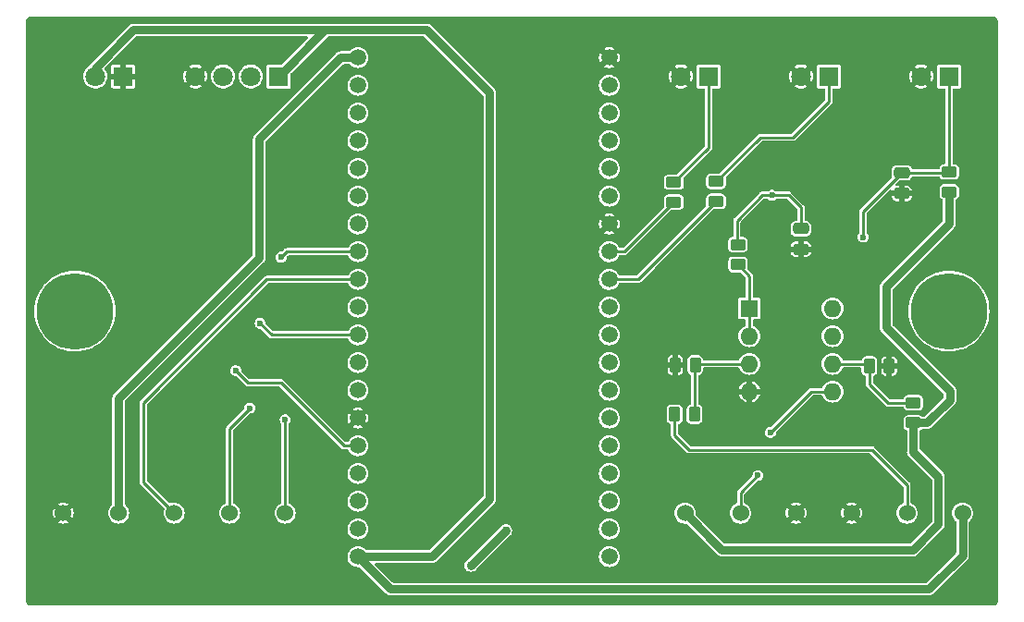
<source format=gbr>
%TF.GenerationSoftware,KiCad,Pcbnew,7.0.2*%
%TF.CreationDate,2023-06-22T14:29:26-03:00*%
%TF.ProjectId,Belliz_IOT,42656c6c-697a-45f4-994f-542e6b696361,rev?*%
%TF.SameCoordinates,Original*%
%TF.FileFunction,Copper,L1,Top*%
%TF.FilePolarity,Positive*%
%FSLAX46Y46*%
G04 Gerber Fmt 4.6, Leading zero omitted, Abs format (unit mm)*
G04 Created by KiCad (PCBNEW 7.0.2) date 2023-06-22 14:29:26*
%MOMM*%
%LPD*%
G01*
G04 APERTURE LIST*
G04 Aperture macros list*
%AMRoundRect*
0 Rectangle with rounded corners*
0 $1 Rounding radius*
0 $2 $3 $4 $5 $6 $7 $8 $9 X,Y pos of 4 corners*
0 Add a 4 corners polygon primitive as box body*
4,1,4,$2,$3,$4,$5,$6,$7,$8,$9,$2,$3,0*
0 Add four circle primitives for the rounded corners*
1,1,$1+$1,$2,$3*
1,1,$1+$1,$4,$5*
1,1,$1+$1,$6,$7*
1,1,$1+$1,$8,$9*
0 Add four rect primitives between the rounded corners*
20,1,$1+$1,$2,$3,$4,$5,0*
20,1,$1+$1,$4,$5,$6,$7,0*
20,1,$1+$1,$6,$7,$8,$9,0*
20,1,$1+$1,$8,$9,$2,$3,0*%
G04 Aperture macros list end*
%TA.AperFunction,ComponentPad*%
%ADD10C,0.800000*%
%TD*%
%TA.AperFunction,ComponentPad*%
%ADD11C,7.000000*%
%TD*%
%TA.AperFunction,ComponentPad*%
%ADD12R,1.800000X1.800000*%
%TD*%
%TA.AperFunction,ComponentPad*%
%ADD13C,1.800000*%
%TD*%
%TA.AperFunction,SMDPad,CuDef*%
%ADD14RoundRect,0.250000X0.450000X-0.262500X0.450000X0.262500X-0.450000X0.262500X-0.450000X-0.262500X0*%
%TD*%
%TA.AperFunction,ComponentPad*%
%ADD15C,1.500000*%
%TD*%
%TA.AperFunction,ComponentPad*%
%ADD16R,1.600000X1.600000*%
%TD*%
%TA.AperFunction,ComponentPad*%
%ADD17O,1.600000X1.600000*%
%TD*%
%TA.AperFunction,SMDPad,CuDef*%
%ADD18RoundRect,0.250000X-0.262500X-0.450000X0.262500X-0.450000X0.262500X0.450000X-0.262500X0.450000X0*%
%TD*%
%TA.AperFunction,ComponentPad*%
%ADD19C,1.524000*%
%TD*%
%TA.AperFunction,SMDPad,CuDef*%
%ADD20RoundRect,0.250000X-0.475000X0.250000X-0.475000X-0.250000X0.475000X-0.250000X0.475000X0.250000X0*%
%TD*%
%TA.AperFunction,SMDPad,CuDef*%
%ADD21RoundRect,0.250000X0.262500X0.450000X-0.262500X0.450000X-0.262500X-0.450000X0.262500X-0.450000X0*%
%TD*%
%TA.AperFunction,ViaPad*%
%ADD22C,0.600000*%
%TD*%
%TA.AperFunction,ViaPad*%
%ADD23C,0.762000*%
%TD*%
%TA.AperFunction,Conductor*%
%ADD24C,0.254000*%
%TD*%
%TA.AperFunction,Conductor*%
%ADD25C,0.762000*%
%TD*%
G04 APERTURE END LIST*
D10*
%TO.P,REF\u002A\u002A,1*%
%TO.N,N/C*%
X135000000Y-80125000D03*
X137625000Y-77500000D03*
D11*
X135000000Y-77500000D03*
D10*
X135000000Y-74875000D03*
X133143845Y-79356155D03*
X133143845Y-75643845D03*
X136856155Y-79356155D03*
X132375000Y-77500000D03*
X136856155Y-75643845D03*
%TD*%
%TO.P,REF\u002A\u002A,1*%
%TO.N,N/C*%
X56856155Y-75643845D03*
X52375000Y-77500000D03*
X56856155Y-79356155D03*
X53143845Y-75643845D03*
X53143845Y-79356155D03*
X55000000Y-74875000D03*
D11*
X55000000Y-77500000D03*
D10*
X57625000Y-77500000D03*
X55000000Y-80125000D03*
%TD*%
D12*
%TO.P,J3,1,1*%
%TO.N,Net-(J3-Pad1)*%
X124000000Y-56000000D03*
D13*
%TO.P,J3,2,2*%
%TO.N,Earth*%
X121460000Y-56000000D03*
%TD*%
D12*
%TO.P,J2,1,1*%
%TO.N,Net-(J2-Pad1)*%
X113000000Y-56000000D03*
D13*
%TO.P,J2,2,2*%
%TO.N,Earth*%
X110460000Y-56000000D03*
%TD*%
D14*
%TO.P,R8,1*%
%TO.N,LED_VM*%
X109820000Y-67512500D03*
%TO.P,R8,2*%
%TO.N,Net-(J2-Pad1)*%
X109820000Y-65687500D03*
%TD*%
%TO.P,R9,1*%
%TO.N,LED_VD*%
X113680000Y-67452500D03*
%TO.P,R9,2*%
%TO.N,Net-(J3-Pad1)*%
X113680000Y-65627500D03*
%TD*%
D15*
%TO.P,J9,1,Pin_1*%
%TO.N,5V*%
X80900000Y-100000000D03*
%TO.P,J9,2,Pin_2*%
%TO.N,unconnected-(J9-Pin_2-Pad2)*%
X80900000Y-97460000D03*
%TO.P,J9,3,Pin_3*%
%TO.N,unconnected-(J9-Pin_3-Pad3)*%
X80900000Y-94920000D03*
%TO.P,J9,4,Pin_4*%
%TO.N,unconnected-(J9-Pin_4-Pad4)*%
X80900000Y-92380000D03*
%TO.P,J9,5,Pin_5*%
%TO.N,Rele_2*%
X80900000Y-89840000D03*
%TO.P,J9,6,Pin_6*%
%TO.N,Earth*%
X80900000Y-87300000D03*
%TO.P,J9,7,Pin_7*%
%TO.N,unconnected-(J9-Pin_7-Pad7)*%
X80900000Y-84760000D03*
%TO.P,J9,8,Pin_8*%
%TO.N,unconnected-(J9-Pin_8-Pad8)*%
X80900000Y-82220000D03*
%TO.P,J9,9,Pin_9*%
%TO.N,Rele_1*%
X80900000Y-79680000D03*
%TO.P,J9,10,Pin_10*%
%TO.N,OUT_RPM*%
X80900000Y-77140000D03*
%TO.P,J9,11,Pin_11*%
%TO.N,SCK_MAX6675*%
X80900000Y-74600000D03*
%TO.P,J9,12,Pin_12*%
%TO.N,CS_MAX6675*%
X80900000Y-72060000D03*
%TO.P,J9,13,Pin_13*%
%TO.N,SO_MAX6675*%
X80900000Y-69520000D03*
%TO.P,J9,14,Pin_14*%
%TO.N,unconnected-(J9-Pin_14-Pad14)*%
X80900000Y-66980000D03*
%TO.P,J9,15,Pin_15*%
%TO.N,BUFFER_ACS712*%
X80900000Y-64440000D03*
%TO.P,J9,16,Pin_16*%
%TO.N,unconnected-(J9-Pin_16-Pad16)*%
X80900000Y-61900000D03*
%TO.P,J9,17,Pin_17*%
%TO.N,unconnected-(J9-Pin_17-Pad17)*%
X80900000Y-59360000D03*
%TO.P,J9,18,Pin_18*%
%TO.N,unconnected-(J9-Pin_18-Pad18)*%
X80900000Y-56820000D03*
%TO.P,J9,19,Pin_19*%
%TO.N,3V3*%
X80900000Y-54280000D03*
%TD*%
%TO.P,J8,1,Pin_1*%
%TO.N,unconnected-(J8-Pin_1-Pad1)*%
X103900000Y-100000000D03*
%TO.P,J8,2,Pin_2*%
%TO.N,unconnected-(J8-Pin_2-Pad2)*%
X103900000Y-97460000D03*
%TO.P,J8,3,Pin_3*%
%TO.N,unconnected-(J8-Pin_3-Pad3)*%
X103900000Y-94920000D03*
%TO.P,J8,4,Pin_4*%
%TO.N,unconnected-(J8-Pin_4-Pad4)*%
X103900000Y-92380000D03*
%TO.P,J8,5,Pin_5*%
%TO.N,unconnected-(J8-Pin_5-Pad5)*%
X103900000Y-89840000D03*
%TO.P,J8,6,Pin_6*%
%TO.N,unconnected-(J8-Pin_6-Pad6)*%
X103900000Y-87300000D03*
%TO.P,J8,7,Pin_7*%
%TO.N,unconnected-(J8-Pin_7-Pad7)*%
X103900000Y-84760000D03*
%TO.P,J8,8,Pin_8*%
%TO.N,BT_CONFIG*%
X103900000Y-82220000D03*
%TO.P,J8,9,Pin_9*%
%TO.N,unconnected-(J8-Pin_9-Pad9)*%
X103900000Y-79680000D03*
%TO.P,J8,10,Pin_10*%
%TO.N,unconnected-(J8-Pin_10-Pad10)*%
X103900000Y-77140000D03*
%TO.P,J8,11,Pin_11*%
%TO.N,LED_VD*%
X103900000Y-74600000D03*
%TO.P,J8,12,Pin_12*%
%TO.N,LED_VM*%
X103900000Y-72060000D03*
%TO.P,J8,13,Pin_13*%
%TO.N,Earth*%
X103900000Y-69520000D03*
%TO.P,J8,14,Pin_14*%
%TO.N,unconnected-(J8-Pin_14-Pad14)*%
X103900000Y-66980000D03*
%TO.P,J8,15,Pin_15*%
%TO.N,unconnected-(J8-Pin_15-Pad15)*%
X103900000Y-64440000D03*
%TO.P,J8,16,Pin_16*%
%TO.N,unconnected-(J8-Pin_16-Pad16)*%
X103900000Y-61900000D03*
%TO.P,J8,17,Pin_17*%
%TO.N,unconnected-(J8-Pin_17-Pad17)*%
X103900000Y-59360000D03*
%TO.P,J8,18,Pin_18*%
%TO.N,unconnected-(J8-Pin_18-Pad18)*%
X103900000Y-56820000D03*
%TO.P,J8,19,Pin_19*%
%TO.N,Earth*%
X103900000Y-54280000D03*
%TD*%
D16*
%TO.P,U1,1*%
%TO.N,Net-(U1A--)*%
X116730000Y-77250000D03*
D17*
%TO.P,U1,2,-*%
X116730000Y-79790000D03*
%TO.P,U1,3,+*%
%TO.N,Net-(U1A-+)*%
X116730000Y-82330000D03*
%TO.P,U1,4*%
%TO.N,Earth*%
X116730000Y-84870000D03*
%TO.P,U1,5,+*%
%TO.N,OUT_TCRT5000*%
X124350000Y-84870000D03*
%TO.P,U1,6,-*%
%TO.N,Net-(U1B--)*%
X124350000Y-82330000D03*
%TO.P,U1,7*%
%TO.N,OUT_RPM*%
X124350000Y-79790000D03*
%TO.P,U1,8*%
%TO.N,5V*%
X124350000Y-77250000D03*
%TD*%
D18*
%TO.P,R4,1*%
%TO.N,Net-(U1B--)*%
X127707500Y-82540000D03*
%TO.P,R4,2*%
%TO.N,Earth*%
X129532500Y-82540000D03*
%TD*%
D12*
%TO.P,J1,1,1*%
%TO.N,Earth*%
X59410000Y-56000000D03*
D13*
%TO.P,J1,2,2*%
%TO.N,5V*%
X56870000Y-56000000D03*
%TD*%
D12*
%TO.P,J6,1,Pin_1*%
%TO.N,5V*%
X73640000Y-56000000D03*
D13*
%TO.P,J6,2,Pin_2*%
%TO.N,Rele_1*%
X71100000Y-56000000D03*
%TO.P,J6,3,Pin_3*%
%TO.N,Rele_2*%
X68560000Y-56000000D03*
%TO.P,J6,4,Pin_4*%
%TO.N,Earth*%
X66020000Y-56000000D03*
%TD*%
D14*
%TO.P,R3,1*%
%TO.N,3V3*%
X131740000Y-87732500D03*
%TO.P,R3,2*%
%TO.N,Net-(U1B--)*%
X131740000Y-85907500D03*
%TD*%
D18*
%TO.P,R5,1*%
%TO.N,OUT_ACS712*%
X109887500Y-86960000D03*
%TO.P,R5,2*%
%TO.N,Net-(U1A-+)*%
X111712500Y-86960000D03*
%TD*%
D19*
%TO.P,J10,1,Pin_1*%
%TO.N,5V*%
X136240000Y-96000000D03*
%TO.P,J10,2,Pin_2*%
%TO.N,OUT_ACS712*%
X131160000Y-96000000D03*
%TO.P,J10,3,Pin_3*%
%TO.N,Earth*%
X126080000Y-96000000D03*
%TO.P,J10,4,Pin_4*%
X121000000Y-96000000D03*
%TO.P,J10,5,Pin_5*%
%TO.N,OUT_TCRT5000*%
X115920000Y-96000000D03*
%TO.P,J10,6,Pin_6*%
%TO.N,3V3*%
X110840000Y-96000000D03*
%TD*%
%TO.P,J5,1,Pin_1*%
%TO.N,SO_MAX6675*%
X74240000Y-96000000D03*
%TO.P,J5,2,Pin_2*%
%TO.N,CS_MAX6675*%
X69160000Y-96000000D03*
%TO.P,J5,3,Pin_3*%
%TO.N,SCK_MAX6675*%
X64080000Y-96000000D03*
%TO.P,J5,4,Pin_4*%
%TO.N,3V3*%
X59000000Y-96000000D03*
%TO.P,J5,5,Pin_5*%
%TO.N,Earth*%
X53920000Y-96000000D03*
%TD*%
D12*
%TO.P,J4,1,1*%
%TO.N,BT_CONFIG*%
X135000000Y-56000000D03*
D13*
%TO.P,J4,2,2*%
%TO.N,Earth*%
X132460000Y-56000000D03*
%TD*%
D14*
%TO.P,R7,1*%
%TO.N,Net-(U1A--)*%
X115670000Y-73232500D03*
%TO.P,R7,2*%
%TO.N,BUFFER_ACS712*%
X115670000Y-71407500D03*
%TD*%
D20*
%TO.P,C1,1*%
%TO.N,BUFFER_ACS712*%
X121450000Y-69940000D03*
%TO.P,C1,2*%
%TO.N,Earth*%
X121450000Y-71840000D03*
%TD*%
D14*
%TO.P,R10,2*%
%TO.N,BT_CONFIG*%
X135030000Y-64747500D03*
%TO.P,R10,1*%
%TO.N,3V3*%
X135030000Y-66572500D03*
%TD*%
D21*
%TO.P,R6,1*%
%TO.N,Net-(U1A-+)*%
X111772500Y-82440000D03*
%TO.P,R6,2*%
%TO.N,Earth*%
X109947500Y-82440000D03*
%TD*%
D20*
%TO.P,C2,1*%
%TO.N,BT_CONFIG*%
X130690000Y-64820000D03*
%TO.P,C2,2*%
%TO.N,Earth*%
X130690000Y-66720000D03*
%TD*%
D22*
%TO.N,OUT_TCRT5000*%
X118660000Y-88620000D03*
%TO.N,BUFFER_ACS712*%
X118800000Y-66880000D03*
%TO.N,BT_CONFIG*%
X127140000Y-70720000D03*
%TO.N,Rele_2*%
X69715000Y-82955000D03*
%TO.N,SO_MAX6675*%
X74240000Y-87450000D03*
%TO.N,CS_MAX6675*%
X71020000Y-86390000D03*
X73870000Y-72570000D03*
%TO.N,OUT_TCRT5000*%
X117520000Y-92560000D03*
D23*
%TO.N,3V3*%
X91250000Y-100800000D03*
X94430000Y-97610000D03*
D22*
%TO.N,Rele_1*%
X71955000Y-78625000D03*
%TD*%
D24*
%TO.N,BUFFER_ACS712*%
X115580000Y-71317500D02*
X115670000Y-71407500D01*
X117900000Y-66880000D02*
X115580000Y-69200000D01*
X115580000Y-69200000D02*
X115580000Y-71317500D01*
X118800000Y-66880000D02*
X117900000Y-66880000D01*
X121450000Y-68010000D02*
X120320000Y-66880000D01*
X121450000Y-69940000D02*
X121450000Y-68010000D01*
X120320000Y-66880000D02*
X118800000Y-66880000D01*
D25*
%TO.N,3V3*%
X129240000Y-75280000D02*
X135030000Y-69490000D01*
X135100000Y-84850000D02*
X129240000Y-78990000D01*
X135100000Y-85630000D02*
X135100000Y-84850000D01*
X135030000Y-69490000D02*
X135030000Y-66572500D01*
X132997500Y-87732500D02*
X135100000Y-85630000D01*
X131740000Y-87732500D02*
X132997500Y-87732500D01*
X129240000Y-78990000D02*
X129240000Y-75280000D01*
X91250000Y-100790000D02*
X94430000Y-97610000D01*
X91250000Y-100800000D02*
X91250000Y-100790000D01*
D24*
%TO.N,BT_CONFIG*%
X127130000Y-68380000D02*
X130690000Y-64820000D01*
X127130000Y-70710000D02*
X127130000Y-68380000D01*
X127140000Y-70720000D02*
X127130000Y-70710000D01*
%TO.N,OUT_TCRT5000*%
X122410000Y-84870000D02*
X124350000Y-84870000D01*
X118660000Y-88620000D02*
X122410000Y-84870000D01*
X117490000Y-92560000D02*
X117520000Y-92560000D01*
X117520000Y-92560000D02*
X117520000Y-92530000D01*
X117520000Y-92530000D02*
X117490000Y-92560000D01*
%TO.N,Net-(U1A--)*%
X116730000Y-74292500D02*
X115670000Y-73232500D01*
X116730000Y-77250000D02*
X116730000Y-74292500D01*
X116730000Y-77250000D02*
X116730000Y-79790000D01*
%TO.N,Net-(U1A-+)*%
X111882500Y-82330000D02*
X111772500Y-82440000D01*
X116730000Y-82330000D02*
X111882500Y-82330000D01*
X111712500Y-82500000D02*
X111772500Y-82440000D01*
X111712500Y-86960000D02*
X111712500Y-82500000D01*
%TO.N,Net-(U1B--)*%
X127700000Y-82547500D02*
X127707500Y-82540000D01*
X129407500Y-85907500D02*
X127700000Y-84200000D01*
X127700000Y-84200000D02*
X127700000Y-82547500D01*
X131740000Y-85907500D02*
X129407500Y-85907500D01*
X127497500Y-82330000D02*
X124350000Y-82330000D01*
X127707500Y-82540000D02*
X127497500Y-82330000D01*
%TO.N,OUT_ACS712*%
X127940000Y-90200000D02*
X131160000Y-93420000D01*
X111200000Y-90200000D02*
X127940000Y-90200000D01*
X109887500Y-88887500D02*
X111200000Y-90200000D01*
X131160000Y-93420000D02*
X131160000Y-96000000D01*
X109887500Y-86960000D02*
X109887500Y-88887500D01*
%TO.N,BT_CONFIG*%
X135030000Y-64747500D02*
X135000000Y-64717500D01*
X134957500Y-64820000D02*
X135030000Y-64747500D01*
X135000000Y-64717500D02*
X135000000Y-56000000D01*
X130690000Y-64820000D02*
X134957500Y-64820000D01*
%TO.N,Rele_2*%
X79620000Y-89840000D02*
X80900000Y-89840000D01*
X73850000Y-84070000D02*
X79620000Y-89840000D01*
X70830000Y-84070000D02*
X73850000Y-84070000D01*
X69715000Y-82955000D02*
X70830000Y-84070000D01*
D25*
%TO.N,5V*%
X136240000Y-99890000D02*
X133160000Y-102970000D01*
X87680000Y-100000000D02*
X92970000Y-94710000D01*
X133160000Y-102970000D02*
X83870000Y-102970000D01*
X60361600Y-51750000D02*
X56830000Y-55281600D01*
X73640000Y-56000000D02*
X77890000Y-51750000D01*
X56830000Y-55281600D02*
X56830000Y-55710000D01*
X87210000Y-51750000D02*
X78740000Y-51750000D01*
X83870000Y-102970000D02*
X80900000Y-100000000D01*
X78740000Y-51750000D02*
X60361600Y-51750000D01*
X136240000Y-96000000D02*
X136240000Y-99890000D01*
X92970000Y-94710000D02*
X92970000Y-57510000D01*
D24*
X77890000Y-51750000D02*
X78740000Y-51750000D01*
D25*
X92970000Y-57510000D02*
X87210000Y-51750000D01*
X80900000Y-100000000D02*
X87680000Y-100000000D01*
D24*
%TO.N,Net-(J2-Pad1)*%
X113000000Y-56000000D02*
X113000000Y-62507500D01*
X113000000Y-62507500D02*
X109820000Y-65687500D01*
%TO.N,Net-(J3-Pad1)*%
X117727500Y-61580000D02*
X113680000Y-65627500D01*
X124000000Y-56000000D02*
X124000000Y-58290000D01*
X120710000Y-61580000D02*
X117727500Y-61580000D01*
X124000000Y-58290000D02*
X120710000Y-61580000D01*
%TO.N,SO_MAX6675*%
X74240000Y-87450000D02*
X74240000Y-96000000D01*
%TO.N,CS_MAX6675*%
X73870000Y-72570000D02*
X74380000Y-72060000D01*
X74380000Y-72060000D02*
X80900000Y-72060000D01*
X69160000Y-88250000D02*
X69160000Y-96000000D01*
X71020000Y-86390000D02*
X69160000Y-88250000D01*
%TO.N,SCK_MAX6675*%
X61240000Y-85920000D02*
X72560000Y-74600000D01*
X64080000Y-96000000D02*
X61240000Y-93160000D01*
X61240000Y-93160000D02*
X61240000Y-85920000D01*
X72560000Y-74600000D02*
X80900000Y-74600000D01*
%TO.N,OUT_TCRT5000*%
X115920000Y-94130000D02*
X117490000Y-92560000D01*
X115920000Y-96000000D02*
X115920000Y-94130000D01*
D25*
%TO.N,3V3*%
X131700000Y-99380000D02*
X134030000Y-97050000D01*
X134030000Y-97050000D02*
X134030000Y-92680000D01*
X131740000Y-90390000D02*
X131740000Y-87732500D01*
X110840000Y-96000000D02*
X114220000Y-99380000D01*
X71870000Y-72610000D02*
X71870000Y-61740000D01*
X71870000Y-61740000D02*
X79330000Y-54280000D01*
X59000000Y-85480000D02*
X71870000Y-72610000D01*
X79330000Y-54280000D02*
X80900000Y-54280000D01*
X134030000Y-92680000D02*
X131740000Y-90390000D01*
X59000000Y-96000000D02*
X59000000Y-85480000D01*
X114220000Y-99380000D02*
X131700000Y-99380000D01*
D24*
%TO.N,LED_VD*%
X106532500Y-74600000D02*
X103900000Y-74600000D01*
X113680000Y-67452500D02*
X106532500Y-74600000D01*
%TO.N,LED_VM*%
X105272500Y-72060000D02*
X103900000Y-72060000D01*
X109820000Y-67512500D02*
X105272500Y-72060000D01*
%TO.N,Rele_1*%
X73010000Y-79680000D02*
X80900000Y-79680000D01*
X71955000Y-78625000D02*
X73010000Y-79680000D01*
%TD*%
%TA.AperFunction,Conductor*%
%TO.N,Earth*%
G36*
X139005512Y-50501121D02*
G01*
X139100073Y-50511775D01*
X139121669Y-50516705D01*
X139206202Y-50546283D01*
X139226168Y-50555899D01*
X139264079Y-50579720D01*
X139301987Y-50603540D01*
X139319319Y-50617361D01*
X139382638Y-50680680D01*
X139396459Y-50698012D01*
X139444098Y-50773828D01*
X139453718Y-50793803D01*
X139483293Y-50878326D01*
X139488225Y-50899938D01*
X139498877Y-50994469D01*
X139499500Y-51005554D01*
X139499500Y-103994444D01*
X139498877Y-104005529D01*
X139488225Y-104100061D01*
X139483293Y-104121673D01*
X139453718Y-104206196D01*
X139444098Y-104226171D01*
X139396459Y-104301987D01*
X139382638Y-104319319D01*
X139319319Y-104382638D01*
X139301987Y-104396459D01*
X139226171Y-104444098D01*
X139206196Y-104453718D01*
X139121673Y-104483293D01*
X139100061Y-104488225D01*
X139005529Y-104498877D01*
X138994444Y-104499500D01*
X51005556Y-104499500D01*
X50994471Y-104498877D01*
X50899938Y-104488225D01*
X50878326Y-104483293D01*
X50793803Y-104453718D01*
X50773828Y-104444098D01*
X50698012Y-104396459D01*
X50680680Y-104382638D01*
X50617361Y-104319319D01*
X50603540Y-104301987D01*
X50555901Y-104226171D01*
X50546283Y-104206202D01*
X50516705Y-104121669D01*
X50511775Y-104100073D01*
X50501121Y-104005512D01*
X50500500Y-103994444D01*
X50500500Y-97460000D01*
X79944900Y-97460000D01*
X79963252Y-97646329D01*
X80017603Y-97825501D01*
X80105862Y-97990623D01*
X80105864Y-97990625D01*
X80224643Y-98135357D01*
X80347369Y-98236076D01*
X80369376Y-98254137D01*
X80534498Y-98342396D01*
X80624084Y-98369571D01*
X80713669Y-98396747D01*
X80900000Y-98415099D01*
X81086331Y-98396747D01*
X81265501Y-98342396D01*
X81430625Y-98254136D01*
X81575357Y-98135357D01*
X81694136Y-97990625D01*
X81782396Y-97825501D01*
X81836747Y-97646331D01*
X81855099Y-97460000D01*
X81836747Y-97273669D01*
X81805663Y-97171199D01*
X81782396Y-97094498D01*
X81694137Y-96929376D01*
X81664344Y-96893074D01*
X81575357Y-96784643D01*
X81474636Y-96701983D01*
X81430623Y-96665862D01*
X81265501Y-96577603D01*
X81086329Y-96523252D01*
X80900000Y-96504900D01*
X80713670Y-96523252D01*
X80534498Y-96577603D01*
X80369376Y-96665862D01*
X80224643Y-96784643D01*
X80105862Y-96929376D01*
X80017603Y-97094498D01*
X79963252Y-97273670D01*
X79944900Y-97460000D01*
X50500500Y-97460000D01*
X50500500Y-95999999D01*
X52953344Y-95999999D01*
X52971918Y-96188583D01*
X53026926Y-96369921D01*
X53086001Y-96480443D01*
X53535096Y-96031347D01*
X53535051Y-96031898D01*
X53566266Y-96155162D01*
X53635813Y-96261612D01*
X53736157Y-96339713D01*
X53856422Y-96381000D01*
X53892552Y-96381000D01*
X53439555Y-96833997D01*
X53550078Y-96893074D01*
X53731416Y-96948081D01*
X53920000Y-96966655D01*
X54108583Y-96948081D01*
X54289921Y-96893074D01*
X54400443Y-96833997D01*
X53947446Y-96381000D01*
X53951569Y-96381000D01*
X54045421Y-96365339D01*
X54157251Y-96304820D01*
X54243371Y-96211269D01*
X54294448Y-96094823D01*
X54300105Y-96026551D01*
X54753997Y-96480443D01*
X54813074Y-96369921D01*
X54868081Y-96188583D01*
X54886655Y-96000000D01*
X58032842Y-96000000D01*
X58051426Y-96188682D01*
X58106462Y-96370116D01*
X58195835Y-96537319D01*
X58195838Y-96537324D01*
X58316117Y-96683883D01*
X58462676Y-96804162D01*
X58462680Y-96804164D01*
X58629883Y-96893537D01*
X58809695Y-96948081D01*
X58811317Y-96948573D01*
X59000000Y-96967157D01*
X59188683Y-96948573D01*
X59279398Y-96921054D01*
X59370116Y-96893537D01*
X59473774Y-96838130D01*
X59537324Y-96804162D01*
X59683883Y-96683883D01*
X59804162Y-96537324D01*
X59887719Y-96381000D01*
X59893537Y-96370116D01*
X59921054Y-96279398D01*
X59948573Y-96188683D01*
X59967157Y-96000000D01*
X59948573Y-95811317D01*
X59926451Y-95738388D01*
X59893537Y-95629883D01*
X59804164Y-95462680D01*
X59804162Y-95462676D01*
X59683883Y-95316117D01*
X59670892Y-95305456D01*
X59617694Y-95261795D01*
X59584707Y-95210263D01*
X59581500Y-95185268D01*
X59581500Y-93188984D01*
X60908712Y-93188984D01*
X60918839Y-93226778D01*
X60920708Y-93235207D01*
X60927502Y-93273737D01*
X60928303Y-93275124D01*
X60938192Y-93298999D01*
X60938605Y-93300543D01*
X60961045Y-93332589D01*
X60965680Y-93339864D01*
X60970980Y-93349044D01*
X60985250Y-93373761D01*
X61015223Y-93398911D01*
X61021591Y-93404745D01*
X63158531Y-95541686D01*
X63186308Y-95596203D01*
X63183264Y-95640428D01*
X63131426Y-95811317D01*
X63112842Y-96000000D01*
X63131426Y-96188682D01*
X63186462Y-96370116D01*
X63275835Y-96537319D01*
X63275838Y-96537324D01*
X63396117Y-96683883D01*
X63542676Y-96804162D01*
X63542680Y-96804164D01*
X63709883Y-96893537D01*
X63889695Y-96948081D01*
X63891317Y-96948573D01*
X64080000Y-96967157D01*
X64268683Y-96948573D01*
X64359398Y-96921054D01*
X64450116Y-96893537D01*
X64553774Y-96838130D01*
X64617324Y-96804162D01*
X64763883Y-96683883D01*
X64884162Y-96537324D01*
X64967719Y-96381000D01*
X64973537Y-96370116D01*
X65001054Y-96279398D01*
X65028573Y-96188683D01*
X65047157Y-96000000D01*
X68192842Y-96000000D01*
X68211426Y-96188682D01*
X68266462Y-96370116D01*
X68355835Y-96537319D01*
X68355838Y-96537324D01*
X68476117Y-96683883D01*
X68622676Y-96804162D01*
X68622680Y-96804164D01*
X68789883Y-96893537D01*
X68971317Y-96948573D01*
X69159999Y-96967157D01*
X69159999Y-96967156D01*
X69160000Y-96967157D01*
X69348683Y-96948573D01*
X69439398Y-96921054D01*
X69530116Y-96893537D01*
X69633774Y-96838130D01*
X69697324Y-96804162D01*
X69843883Y-96683883D01*
X69964162Y-96537324D01*
X70047719Y-96381000D01*
X70053537Y-96370116D01*
X70081054Y-96279398D01*
X70108573Y-96188683D01*
X70127157Y-96000000D01*
X73272842Y-96000000D01*
X73291426Y-96188682D01*
X73346462Y-96370116D01*
X73435835Y-96537319D01*
X73435838Y-96537324D01*
X73556117Y-96683883D01*
X73702676Y-96804162D01*
X73702680Y-96804164D01*
X73869883Y-96893537D01*
X74049695Y-96948081D01*
X74051317Y-96948573D01*
X74240000Y-96967157D01*
X74428683Y-96948573D01*
X74519398Y-96921054D01*
X74610116Y-96893537D01*
X74713774Y-96838130D01*
X74777324Y-96804162D01*
X74923883Y-96683883D01*
X75044162Y-96537324D01*
X75127719Y-96381000D01*
X75133537Y-96370116D01*
X75161054Y-96279398D01*
X75188573Y-96188683D01*
X75207157Y-96000000D01*
X75188573Y-95811317D01*
X75166451Y-95738388D01*
X75133537Y-95629883D01*
X75044164Y-95462680D01*
X75044162Y-95462676D01*
X74923883Y-95316117D01*
X74777324Y-95195838D01*
X74777320Y-95195835D01*
X74777319Y-95195835D01*
X74619832Y-95111656D01*
X74577425Y-95067551D01*
X74567500Y-95024346D01*
X74567500Y-94920000D01*
X79944900Y-94920000D01*
X79963252Y-95106329D01*
X80017603Y-95285501D01*
X80105862Y-95450623D01*
X80105864Y-95450625D01*
X80224643Y-95595357D01*
X80346277Y-95695180D01*
X80369376Y-95714137D01*
X80534498Y-95802396D01*
X80624084Y-95829571D01*
X80713669Y-95856747D01*
X80900000Y-95875099D01*
X81086331Y-95856747D01*
X81265501Y-95802396D01*
X81430625Y-95714136D01*
X81575357Y-95595357D01*
X81694136Y-95450625D01*
X81782396Y-95285501D01*
X81836747Y-95106331D01*
X81855099Y-94920000D01*
X81836747Y-94733669D01*
X81782396Y-94554499D01*
X81782396Y-94554498D01*
X81694137Y-94389376D01*
X81676076Y-94367369D01*
X81575357Y-94244643D01*
X81474636Y-94161983D01*
X81430623Y-94125862D01*
X81265501Y-94037603D01*
X81086329Y-93983252D01*
X80900000Y-93964900D01*
X80713670Y-93983252D01*
X80534498Y-94037603D01*
X80369376Y-94125862D01*
X80224643Y-94244643D01*
X80105862Y-94389376D01*
X80017603Y-94554498D01*
X79963252Y-94733670D01*
X79944900Y-94920000D01*
X74567500Y-94920000D01*
X74567500Y-92379999D01*
X79944900Y-92379999D01*
X79963252Y-92566329D01*
X80017603Y-92745501D01*
X80105862Y-92910623D01*
X80105864Y-92910625D01*
X80224643Y-93055357D01*
X80339980Y-93150012D01*
X80369376Y-93174137D01*
X80534498Y-93262396D01*
X80576457Y-93275124D01*
X80713669Y-93316747D01*
X80900000Y-93335099D01*
X81086331Y-93316747D01*
X81265501Y-93262396D01*
X81430625Y-93174136D01*
X81575357Y-93055357D01*
X81694136Y-92910625D01*
X81782396Y-92745501D01*
X81836747Y-92566331D01*
X81855099Y-92380000D01*
X81836747Y-92193669D01*
X81782396Y-92014499D01*
X81782396Y-92014498D01*
X81694137Y-91849376D01*
X81676076Y-91827369D01*
X81575357Y-91704643D01*
X81430625Y-91585864D01*
X81430626Y-91585864D01*
X81430623Y-91585862D01*
X81265501Y-91497603D01*
X81086329Y-91443252D01*
X80900000Y-91424900D01*
X80713670Y-91443252D01*
X80534498Y-91497603D01*
X80369376Y-91585862D01*
X80224643Y-91704643D01*
X80105862Y-91849376D01*
X80017603Y-92014498D01*
X79963252Y-92193670D01*
X79944900Y-92379999D01*
X74567500Y-92379999D01*
X74567500Y-87873254D01*
X74586407Y-87815063D01*
X74591681Y-87808423D01*
X74623609Y-87771576D01*
X74665377Y-87723373D01*
X74725165Y-87592457D01*
X74745647Y-87450000D01*
X74725165Y-87307543D01*
X74665377Y-87176627D01*
X74571128Y-87067857D01*
X74571127Y-87067856D01*
X74571125Y-87067854D01*
X74450054Y-86990047D01*
X74311961Y-86949500D01*
X74168039Y-86949500D01*
X74029945Y-86990047D01*
X73908874Y-87067854D01*
X73814622Y-87176628D01*
X73754834Y-87307544D01*
X73734352Y-87450000D01*
X73754834Y-87592455D01*
X73814623Y-87723373D01*
X73888319Y-87808423D01*
X73912137Y-87864782D01*
X73912500Y-87873254D01*
X73912500Y-95024346D01*
X73893593Y-95082537D01*
X73860168Y-95111656D01*
X73702680Y-95195835D01*
X73702676Y-95195837D01*
X73702676Y-95195838D01*
X73658501Y-95232092D01*
X73556117Y-95316117D01*
X73435835Y-95462680D01*
X73346462Y-95629883D01*
X73291426Y-95811317D01*
X73272842Y-96000000D01*
X70127157Y-96000000D01*
X70108573Y-95811317D01*
X70086451Y-95738388D01*
X70053537Y-95629883D01*
X69964164Y-95462680D01*
X69964162Y-95462676D01*
X69843883Y-95316117D01*
X69697324Y-95195838D01*
X69697320Y-95195835D01*
X69697319Y-95195835D01*
X69539832Y-95111656D01*
X69497425Y-95067551D01*
X69487500Y-95024346D01*
X69487500Y-88426662D01*
X69506407Y-88368471D01*
X69516496Y-88356658D01*
X70953659Y-86919496D01*
X71008176Y-86891719D01*
X71023663Y-86890500D01*
X71091961Y-86890500D01*
X71230053Y-86849953D01*
X71351128Y-86772143D01*
X71445377Y-86663373D01*
X71505165Y-86532457D01*
X71525647Y-86390000D01*
X71505165Y-86247543D01*
X71445377Y-86116627D01*
X71351128Y-86007857D01*
X71351127Y-86007856D01*
X71351125Y-86007854D01*
X71230054Y-85930047D01*
X71091961Y-85889500D01*
X70948039Y-85889500D01*
X70809945Y-85930047D01*
X70688874Y-86007854D01*
X70594622Y-86116628D01*
X70534834Y-86247544D01*
X70512327Y-86404089D01*
X70508245Y-86403502D01*
X70502202Y-86438398D01*
X70484653Y-86462190D01*
X68941589Y-88005255D01*
X68935223Y-88011088D01*
X68905249Y-88036240D01*
X68885683Y-88070128D01*
X68881045Y-88077409D01*
X68858604Y-88109457D01*
X68858190Y-88111006D01*
X68848305Y-88134870D01*
X68847503Y-88136258D01*
X68840708Y-88174794D01*
X68838839Y-88183223D01*
X68828712Y-88221015D01*
X68832123Y-88259987D01*
X68832500Y-88268617D01*
X68832500Y-95024346D01*
X68813593Y-95082537D01*
X68780168Y-95111656D01*
X68622680Y-95195835D01*
X68622676Y-95195837D01*
X68622676Y-95195838D01*
X68578501Y-95232092D01*
X68476117Y-95316117D01*
X68355835Y-95462680D01*
X68266462Y-95629883D01*
X68211426Y-95811317D01*
X68192842Y-96000000D01*
X65047157Y-96000000D01*
X65028573Y-95811317D01*
X65006451Y-95738388D01*
X64973537Y-95629883D01*
X64884164Y-95462680D01*
X64884162Y-95462676D01*
X64763883Y-95316117D01*
X64617324Y-95195838D01*
X64617320Y-95195835D01*
X64617319Y-95195835D01*
X64450116Y-95106462D01*
X64268682Y-95051426D01*
X64080000Y-95032842D01*
X63891317Y-95051426D01*
X63720428Y-95103264D01*
X63659254Y-95102063D01*
X63621686Y-95078531D01*
X61596496Y-93053341D01*
X61568719Y-92998824D01*
X61567500Y-92983337D01*
X61567500Y-89653669D01*
X61567500Y-86096658D01*
X61586406Y-86038471D01*
X61596489Y-86026664D01*
X64668153Y-82955000D01*
X69209352Y-82955000D01*
X69229834Y-83097455D01*
X69277982Y-83202882D01*
X69289623Y-83228373D01*
X69382311Y-83335341D01*
X69383874Y-83337145D01*
X69504945Y-83414952D01*
X69504947Y-83414953D01*
X69643039Y-83455500D01*
X69711338Y-83455500D01*
X69769529Y-83474407D01*
X69781341Y-83484495D01*
X70197683Y-83900838D01*
X70585264Y-84288419D01*
X70591088Y-84294775D01*
X70605091Y-84311463D01*
X70616241Y-84324751D01*
X70650118Y-84344309D01*
X70657403Y-84348950D01*
X70680171Y-84364892D01*
X70689457Y-84371394D01*
X70690995Y-84371806D01*
X70714873Y-84381696D01*
X70716261Y-84382497D01*
X70740589Y-84386786D01*
X70754788Y-84389290D01*
X70763224Y-84391160D01*
X70801015Y-84401287D01*
X70801015Y-84401286D01*
X70801016Y-84401287D01*
X70839988Y-84397876D01*
X70848618Y-84397500D01*
X73673338Y-84397500D01*
X73731529Y-84416407D01*
X73743342Y-84426496D01*
X79375264Y-90058419D01*
X79381088Y-90064775D01*
X79406240Y-90094750D01*
X79406241Y-90094751D01*
X79440118Y-90114309D01*
X79447403Y-90118950D01*
X79454063Y-90123613D01*
X79479457Y-90141394D01*
X79480999Y-90141807D01*
X79504871Y-90151694D01*
X79506261Y-90152497D01*
X79544803Y-90159292D01*
X79553211Y-90161155D01*
X79591016Y-90171286D01*
X79591016Y-90171285D01*
X79591017Y-90171286D01*
X79611654Y-90169480D01*
X79629981Y-90167876D01*
X79638609Y-90167500D01*
X79937954Y-90167500D01*
X79996145Y-90186407D01*
X80025262Y-90219829D01*
X80092378Y-90345395D01*
X80105865Y-90370627D01*
X80145088Y-90418419D01*
X80224643Y-90515357D01*
X80347369Y-90616076D01*
X80369376Y-90634137D01*
X80534498Y-90722396D01*
X80624084Y-90749571D01*
X80713669Y-90776747D01*
X80806834Y-90785923D01*
X80899999Y-90795099D01*
X80899999Y-90795098D01*
X80900000Y-90795099D01*
X81086331Y-90776747D01*
X81265501Y-90722396D01*
X81430625Y-90634136D01*
X81575357Y-90515357D01*
X81694136Y-90370625D01*
X81782396Y-90205501D01*
X81836747Y-90026331D01*
X81855099Y-89840000D01*
X81836747Y-89653669D01*
X81782396Y-89474499D01*
X81782396Y-89474498D01*
X81694137Y-89309376D01*
X81676076Y-89287369D01*
X81575357Y-89164643D01*
X81456836Y-89067375D01*
X81430623Y-89045862D01*
X81265501Y-88957603D01*
X81086329Y-88903252D01*
X80899999Y-88884900D01*
X80713670Y-88903252D01*
X80534498Y-88957603D01*
X80369376Y-89045862D01*
X80224643Y-89164643D01*
X80105865Y-89309372D01*
X80105863Y-89309376D01*
X80025262Y-89460169D01*
X79981159Y-89502575D01*
X79937954Y-89512500D01*
X79796663Y-89512500D01*
X79738472Y-89493593D01*
X79726659Y-89483504D01*
X77543155Y-87300000D01*
X79945402Y-87300000D01*
X79963744Y-87486231D01*
X80018065Y-87665306D01*
X80074868Y-87771576D01*
X80455549Y-87390894D01*
X80456327Y-87401265D01*
X80505887Y-87527541D01*
X80590465Y-87633599D01*
X80702547Y-87710016D01*
X80810299Y-87743252D01*
X80428422Y-88125130D01*
X80534693Y-88181934D01*
X80713768Y-88236255D01*
X80900000Y-88254597D01*
X81086230Y-88236256D01*
X81265307Y-88181932D01*
X81371576Y-88125130D01*
X80988230Y-87741784D01*
X81034138Y-87734865D01*
X81156357Y-87676007D01*
X81255798Y-87583740D01*
X81323625Y-87466260D01*
X81341499Y-87387945D01*
X81725130Y-87771576D01*
X81781932Y-87665307D01*
X81836256Y-87486230D01*
X81854597Y-87300000D01*
X81836255Y-87113768D01*
X81781934Y-86934693D01*
X81725130Y-86828422D01*
X81344449Y-87209102D01*
X81343673Y-87198735D01*
X81294113Y-87072459D01*
X81209535Y-86966401D01*
X81097453Y-86889984D01*
X80989697Y-86856746D01*
X81371576Y-86474868D01*
X81265306Y-86418065D01*
X81086231Y-86363744D01*
X80900000Y-86345402D01*
X80713768Y-86363744D01*
X80534691Y-86418066D01*
X80428422Y-86474868D01*
X80811769Y-86858215D01*
X80765862Y-86865135D01*
X80643643Y-86923993D01*
X80544202Y-87016260D01*
X80476375Y-87133740D01*
X80458500Y-87212054D01*
X80074868Y-86828422D01*
X80018066Y-86934691D01*
X79963744Y-87113768D01*
X79945402Y-87300000D01*
X77543155Y-87300000D01*
X75003153Y-84759999D01*
X79944900Y-84759999D01*
X79963252Y-84946329D01*
X80017603Y-85125501D01*
X80105862Y-85290623D01*
X80105864Y-85290625D01*
X80224643Y-85435357D01*
X80333389Y-85524603D01*
X80369376Y-85554137D01*
X80534498Y-85642396D01*
X80624084Y-85669571D01*
X80713669Y-85696747D01*
X80900000Y-85715099D01*
X81086331Y-85696747D01*
X81265501Y-85642396D01*
X81430625Y-85554136D01*
X81575357Y-85435357D01*
X81694136Y-85290625D01*
X81782396Y-85125501D01*
X81836747Y-84946331D01*
X81855099Y-84760000D01*
X81836747Y-84573669D01*
X81783421Y-84397877D01*
X81782396Y-84394498D01*
X81694137Y-84229376D01*
X81654749Y-84181382D01*
X81575357Y-84084643D01*
X81430625Y-83965864D01*
X81430626Y-83965864D01*
X81430623Y-83965862D01*
X81265501Y-83877603D01*
X81086329Y-83823252D01*
X80900000Y-83804900D01*
X80713670Y-83823252D01*
X80534498Y-83877603D01*
X80369376Y-83965862D01*
X80224643Y-84084643D01*
X80105862Y-84229376D01*
X80017603Y-84394498D01*
X79963252Y-84573670D01*
X79944900Y-84759999D01*
X75003153Y-84759999D01*
X74094745Y-83851591D01*
X74088911Y-83845223D01*
X74063761Y-83815250D01*
X74045833Y-83804900D01*
X74029864Y-83795680D01*
X74022589Y-83791045D01*
X73990543Y-83768605D01*
X73988999Y-83768192D01*
X73965126Y-83758303D01*
X73963739Y-83757503D01*
X73963738Y-83757502D01*
X73963737Y-83757502D01*
X73925207Y-83750708D01*
X73916778Y-83748839D01*
X73878984Y-83738712D01*
X73840012Y-83742123D01*
X73831382Y-83742500D01*
X71006663Y-83742500D01*
X70948472Y-83723593D01*
X70936659Y-83713504D01*
X70250346Y-83027192D01*
X70222569Y-82972675D01*
X70222537Y-82968145D01*
X70200165Y-82812544D01*
X70189870Y-82790000D01*
X70140377Y-82681627D01*
X70046128Y-82572857D01*
X70046127Y-82572856D01*
X70046125Y-82572854D01*
X69925054Y-82495047D01*
X69786961Y-82454500D01*
X69643039Y-82454500D01*
X69504945Y-82495047D01*
X69383874Y-82572854D01*
X69289622Y-82681628D01*
X69229834Y-82812544D01*
X69209352Y-82955000D01*
X64668153Y-82955000D01*
X65403154Y-82219999D01*
X79944900Y-82219999D01*
X79963252Y-82406329D01*
X80017603Y-82585501D01*
X80105862Y-82750623D01*
X80138178Y-82790000D01*
X80224643Y-82895357D01*
X80321316Y-82974695D01*
X80369376Y-83014137D01*
X80534498Y-83102396D01*
X80624084Y-83129571D01*
X80713669Y-83156747D01*
X80900000Y-83175099D01*
X81086331Y-83156747D01*
X81265501Y-83102396D01*
X81430625Y-83014136D01*
X81575357Y-82895357D01*
X81694136Y-82750625D01*
X81782396Y-82585501D01*
X81836747Y-82406331D01*
X81855099Y-82220000D01*
X81836747Y-82033669D01*
X81797807Y-81905301D01*
X81782396Y-81854498D01*
X81694137Y-81689376D01*
X81676076Y-81667369D01*
X81575357Y-81544643D01*
X81430625Y-81425864D01*
X81430626Y-81425864D01*
X81430623Y-81425862D01*
X81265501Y-81337603D01*
X81086329Y-81283252D01*
X80900000Y-81264900D01*
X80713670Y-81283252D01*
X80534498Y-81337603D01*
X80369376Y-81425862D01*
X80224643Y-81544643D01*
X80105862Y-81689376D01*
X80017603Y-81854498D01*
X79963252Y-82033670D01*
X79944900Y-82219999D01*
X65403154Y-82219999D01*
X68998155Y-78624999D01*
X71449352Y-78624999D01*
X71469834Y-78767455D01*
X71498147Y-78829450D01*
X71529623Y-78898373D01*
X71609018Y-78990000D01*
X71623874Y-79007145D01*
X71744945Y-79084952D01*
X71744947Y-79084953D01*
X71883039Y-79125500D01*
X71951338Y-79125500D01*
X72009529Y-79144407D01*
X72021342Y-79154496D01*
X72765264Y-79898419D01*
X72771088Y-79904775D01*
X72796240Y-79934750D01*
X72796241Y-79934751D01*
X72830118Y-79954309D01*
X72837403Y-79958950D01*
X72860171Y-79974892D01*
X72869457Y-79981394D01*
X72870995Y-79981806D01*
X72894873Y-79991696D01*
X72896261Y-79992497D01*
X72934805Y-79999293D01*
X72943210Y-80001155D01*
X72981015Y-80011286D01*
X72981015Y-80011285D01*
X72981016Y-80011286D01*
X73001653Y-80009480D01*
X73019980Y-80007876D01*
X73028608Y-80007500D01*
X79937954Y-80007500D01*
X79996145Y-80026407D01*
X80025262Y-80059829D01*
X80086676Y-80174727D01*
X80105865Y-80210627D01*
X80141281Y-80253781D01*
X80224643Y-80355357D01*
X80347369Y-80456076D01*
X80369376Y-80474137D01*
X80534498Y-80562396D01*
X80624084Y-80589571D01*
X80713669Y-80616747D01*
X80806703Y-80625910D01*
X80899999Y-80635099D01*
X80899999Y-80635098D01*
X80900000Y-80635099D01*
X81086331Y-80616747D01*
X81265501Y-80562396D01*
X81430625Y-80474136D01*
X81575357Y-80355357D01*
X81694136Y-80210625D01*
X81782396Y-80045501D01*
X81836747Y-79866331D01*
X81855099Y-79680000D01*
X81836747Y-79493669D01*
X81782396Y-79314499D01*
X81782396Y-79314498D01*
X81694137Y-79149376D01*
X81636476Y-79079117D01*
X81575357Y-79004643D01*
X81430625Y-78885864D01*
X81430626Y-78885864D01*
X81430623Y-78885862D01*
X81265501Y-78797603D01*
X81086329Y-78743252D01*
X80899999Y-78724900D01*
X80713670Y-78743252D01*
X80534498Y-78797603D01*
X80369376Y-78885862D01*
X80224643Y-79004643D01*
X80105865Y-79149372D01*
X80075038Y-79207046D01*
X80025262Y-79300169D01*
X79981159Y-79342575D01*
X79937954Y-79352500D01*
X73186663Y-79352500D01*
X73128472Y-79333593D01*
X73116659Y-79323504D01*
X72833064Y-79039909D01*
X72490345Y-78697191D01*
X72462569Y-78642675D01*
X72462537Y-78638145D01*
X72440165Y-78482544D01*
X72380377Y-78351628D01*
X72380377Y-78351627D01*
X72286128Y-78242857D01*
X72286127Y-78242856D01*
X72286125Y-78242854D01*
X72165054Y-78165047D01*
X72026961Y-78124500D01*
X71883039Y-78124500D01*
X71744945Y-78165047D01*
X71623874Y-78242854D01*
X71529622Y-78351628D01*
X71469834Y-78482544D01*
X71449352Y-78624999D01*
X68998155Y-78624999D01*
X70483154Y-77140000D01*
X79944900Y-77140000D01*
X79963252Y-77326329D01*
X80017603Y-77505501D01*
X80105862Y-77670623D01*
X80105864Y-77670625D01*
X80224643Y-77815357D01*
X80312352Y-77887338D01*
X80369376Y-77934137D01*
X80534498Y-78022396D01*
X80624084Y-78049571D01*
X80713669Y-78076747D01*
X80900000Y-78095099D01*
X81086331Y-78076747D01*
X81265501Y-78022396D01*
X81430625Y-77934136D01*
X81575357Y-77815357D01*
X81694136Y-77670625D01*
X81782396Y-77505501D01*
X81836747Y-77326331D01*
X81855099Y-77140000D01*
X81836747Y-76953669D01*
X81782396Y-76774499D01*
X81782396Y-76774498D01*
X81694137Y-76609376D01*
X81636476Y-76539117D01*
X81575357Y-76464643D01*
X81462189Y-76371768D01*
X81430623Y-76345862D01*
X81265501Y-76257603D01*
X81086329Y-76203252D01*
X80900000Y-76184900D01*
X80713670Y-76203252D01*
X80534498Y-76257603D01*
X80369376Y-76345862D01*
X80224643Y-76464643D01*
X80105862Y-76609376D01*
X80017603Y-76774498D01*
X79963252Y-76953670D01*
X79944900Y-77140000D01*
X70483154Y-77140000D01*
X72666658Y-74956496D01*
X72721176Y-74928719D01*
X72736663Y-74927500D01*
X79937954Y-74927500D01*
X79996145Y-74946407D01*
X80025262Y-74979829D01*
X80100534Y-75120653D01*
X80105865Y-75130627D01*
X80157970Y-75194116D01*
X80224643Y-75275357D01*
X80284033Y-75324097D01*
X80369376Y-75394137D01*
X80534498Y-75482396D01*
X80604669Y-75503682D01*
X80713669Y-75536747D01*
X80900000Y-75555099D01*
X81086331Y-75536747D01*
X81265501Y-75482396D01*
X81430625Y-75394136D01*
X81575357Y-75275357D01*
X81694136Y-75130625D01*
X81782396Y-74965501D01*
X81836747Y-74786331D01*
X81855099Y-74600000D01*
X81836747Y-74413669D01*
X81803018Y-74302479D01*
X81782396Y-74234498D01*
X81694137Y-74069376D01*
X81676076Y-74047369D01*
X81575357Y-73924643D01*
X81441913Y-73815128D01*
X81430623Y-73805862D01*
X81265501Y-73717603D01*
X81086329Y-73663252D01*
X80900000Y-73644900D01*
X80713670Y-73663252D01*
X80534498Y-73717603D01*
X80369376Y-73805862D01*
X80224643Y-73924643D01*
X80105865Y-74069372D01*
X80082750Y-74112618D01*
X80025262Y-74220169D01*
X79981159Y-74262575D01*
X79937954Y-74272500D01*
X72578621Y-74272500D01*
X72569993Y-74272123D01*
X72567349Y-74271891D01*
X72531016Y-74268712D01*
X72493219Y-74278840D01*
X72484790Y-74280709D01*
X72446258Y-74287503D01*
X72444865Y-74288308D01*
X72421009Y-74298188D01*
X72419459Y-74298603D01*
X72387403Y-74321049D01*
X72380122Y-74325687D01*
X72346240Y-74345249D01*
X72321092Y-74375218D01*
X72315260Y-74381583D01*
X61021589Y-85675255D01*
X61015223Y-85681088D01*
X60985249Y-85706240D01*
X60965683Y-85740128D01*
X60961045Y-85747409D01*
X60938604Y-85779457D01*
X60938190Y-85781006D01*
X60928305Y-85804870D01*
X60927503Y-85806258D01*
X60920708Y-85844794D01*
X60918839Y-85853223D01*
X60908712Y-85891015D01*
X60912123Y-85929987D01*
X60912500Y-85938617D01*
X60912500Y-93141382D01*
X60912123Y-93150012D01*
X60908712Y-93188984D01*
X59581500Y-93188984D01*
X59581500Y-85761872D01*
X59600407Y-85703681D01*
X59610490Y-85691874D01*
X72249651Y-73052712D01*
X72259371Y-73044189D01*
X72284731Y-73024731D01*
X72334332Y-72960089D01*
X72377940Y-72903259D01*
X72436533Y-72761801D01*
X72456519Y-72610000D01*
X72452347Y-72578311D01*
X72451802Y-72570000D01*
X73364352Y-72570000D01*
X73384834Y-72712455D01*
X73384835Y-72712457D01*
X73444623Y-72843373D01*
X73538872Y-72952143D01*
X73538874Y-72952145D01*
X73651818Y-73024729D01*
X73659947Y-73029953D01*
X73798039Y-73070500D01*
X73941961Y-73070500D01*
X74080053Y-73029953D01*
X74201128Y-72952143D01*
X74295377Y-72843373D01*
X74355165Y-72712457D01*
X74375647Y-72570000D01*
X74377673Y-72555910D01*
X74381754Y-72556496D01*
X74387786Y-72521620D01*
X74405347Y-72497806D01*
X74410809Y-72492345D01*
X74463322Y-72439832D01*
X74486659Y-72416496D01*
X74541176Y-72388719D01*
X74556662Y-72387500D01*
X79937954Y-72387500D01*
X79996145Y-72406407D01*
X80025262Y-72439829D01*
X80094840Y-72570000D01*
X80105865Y-72590627D01*
X80157970Y-72654116D01*
X80224643Y-72735357D01*
X80347369Y-72836076D01*
X80369376Y-72854137D01*
X80534498Y-72942396D01*
X80624084Y-72969571D01*
X80713669Y-72996747D01*
X80900000Y-73015099D01*
X81086331Y-72996747D01*
X81265501Y-72942396D01*
X81430625Y-72854136D01*
X81575357Y-72735357D01*
X81694136Y-72590625D01*
X81782396Y-72425501D01*
X81836747Y-72246331D01*
X81855099Y-72060000D01*
X81836747Y-71873669D01*
X81798475Y-71747503D01*
X81782396Y-71694498D01*
X81694137Y-71529376D01*
X81674456Y-71505395D01*
X81575357Y-71384643D01*
X81474636Y-71301983D01*
X81430623Y-71265862D01*
X81265501Y-71177603D01*
X81086329Y-71123252D01*
X80900000Y-71104900D01*
X80713670Y-71123252D01*
X80534498Y-71177603D01*
X80369376Y-71265862D01*
X80224643Y-71384643D01*
X80105865Y-71529372D01*
X80075038Y-71587046D01*
X80025262Y-71680169D01*
X79981159Y-71722575D01*
X79937954Y-71732500D01*
X74398618Y-71732500D01*
X74389988Y-71732123D01*
X74351015Y-71728712D01*
X74313223Y-71738839D01*
X74304794Y-71740708D01*
X74266256Y-71747503D01*
X74264867Y-71748306D01*
X74241007Y-71758189D01*
X74239459Y-71758603D01*
X74207397Y-71781052D01*
X74200119Y-71785688D01*
X74166240Y-71805248D01*
X74141087Y-71835224D01*
X74135254Y-71841589D01*
X73936342Y-72040503D01*
X73881826Y-72068281D01*
X73866338Y-72069500D01*
X73798039Y-72069500D01*
X73659945Y-72110047D01*
X73538874Y-72187854D01*
X73444622Y-72296628D01*
X73384834Y-72427544D01*
X73364352Y-72570000D01*
X72451802Y-72570000D01*
X72451500Y-72565389D01*
X72451500Y-69520000D01*
X79944900Y-69520000D01*
X79963252Y-69706329D01*
X80017603Y-69885501D01*
X80105862Y-70050623D01*
X80105864Y-70050625D01*
X80224643Y-70195357D01*
X80344443Y-70293675D01*
X80369376Y-70314137D01*
X80534498Y-70402396D01*
X80624084Y-70429571D01*
X80713669Y-70456747D01*
X80806834Y-70465923D01*
X80899999Y-70475099D01*
X80899999Y-70475098D01*
X80900000Y-70475099D01*
X81086331Y-70456747D01*
X81265501Y-70402396D01*
X81430625Y-70314136D01*
X81575357Y-70195357D01*
X81694136Y-70050625D01*
X81782396Y-69885501D01*
X81836747Y-69706331D01*
X81855099Y-69520000D01*
X81836747Y-69333669D01*
X81799228Y-69209985D01*
X81782396Y-69154498D01*
X81694137Y-68989376D01*
X81666134Y-68955255D01*
X81575357Y-68844643D01*
X81430625Y-68725864D01*
X81430626Y-68725864D01*
X81430623Y-68725862D01*
X81265501Y-68637603D01*
X81086329Y-68583252D01*
X80899999Y-68564900D01*
X80713670Y-68583252D01*
X80534498Y-68637603D01*
X80369376Y-68725862D01*
X80224643Y-68844643D01*
X80105862Y-68989376D01*
X80017603Y-69154498D01*
X79963252Y-69333670D01*
X79944900Y-69520000D01*
X72451500Y-69520000D01*
X72451500Y-66980000D01*
X79944900Y-66980000D01*
X79963252Y-67166329D01*
X80017603Y-67345501D01*
X80105862Y-67510623D01*
X80105864Y-67510625D01*
X80224643Y-67655357D01*
X80347369Y-67756076D01*
X80369376Y-67774137D01*
X80534498Y-67862396D01*
X80604359Y-67883588D01*
X80713669Y-67916747D01*
X80900000Y-67935099D01*
X81086331Y-67916747D01*
X81265501Y-67862396D01*
X81430625Y-67774136D01*
X81575357Y-67655357D01*
X81694136Y-67510625D01*
X81782396Y-67345501D01*
X81836747Y-67166331D01*
X81855099Y-66980000D01*
X81836747Y-66793669D01*
X81794748Y-66655218D01*
X81782396Y-66614498D01*
X81694137Y-66449376D01*
X81651683Y-66397646D01*
X81575357Y-66304643D01*
X81474636Y-66221983D01*
X81430623Y-66185862D01*
X81265501Y-66097603D01*
X81086329Y-66043252D01*
X80900000Y-66024900D01*
X80713670Y-66043252D01*
X80534498Y-66097603D01*
X80369376Y-66185862D01*
X80224643Y-66304643D01*
X80105862Y-66449376D01*
X80017603Y-66614498D01*
X79963252Y-66793670D01*
X79944900Y-66980000D01*
X72451500Y-66980000D01*
X72451500Y-64439999D01*
X79944900Y-64439999D01*
X79963252Y-64626329D01*
X80017603Y-64805501D01*
X80105862Y-64970623D01*
X80111386Y-64977354D01*
X80224643Y-65115357D01*
X80346832Y-65215635D01*
X80369376Y-65234137D01*
X80534498Y-65322396D01*
X80593523Y-65340301D01*
X80713669Y-65376747D01*
X80900000Y-65395099D01*
X81086331Y-65376747D01*
X81265501Y-65322396D01*
X81430625Y-65234136D01*
X81575357Y-65115357D01*
X81694136Y-64970625D01*
X81782396Y-64805501D01*
X81836747Y-64626331D01*
X81855099Y-64440000D01*
X81836747Y-64253669D01*
X81796913Y-64122354D01*
X81782396Y-64074498D01*
X81694137Y-63909376D01*
X81676076Y-63887369D01*
X81575357Y-63764643D01*
X81430625Y-63645864D01*
X81430626Y-63645864D01*
X81430623Y-63645862D01*
X81265501Y-63557603D01*
X81086329Y-63503252D01*
X80900000Y-63484900D01*
X80713670Y-63503252D01*
X80534498Y-63557603D01*
X80369376Y-63645862D01*
X80224643Y-63764643D01*
X80105862Y-63909376D01*
X80017603Y-64074498D01*
X79963252Y-64253670D01*
X79944900Y-64439999D01*
X72451500Y-64439999D01*
X72451500Y-62021873D01*
X72470407Y-61963682D01*
X72480496Y-61951869D01*
X72532366Y-61899999D01*
X79944900Y-61899999D01*
X79963252Y-62086329D01*
X80017603Y-62265501D01*
X80105862Y-62430623D01*
X80105864Y-62430625D01*
X80224643Y-62575357D01*
X80313211Y-62648043D01*
X80369376Y-62694137D01*
X80534498Y-62782396D01*
X80624084Y-62809571D01*
X80713669Y-62836747D01*
X80900000Y-62855099D01*
X81086331Y-62836747D01*
X81265501Y-62782396D01*
X81430625Y-62694136D01*
X81575357Y-62575357D01*
X81694136Y-62430625D01*
X81782396Y-62265501D01*
X81836747Y-62086331D01*
X81855099Y-61900000D01*
X81853266Y-61881394D01*
X81836747Y-61713670D01*
X81782396Y-61534498D01*
X81694137Y-61369376D01*
X81657923Y-61325250D01*
X81575357Y-61224643D01*
X81430625Y-61105864D01*
X81430626Y-61105864D01*
X81430623Y-61105862D01*
X81265501Y-61017603D01*
X81086329Y-60963252D01*
X80899999Y-60944900D01*
X80713670Y-60963252D01*
X80534498Y-61017603D01*
X80369376Y-61105862D01*
X80224643Y-61224643D01*
X80105862Y-61369376D01*
X80017603Y-61534498D01*
X79963252Y-61713670D01*
X79944900Y-61899999D01*
X72532366Y-61899999D01*
X75072366Y-59360000D01*
X79944900Y-59360000D01*
X79963252Y-59546329D01*
X80017603Y-59725501D01*
X80105862Y-59890623D01*
X80105864Y-59890625D01*
X80224643Y-60035357D01*
X80347369Y-60136076D01*
X80369376Y-60154137D01*
X80534498Y-60242396D01*
X80624083Y-60269571D01*
X80713669Y-60296747D01*
X80806834Y-60305923D01*
X80899999Y-60315099D01*
X80899999Y-60315098D01*
X80900000Y-60315099D01*
X81086331Y-60296747D01*
X81265501Y-60242396D01*
X81430625Y-60154136D01*
X81575357Y-60035357D01*
X81694136Y-59890625D01*
X81782396Y-59725501D01*
X81836747Y-59546331D01*
X81855099Y-59360000D01*
X81836747Y-59173669D01*
X81782396Y-58994499D01*
X81782396Y-58994498D01*
X81694137Y-58829376D01*
X81676076Y-58807369D01*
X81575357Y-58684643D01*
X81430625Y-58565864D01*
X81430626Y-58565864D01*
X81430623Y-58565862D01*
X81265501Y-58477603D01*
X81086329Y-58423252D01*
X80899999Y-58404900D01*
X80713670Y-58423252D01*
X80534498Y-58477603D01*
X80369376Y-58565862D01*
X80224643Y-58684643D01*
X80105862Y-58829376D01*
X80017603Y-58994498D01*
X79963252Y-59173670D01*
X79944900Y-59360000D01*
X75072366Y-59360000D01*
X77612366Y-56820000D01*
X79944900Y-56820000D01*
X79963252Y-57006329D01*
X80017603Y-57185501D01*
X80105862Y-57350623D01*
X80105864Y-57350625D01*
X80224643Y-57495357D01*
X80296833Y-57554602D01*
X80369376Y-57614137D01*
X80534498Y-57702396D01*
X80624083Y-57729571D01*
X80713669Y-57756747D01*
X80900000Y-57775099D01*
X81086331Y-57756747D01*
X81265501Y-57702396D01*
X81430625Y-57614136D01*
X81575357Y-57495357D01*
X81694136Y-57350625D01*
X81782396Y-57185501D01*
X81836747Y-57006331D01*
X81855099Y-56820000D01*
X81836747Y-56633669D01*
X81782396Y-56454499D01*
X81782396Y-56454498D01*
X81694137Y-56289376D01*
X81661822Y-56250001D01*
X81575357Y-56144643D01*
X81430625Y-56025864D01*
X81430626Y-56025864D01*
X81430623Y-56025862D01*
X81265501Y-55937603D01*
X81086329Y-55883252D01*
X80900000Y-55864900D01*
X80713670Y-55883252D01*
X80534498Y-55937603D01*
X80369376Y-56025862D01*
X80224643Y-56144643D01*
X80105862Y-56289376D01*
X80017603Y-56454498D01*
X79963252Y-56633670D01*
X79944900Y-56820000D01*
X77612366Y-56820000D01*
X79541870Y-54890496D01*
X79596387Y-54862719D01*
X79611874Y-54861500D01*
X80100793Y-54861500D01*
X80158984Y-54880407D01*
X80177319Y-54897693D01*
X80224643Y-54955357D01*
X80321588Y-55034918D01*
X80369376Y-55074137D01*
X80534498Y-55162396D01*
X80624083Y-55189571D01*
X80713669Y-55216747D01*
X80900000Y-55235099D01*
X81086331Y-55216747D01*
X81265501Y-55162396D01*
X81430625Y-55074136D01*
X81575357Y-54955357D01*
X81694136Y-54810625D01*
X81782396Y-54645501D01*
X81836747Y-54466331D01*
X81855099Y-54280000D01*
X81836747Y-54093669D01*
X81807198Y-53996260D01*
X81782396Y-53914498D01*
X81694137Y-53749376D01*
X81652373Y-53698487D01*
X81575357Y-53604643D01*
X81430625Y-53485864D01*
X81430626Y-53485864D01*
X81430623Y-53485862D01*
X81265501Y-53397603D01*
X81086329Y-53343252D01*
X80900000Y-53324900D01*
X80713670Y-53343252D01*
X80534498Y-53397603D01*
X80369376Y-53485862D01*
X80224643Y-53604643D01*
X80177321Y-53662305D01*
X80125789Y-53695292D01*
X80100793Y-53698500D01*
X79374603Y-53698500D01*
X79361681Y-53697653D01*
X79329998Y-53693481D01*
X79291968Y-53698487D01*
X79291884Y-53698500D01*
X79178198Y-53713466D01*
X79008493Y-53783761D01*
X78987900Y-53809536D01*
X78946634Y-53841200D01*
X78946632Y-53841202D01*
X78945769Y-53841865D01*
X78945765Y-53841868D01*
X78917634Y-53863453D01*
X78915263Y-53865273D01*
X78895821Y-53890612D01*
X78887284Y-53900348D01*
X71490348Y-61297284D01*
X71480612Y-61305821D01*
X71455271Y-61325265D01*
X71444400Y-61339432D01*
X71431868Y-61355765D01*
X71431865Y-61355769D01*
X71362060Y-61446740D01*
X71362060Y-61446741D01*
X71303466Y-61588198D01*
X71283482Y-61739999D01*
X71287653Y-61771681D01*
X71288500Y-61784603D01*
X71288500Y-72328125D01*
X71269593Y-72386316D01*
X71259504Y-72398129D01*
X58620348Y-85037284D01*
X58610612Y-85045821D01*
X58585271Y-85065265D01*
X58574400Y-85079432D01*
X58561868Y-85095765D01*
X58561865Y-85095769D01*
X58492060Y-85186740D01*
X58492060Y-85186741D01*
X58433466Y-85328198D01*
X58413482Y-85479999D01*
X58417653Y-85511681D01*
X58418500Y-85524603D01*
X58418500Y-95185268D01*
X58399593Y-95243459D01*
X58382306Y-95261795D01*
X58316120Y-95316114D01*
X58316118Y-95316115D01*
X58316117Y-95316117D01*
X58205730Y-95450623D01*
X58195835Y-95462680D01*
X58106462Y-95629883D01*
X58051426Y-95811317D01*
X58032842Y-96000000D01*
X54886655Y-96000000D01*
X54868081Y-95811416D01*
X54813074Y-95630078D01*
X54753997Y-95519555D01*
X54304903Y-95968648D01*
X54304949Y-95968102D01*
X54273734Y-95844838D01*
X54204187Y-95738388D01*
X54103843Y-95660287D01*
X53983578Y-95619000D01*
X53947444Y-95619000D01*
X54400443Y-95166001D01*
X54289921Y-95106926D01*
X54108583Y-95051918D01*
X53920000Y-95033344D01*
X53731416Y-95051918D01*
X53550078Y-95106926D01*
X53439556Y-95166002D01*
X53892554Y-95619000D01*
X53888431Y-95619000D01*
X53794579Y-95634661D01*
X53682749Y-95695180D01*
X53596629Y-95788731D01*
X53545552Y-95905177D01*
X53539894Y-95973448D01*
X53086001Y-95519555D01*
X53026926Y-95630076D01*
X52971918Y-95811416D01*
X52953344Y-95999999D01*
X50500500Y-95999999D01*
X50500500Y-77500000D01*
X51294422Y-77500000D01*
X51294558Y-77502594D01*
X51314585Y-77884741D01*
X51314586Y-77884757D01*
X51314722Y-77887338D01*
X51315127Y-77889898D01*
X51315128Y-77889903D01*
X51374990Y-78267863D01*
X51374993Y-78267880D01*
X51375398Y-78270433D01*
X51376068Y-78272936D01*
X51376070Y-78272942D01*
X51475114Y-78642582D01*
X51475118Y-78642595D01*
X51475786Y-78645087D01*
X51476717Y-78647514D01*
X51476718Y-78647515D01*
X51613806Y-79004643D01*
X51614786Y-79007194D01*
X51790875Y-79352789D01*
X52002124Y-79678084D01*
X52246219Y-79979516D01*
X52520484Y-80253781D01*
X52821916Y-80497876D01*
X53147211Y-80709125D01*
X53492806Y-80885214D01*
X53854913Y-81024214D01*
X54229567Y-81124602D01*
X54232133Y-81125008D01*
X54232136Y-81125009D01*
X54292792Y-81134615D01*
X54612662Y-81185278D01*
X55000000Y-81205578D01*
X55387338Y-81185278D01*
X55770433Y-81124602D01*
X56145087Y-81024214D01*
X56507194Y-80885214D01*
X56852789Y-80709125D01*
X57178084Y-80497876D01*
X57479516Y-80253781D01*
X57753781Y-79979516D01*
X57997876Y-79678084D01*
X58209125Y-79352789D01*
X58385214Y-79007194D01*
X58524214Y-78645087D01*
X58624602Y-78270433D01*
X58685278Y-77887338D01*
X58705578Y-77500000D01*
X58685278Y-77112662D01*
X58634615Y-76792792D01*
X58625009Y-76732136D01*
X58625008Y-76732133D01*
X58624602Y-76729567D01*
X58524214Y-76354913D01*
X58385214Y-75992806D01*
X58209125Y-75647211D01*
X57997876Y-75321916D01*
X57753781Y-75020484D01*
X57479516Y-74746219D01*
X57178084Y-74502124D01*
X56852789Y-74290875D01*
X56507194Y-74114786D01*
X56504782Y-74113860D01*
X56504775Y-74113857D01*
X56147515Y-73976718D01*
X56147514Y-73976717D01*
X56145087Y-73975786D01*
X56142595Y-73975118D01*
X56142582Y-73975114D01*
X55772942Y-73876070D01*
X55772936Y-73876068D01*
X55770433Y-73875398D01*
X55767880Y-73874993D01*
X55767863Y-73874990D01*
X55389903Y-73815128D01*
X55389898Y-73815127D01*
X55387338Y-73814722D01*
X55384757Y-73814586D01*
X55384741Y-73814585D01*
X55002595Y-73794558D01*
X55000000Y-73794422D01*
X54997405Y-73794558D01*
X54615258Y-73814585D01*
X54615240Y-73814586D01*
X54612662Y-73814722D01*
X54610103Y-73815127D01*
X54610096Y-73815128D01*
X54232136Y-73874990D01*
X54232115Y-73874994D01*
X54229567Y-73875398D01*
X54227066Y-73876067D01*
X54227057Y-73876070D01*
X53857417Y-73975114D01*
X53857398Y-73975120D01*
X53854913Y-73975786D01*
X53852490Y-73976715D01*
X53852484Y-73976718D01*
X53495224Y-74113857D01*
X53495210Y-74113862D01*
X53492806Y-74114786D01*
X53490511Y-74115955D01*
X53490505Y-74115958D01*
X53149518Y-74289699D01*
X53149510Y-74289703D01*
X53147211Y-74290875D01*
X53145038Y-74292285D01*
X53145033Y-74292289D01*
X52824097Y-74500707D01*
X52824088Y-74500713D01*
X52821916Y-74502124D01*
X52819905Y-74503752D01*
X52819896Y-74503759D01*
X52522500Y-74744586D01*
X52522494Y-74744590D01*
X52520484Y-74746219D01*
X52518664Y-74748038D01*
X52518654Y-74748048D01*
X52248048Y-75018654D01*
X52248038Y-75018664D01*
X52246219Y-75020484D01*
X52244590Y-75022494D01*
X52244586Y-75022500D01*
X52003759Y-75319896D01*
X52003752Y-75319905D01*
X52002124Y-75321916D01*
X52000713Y-75324088D01*
X52000707Y-75324097D01*
X51872925Y-75520865D01*
X51790875Y-75647211D01*
X51789703Y-75649510D01*
X51789699Y-75649518D01*
X51615958Y-75990505D01*
X51614786Y-75992806D01*
X51613862Y-75995210D01*
X51613857Y-75995224D01*
X51476718Y-76352484D01*
X51475786Y-76354913D01*
X51475120Y-76357398D01*
X51475114Y-76357417D01*
X51376070Y-76727057D01*
X51376067Y-76727066D01*
X51375398Y-76729567D01*
X51374994Y-76732115D01*
X51374990Y-76732136D01*
X51315128Y-77110096D01*
X51314722Y-77112662D01*
X51314586Y-77115240D01*
X51314585Y-77115258D01*
X51297245Y-77446130D01*
X51294422Y-77500000D01*
X50500500Y-77500000D01*
X50500500Y-56000000D01*
X55764785Y-56000000D01*
X55783603Y-56203083D01*
X55811915Y-56302589D01*
X55839419Y-56399252D01*
X55930325Y-56581818D01*
X55930326Y-56581819D01*
X55930327Y-56581821D01*
X56053236Y-56744579D01*
X56203959Y-56881981D01*
X56377363Y-56989348D01*
X56518933Y-57044192D01*
X56567546Y-57063025D01*
X56768022Y-57100500D01*
X56768024Y-57100500D01*
X56971978Y-57100500D01*
X57172453Y-57063025D01*
X57173700Y-57062542D01*
X57362637Y-56989348D01*
X57475127Y-56919697D01*
X58310000Y-56919697D01*
X58321604Y-56978036D01*
X58365807Y-57044192D01*
X58431963Y-57088395D01*
X58490303Y-57100000D01*
X59159999Y-57100000D01*
X59160000Y-57099998D01*
X59160000Y-56545881D01*
X59253369Y-56584556D01*
X59370677Y-56600000D01*
X59449323Y-56600000D01*
X59566631Y-56584556D01*
X59660000Y-56545881D01*
X59660000Y-57099998D01*
X59660001Y-57100000D01*
X60329697Y-57100000D01*
X60388036Y-57088395D01*
X60454192Y-57044192D01*
X60498395Y-56978036D01*
X60510000Y-56919697D01*
X60510000Y-56250001D01*
X60509999Y-56250000D01*
X59955882Y-56250000D01*
X59994556Y-56156631D01*
X60015177Y-56000000D01*
X64915287Y-56000000D01*
X64934097Y-56202989D01*
X64989887Y-56399070D01*
X65080754Y-56581557D01*
X65082532Y-56583913D01*
X65457226Y-56209218D01*
X65495901Y-56302588D01*
X65592075Y-56427925D01*
X65717412Y-56524099D01*
X65810779Y-56562772D01*
X65439311Y-56934241D01*
X65527584Y-56988897D01*
X65717684Y-57062542D01*
X65918068Y-57100000D01*
X66121932Y-57100000D01*
X66322315Y-57062542D01*
X66512415Y-56988897D01*
X66600687Y-56934241D01*
X66229219Y-56562773D01*
X66322588Y-56524099D01*
X66447925Y-56427925D01*
X66544099Y-56302589D01*
X66582773Y-56209219D01*
X66957466Y-56583912D01*
X66959247Y-56581554D01*
X67050112Y-56399070D01*
X67105902Y-56202989D01*
X67124712Y-56000000D01*
X67454785Y-56000000D01*
X67473603Y-56203083D01*
X67501915Y-56302589D01*
X67529419Y-56399252D01*
X67620325Y-56581818D01*
X67620326Y-56581819D01*
X67620327Y-56581821D01*
X67743236Y-56744579D01*
X67893959Y-56881981D01*
X68067363Y-56989348D01*
X68208933Y-57044192D01*
X68257546Y-57063025D01*
X68458022Y-57100500D01*
X68458024Y-57100500D01*
X68661978Y-57100500D01*
X68862453Y-57063025D01*
X68863700Y-57062542D01*
X69052637Y-56989348D01*
X69226041Y-56881981D01*
X69376764Y-56744579D01*
X69499673Y-56581821D01*
X69590582Y-56399250D01*
X69646397Y-56203083D01*
X69665215Y-56000000D01*
X69994785Y-56000000D01*
X70013603Y-56203083D01*
X70041915Y-56302589D01*
X70069419Y-56399252D01*
X70160325Y-56581818D01*
X70160326Y-56581819D01*
X70160327Y-56581821D01*
X70283236Y-56744579D01*
X70433959Y-56881981D01*
X70607363Y-56989348D01*
X70748933Y-57044192D01*
X70797546Y-57063025D01*
X70998022Y-57100500D01*
X70998024Y-57100500D01*
X71201978Y-57100500D01*
X71402453Y-57063025D01*
X71403700Y-57062542D01*
X71592637Y-56989348D01*
X71766041Y-56881981D01*
X71916764Y-56744579D01*
X72039673Y-56581821D01*
X72130582Y-56399250D01*
X72186397Y-56203083D01*
X72205215Y-56000000D01*
X72186397Y-55796917D01*
X72130582Y-55600750D01*
X72039673Y-55418179D01*
X71916764Y-55255421D01*
X71766041Y-55118019D01*
X71695169Y-55074137D01*
X71592639Y-55010653D01*
X71592637Y-55010652D01*
X71552347Y-54995043D01*
X71402453Y-54936974D01*
X71201978Y-54899500D01*
X71201976Y-54899500D01*
X70998024Y-54899500D01*
X70998022Y-54899500D01*
X70797546Y-54936974D01*
X70607360Y-55010653D01*
X70433961Y-55118017D01*
X70283237Y-55255420D01*
X70160325Y-55418181D01*
X70083696Y-55572075D01*
X70069418Y-55600750D01*
X70013603Y-55796917D01*
X69994785Y-56000000D01*
X69665215Y-56000000D01*
X69646397Y-55796917D01*
X69590582Y-55600750D01*
X69499673Y-55418179D01*
X69376764Y-55255421D01*
X69226041Y-55118019D01*
X69155169Y-55074137D01*
X69052639Y-55010653D01*
X69052637Y-55010652D01*
X69012347Y-54995043D01*
X68862453Y-54936974D01*
X68661978Y-54899500D01*
X68661976Y-54899500D01*
X68458024Y-54899500D01*
X68458022Y-54899500D01*
X68257546Y-54936974D01*
X68067360Y-55010653D01*
X67893961Y-55118017D01*
X67743237Y-55255420D01*
X67620325Y-55418181D01*
X67543696Y-55572075D01*
X67529418Y-55600750D01*
X67473603Y-55796917D01*
X67454785Y-56000000D01*
X67124712Y-56000000D01*
X67105902Y-55797010D01*
X67050112Y-55600929D01*
X66959246Y-55418444D01*
X66957466Y-55416086D01*
X66582772Y-55790779D01*
X66544099Y-55697412D01*
X66447925Y-55572075D01*
X66322588Y-55475901D01*
X66229217Y-55437226D01*
X66600687Y-55065757D01*
X66512414Y-55011101D01*
X66322315Y-54937457D01*
X66121932Y-54900000D01*
X65918068Y-54900000D01*
X65717684Y-54937457D01*
X65527585Y-55011101D01*
X65439311Y-55065757D01*
X65810780Y-55437226D01*
X65717412Y-55475901D01*
X65592075Y-55572075D01*
X65495901Y-55697411D01*
X65457226Y-55790780D01*
X65082532Y-55416086D01*
X65080753Y-55418445D01*
X64989887Y-55600929D01*
X64934097Y-55797010D01*
X64915287Y-56000000D01*
X60015177Y-56000000D01*
X59994556Y-55843369D01*
X59955882Y-55750000D01*
X60509999Y-55750000D01*
X60510000Y-55749998D01*
X60510000Y-55080302D01*
X60498395Y-55021963D01*
X60454192Y-54955807D01*
X60388036Y-54911604D01*
X60329697Y-54900000D01*
X59660000Y-54900000D01*
X59660000Y-55454118D01*
X59566631Y-55415444D01*
X59449323Y-55400000D01*
X59370677Y-55400000D01*
X59253369Y-55415444D01*
X59160000Y-55454118D01*
X59160000Y-54900000D01*
X58490303Y-54900000D01*
X58431963Y-54911604D01*
X58365807Y-54955807D01*
X58321604Y-55021963D01*
X58310000Y-55080302D01*
X58310000Y-55749999D01*
X58310001Y-55750000D01*
X58864118Y-55750000D01*
X58825444Y-55843369D01*
X58804823Y-56000000D01*
X58825444Y-56156631D01*
X58864118Y-56250000D01*
X58310000Y-56250000D01*
X58310000Y-56919697D01*
X57475127Y-56919697D01*
X57536041Y-56881981D01*
X57686764Y-56744579D01*
X57809673Y-56581821D01*
X57900582Y-56399250D01*
X57956397Y-56203083D01*
X57975215Y-56000000D01*
X57956397Y-55796917D01*
X57900582Y-55600750D01*
X57809673Y-55418179D01*
X57735142Y-55319484D01*
X57715164Y-55261654D01*
X57732993Y-55203124D01*
X57744137Y-55189827D01*
X60573468Y-52360495D01*
X60627986Y-52332719D01*
X60643473Y-52331500D01*
X76247127Y-52331500D01*
X76305318Y-52350407D01*
X76341282Y-52399907D01*
X76341282Y-52461093D01*
X76317131Y-52500503D01*
X75124153Y-53693481D01*
X73947130Y-54870504D01*
X73892613Y-54898281D01*
X73877126Y-54899500D01*
X72720252Y-54899500D01*
X72691010Y-54905316D01*
X72661768Y-54911133D01*
X72595447Y-54955447D01*
X72551133Y-55021768D01*
X72551132Y-55021769D01*
X72551133Y-55021769D01*
X72540717Y-55074137D01*
X72539500Y-55080253D01*
X72539500Y-56919746D01*
X72551133Y-56978231D01*
X72595447Y-57044552D01*
X72623094Y-57063025D01*
X72661769Y-57088867D01*
X72720252Y-57100500D01*
X72720253Y-57100500D01*
X74559747Y-57100500D01*
X74559748Y-57100500D01*
X74618231Y-57088867D01*
X74684552Y-57044552D01*
X74728867Y-56978231D01*
X74740500Y-56919748D01*
X74740500Y-55762872D01*
X74759407Y-55704682D01*
X74769496Y-55692869D01*
X78101869Y-52360496D01*
X78156386Y-52332719D01*
X78171873Y-52331500D01*
X78701884Y-52331500D01*
X86928126Y-52331500D01*
X86986317Y-52350407D01*
X86998130Y-52360496D01*
X92359504Y-57721870D01*
X92387281Y-57776387D01*
X92388500Y-57791874D01*
X92388500Y-94428126D01*
X92369593Y-94486317D01*
X92359504Y-94498130D01*
X87468130Y-99389504D01*
X87413613Y-99417281D01*
X87398126Y-99418500D01*
X81699207Y-99418500D01*
X81641016Y-99399593D01*
X81622679Y-99382305D01*
X81575357Y-99324643D01*
X81430625Y-99205864D01*
X81430626Y-99205864D01*
X81430623Y-99205862D01*
X81265501Y-99117603D01*
X81086329Y-99063252D01*
X80899999Y-99044900D01*
X80713670Y-99063252D01*
X80534498Y-99117603D01*
X80369376Y-99205862D01*
X80224643Y-99324643D01*
X80105862Y-99469376D01*
X80017603Y-99634498D01*
X79963252Y-99813670D01*
X79944900Y-100000000D01*
X79963252Y-100186329D01*
X80017603Y-100365501D01*
X80105862Y-100530623D01*
X80105864Y-100530625D01*
X80224643Y-100675357D01*
X80347369Y-100776076D01*
X80369376Y-100794137D01*
X80534498Y-100882396D01*
X80624083Y-100909571D01*
X80713669Y-100936747D01*
X80775779Y-100942864D01*
X80899998Y-100955099D01*
X80899998Y-100955098D01*
X80900000Y-100955099D01*
X80974233Y-100947787D01*
X81033995Y-100960899D01*
X81053940Y-100976306D01*
X83427279Y-103349644D01*
X83435818Y-103359382D01*
X83455269Y-103384731D01*
X83576741Y-103477939D01*
X83718198Y-103536533D01*
X83831884Y-103551500D01*
X83831885Y-103551500D01*
X83836902Y-103552160D01*
X83870000Y-103556518D01*
X83901680Y-103552347D01*
X83914603Y-103551500D01*
X133115396Y-103551500D01*
X133128317Y-103552346D01*
X133160000Y-103556518D01*
X133311802Y-103536533D01*
X133453259Y-103477940D01*
X133544231Y-103408135D01*
X133544234Y-103408131D01*
X133574731Y-103384731D01*
X133594182Y-103359378D01*
X133602706Y-103349657D01*
X136619651Y-100332712D01*
X136629371Y-100324189D01*
X136654731Y-100304731D01*
X136696555Y-100250225D01*
X136747940Y-100183259D01*
X136806533Y-100041802D01*
X136826518Y-99890000D01*
X136822347Y-99858316D01*
X136821500Y-99845395D01*
X136821500Y-96814730D01*
X136840407Y-96756539D01*
X136857695Y-96738202D01*
X136923883Y-96683883D01*
X137044162Y-96537324D01*
X137127719Y-96381000D01*
X137133537Y-96370116D01*
X137161054Y-96279399D01*
X137188573Y-96188683D01*
X137207157Y-96000000D01*
X137188573Y-95811317D01*
X137166451Y-95738388D01*
X137133537Y-95629883D01*
X137044164Y-95462680D01*
X137044162Y-95462676D01*
X136923883Y-95316117D01*
X136777324Y-95195838D01*
X136777320Y-95195835D01*
X136777319Y-95195835D01*
X136610116Y-95106462D01*
X136428682Y-95051426D01*
X136240000Y-95032842D01*
X136051317Y-95051426D01*
X135869883Y-95106462D01*
X135702680Y-95195835D01*
X135702676Y-95195837D01*
X135702676Y-95195838D01*
X135658501Y-95232092D01*
X135556117Y-95316117D01*
X135435835Y-95462680D01*
X135346462Y-95629883D01*
X135291426Y-95811317D01*
X135272842Y-96000000D01*
X135291426Y-96188682D01*
X135346462Y-96370116D01*
X135435835Y-96537319D01*
X135435838Y-96537324D01*
X135556117Y-96683883D01*
X135622305Y-96738202D01*
X135655292Y-96789734D01*
X135658500Y-96814730D01*
X135658500Y-99608126D01*
X135639593Y-99666317D01*
X135629504Y-99678130D01*
X132948130Y-102359504D01*
X132893613Y-102387281D01*
X132878126Y-102388500D01*
X84151873Y-102388500D01*
X84093682Y-102369593D01*
X84081869Y-102359504D01*
X82517367Y-100795001D01*
X90662823Y-100795001D01*
X90683466Y-100951801D01*
X90742061Y-101093259D01*
X90835268Y-101214731D01*
X90928476Y-101286250D01*
X90956741Y-101307939D01*
X91098198Y-101366533D01*
X91250000Y-101386518D01*
X91401802Y-101366533D01*
X91543259Y-101307939D01*
X91664731Y-101214731D01*
X91717161Y-101146400D01*
X91725686Y-101136678D01*
X92862364Y-100000000D01*
X102944900Y-100000000D01*
X102963252Y-100186329D01*
X103017603Y-100365501D01*
X103105862Y-100530623D01*
X103105864Y-100530625D01*
X103224643Y-100675357D01*
X103347369Y-100776076D01*
X103369376Y-100794137D01*
X103534498Y-100882396D01*
X103624084Y-100909571D01*
X103713669Y-100936747D01*
X103779167Y-100943198D01*
X103899999Y-100955099D01*
X103899999Y-100955098D01*
X103900000Y-100955099D01*
X104086331Y-100936747D01*
X104265501Y-100882396D01*
X104430625Y-100794136D01*
X104575357Y-100675357D01*
X104694136Y-100530625D01*
X104782396Y-100365501D01*
X104836747Y-100186331D01*
X104855099Y-100000000D01*
X104836747Y-99813669D01*
X104809571Y-99724083D01*
X104782396Y-99634498D01*
X104694137Y-99469376D01*
X104622679Y-99382305D01*
X104575357Y-99324643D01*
X104430625Y-99205864D01*
X104430626Y-99205864D01*
X104430623Y-99205862D01*
X104265501Y-99117603D01*
X104086329Y-99063252D01*
X103900000Y-99044900D01*
X103713670Y-99063252D01*
X103534498Y-99117603D01*
X103369376Y-99205862D01*
X103224643Y-99324643D01*
X103105862Y-99469376D01*
X103017603Y-99634498D01*
X102963252Y-99813670D01*
X102944900Y-100000000D01*
X92862364Y-100000000D01*
X94809659Y-98052705D01*
X94819379Y-98044182D01*
X94844731Y-98024731D01*
X94859858Y-98005015D01*
X94859863Y-98005011D01*
X94868133Y-97994231D01*
X94868135Y-97994231D01*
X94937939Y-97903259D01*
X94937938Y-97903258D01*
X94937938Y-97903257D01*
X94944707Y-97894436D01*
X94946773Y-97881929D01*
X94996533Y-97761803D01*
X94998857Y-97744142D01*
X95016518Y-97610000D01*
X94996770Y-97460000D01*
X102944900Y-97460000D01*
X102963252Y-97646329D01*
X103017603Y-97825501D01*
X103105862Y-97990623D01*
X103105864Y-97990625D01*
X103224643Y-98135357D01*
X103347369Y-98236076D01*
X103369376Y-98254137D01*
X103534498Y-98342396D01*
X103624084Y-98369571D01*
X103713669Y-98396747D01*
X103806834Y-98405923D01*
X103899999Y-98415099D01*
X103899999Y-98415098D01*
X103900000Y-98415099D01*
X104086331Y-98396747D01*
X104265501Y-98342396D01*
X104430625Y-98254136D01*
X104575357Y-98135357D01*
X104694136Y-97990625D01*
X104782396Y-97825501D01*
X104836747Y-97646331D01*
X104855099Y-97460000D01*
X104836747Y-97273669D01*
X104805663Y-97171199D01*
X104782396Y-97094498D01*
X104694137Y-96929376D01*
X104664344Y-96893074D01*
X104575357Y-96784643D01*
X104474636Y-96701983D01*
X104430623Y-96665862D01*
X104265501Y-96577603D01*
X104086329Y-96523252D01*
X103899999Y-96504900D01*
X103713670Y-96523252D01*
X103534498Y-96577603D01*
X103369376Y-96665862D01*
X103224643Y-96784643D01*
X103105862Y-96929376D01*
X103017603Y-97094498D01*
X102963252Y-97273670D01*
X102944900Y-97460000D01*
X94996770Y-97460000D01*
X94996533Y-97458198D01*
X94937939Y-97316741D01*
X94871648Y-97230348D01*
X94844731Y-97195268D01*
X94723259Y-97102061D01*
X94581801Y-97043466D01*
X94430000Y-97023482D01*
X94278198Y-97043466D01*
X94170407Y-97088116D01*
X94136739Y-97102062D01*
X94046634Y-97171199D01*
X94046631Y-97171203D01*
X94045769Y-97171865D01*
X94045765Y-97171868D01*
X94017634Y-97193453D01*
X94015263Y-97195273D01*
X93995821Y-97220612D01*
X93987284Y-97230348D01*
X90870348Y-100347284D01*
X90860612Y-100355821D01*
X90835271Y-100375265D01*
X90824432Y-100389392D01*
X90811868Y-100405765D01*
X90811865Y-100405769D01*
X90742060Y-100496741D01*
X90683466Y-100638198D01*
X90662823Y-100795001D01*
X82517367Y-100795001D01*
X82472870Y-100750504D01*
X82445093Y-100695987D01*
X82454664Y-100635555D01*
X82497929Y-100592290D01*
X82542874Y-100581500D01*
X87635396Y-100581500D01*
X87648317Y-100582346D01*
X87680000Y-100586518D01*
X87831802Y-100566533D01*
X87973259Y-100507940D01*
X88064231Y-100438135D01*
X88064231Y-100438134D01*
X88075011Y-100429863D01*
X88075013Y-100429859D01*
X88094731Y-100414731D01*
X88114182Y-100389379D01*
X88122705Y-100379659D01*
X92502363Y-96000000D01*
X109872842Y-96000000D01*
X109891426Y-96188682D01*
X109946462Y-96370116D01*
X110035835Y-96537319D01*
X110035838Y-96537324D01*
X110156117Y-96683883D01*
X110302676Y-96804162D01*
X110302680Y-96804164D01*
X110469883Y-96893537D01*
X110651317Y-96948573D01*
X110839999Y-96967157D01*
X110839999Y-96967156D01*
X110840000Y-96967157D01*
X110925208Y-96958764D01*
X110984972Y-96971876D01*
X111004917Y-96987283D01*
X113777280Y-99759645D01*
X113785812Y-99769374D01*
X113805269Y-99794731D01*
X113835770Y-99818135D01*
X113926741Y-99887940D01*
X114068198Y-99946533D01*
X114220000Y-99966518D01*
X114251682Y-99962346D01*
X114264604Y-99961500D01*
X131655396Y-99961500D01*
X131668317Y-99962346D01*
X131700000Y-99966518D01*
X131851802Y-99946533D01*
X131993259Y-99887940D01*
X132084231Y-99818135D01*
X132084231Y-99818134D01*
X132095011Y-99809863D01*
X132095013Y-99809859D01*
X132114731Y-99794731D01*
X132134182Y-99769381D01*
X132142709Y-99759655D01*
X134409651Y-97492712D01*
X134419371Y-97484189D01*
X134444731Y-97464731D01*
X134471690Y-97429595D01*
X134537940Y-97343259D01*
X134579371Y-97243233D01*
X134596533Y-97201802D01*
X134611500Y-97088116D01*
X134611500Y-97088115D01*
X134616518Y-97050000D01*
X134612347Y-97018316D01*
X134611500Y-97005395D01*
X134611500Y-92724602D01*
X134612347Y-92711680D01*
X134613561Y-92702457D01*
X134616518Y-92680000D01*
X134608322Y-92617747D01*
X134596533Y-92528198D01*
X134550167Y-92416261D01*
X134537940Y-92386741D01*
X134468135Y-92295769D01*
X134468131Y-92295765D01*
X134461119Y-92286627D01*
X134444731Y-92265268D01*
X134419387Y-92245822D01*
X134409649Y-92237283D01*
X132350496Y-90178130D01*
X132322719Y-90123613D01*
X132321500Y-90108126D01*
X132321500Y-88496513D01*
X132340407Y-88438322D01*
X132387803Y-88403068D01*
X132402882Y-88397793D01*
X132448935Y-88363804D01*
X132490209Y-88333344D01*
X132548256Y-88314003D01*
X132548996Y-88314000D01*
X132952896Y-88314000D01*
X132965817Y-88314846D01*
X132997500Y-88319018D01*
X133149302Y-88299033D01*
X133290759Y-88240440D01*
X133381731Y-88170635D01*
X133381731Y-88170634D01*
X133392511Y-88162363D01*
X133392513Y-88162359D01*
X133412231Y-88147231D01*
X133431682Y-88121879D01*
X133440205Y-88112159D01*
X135479659Y-86072705D01*
X135489379Y-86064182D01*
X135514731Y-86044731D01*
X135529859Y-86025013D01*
X135529863Y-86025011D01*
X135543028Y-86007854D01*
X135607940Y-85923259D01*
X135666533Y-85781802D01*
X135686518Y-85630000D01*
X135682347Y-85598316D01*
X135681500Y-85585395D01*
X135681500Y-84894602D01*
X135682347Y-84881680D01*
X135682433Y-84881020D01*
X135686518Y-84850000D01*
X135681500Y-84811884D01*
X135666533Y-84698198D01*
X135607939Y-84556741D01*
X135514731Y-84435269D01*
X135489382Y-84415818D01*
X135479644Y-84407279D01*
X129850495Y-78778130D01*
X129822718Y-78723613D01*
X129821499Y-78708126D01*
X129821499Y-77500000D01*
X131294422Y-77500000D01*
X131294558Y-77502594D01*
X131314585Y-77884741D01*
X131314586Y-77884757D01*
X131314722Y-77887338D01*
X131315127Y-77889898D01*
X131315128Y-77889903D01*
X131374990Y-78267863D01*
X131374993Y-78267880D01*
X131375398Y-78270433D01*
X131376068Y-78272936D01*
X131376070Y-78272942D01*
X131475114Y-78642582D01*
X131475118Y-78642595D01*
X131475786Y-78645087D01*
X131476717Y-78647514D01*
X131476718Y-78647515D01*
X131613806Y-79004643D01*
X131614786Y-79007194D01*
X131790875Y-79352789D01*
X132002124Y-79678084D01*
X132246219Y-79979516D01*
X132520484Y-80253781D01*
X132821916Y-80497876D01*
X133147211Y-80709125D01*
X133492806Y-80885214D01*
X133854913Y-81024214D01*
X134229567Y-81124602D01*
X134232133Y-81125008D01*
X134232136Y-81125009D01*
X134292792Y-81134615D01*
X134612662Y-81185278D01*
X135000000Y-81205578D01*
X135387338Y-81185278D01*
X135770433Y-81124602D01*
X136145087Y-81024214D01*
X136507194Y-80885214D01*
X136852789Y-80709125D01*
X137178084Y-80497876D01*
X137479516Y-80253781D01*
X137753781Y-79979516D01*
X137997876Y-79678084D01*
X138209125Y-79352789D01*
X138385214Y-79007194D01*
X138524214Y-78645087D01*
X138624602Y-78270433D01*
X138685278Y-77887338D01*
X138705578Y-77500000D01*
X138685278Y-77112662D01*
X138634615Y-76792792D01*
X138625009Y-76732136D01*
X138625008Y-76732133D01*
X138624602Y-76729567D01*
X138524214Y-76354913D01*
X138385214Y-75992806D01*
X138209125Y-75647211D01*
X137997876Y-75321916D01*
X137753781Y-75020484D01*
X137479516Y-74746219D01*
X137178084Y-74502124D01*
X136852789Y-74290875D01*
X136507194Y-74114786D01*
X136504782Y-74113860D01*
X136504775Y-74113857D01*
X136147515Y-73976718D01*
X136147514Y-73976717D01*
X136145087Y-73975786D01*
X136142595Y-73975118D01*
X136142582Y-73975114D01*
X135772942Y-73876070D01*
X135772936Y-73876068D01*
X135770433Y-73875398D01*
X135767880Y-73874993D01*
X135767863Y-73874990D01*
X135389903Y-73815128D01*
X135389898Y-73815127D01*
X135387338Y-73814722D01*
X135384757Y-73814586D01*
X135384741Y-73814585D01*
X135002595Y-73794558D01*
X135000000Y-73794422D01*
X134997405Y-73794558D01*
X134615258Y-73814585D01*
X134615240Y-73814586D01*
X134612662Y-73814722D01*
X134610103Y-73815127D01*
X134610096Y-73815128D01*
X134232136Y-73874990D01*
X134232115Y-73874994D01*
X134229567Y-73875398D01*
X134227066Y-73876067D01*
X134227057Y-73876070D01*
X133857417Y-73975114D01*
X133857398Y-73975120D01*
X133854913Y-73975786D01*
X133852490Y-73976715D01*
X133852484Y-73976718D01*
X133495224Y-74113857D01*
X133495210Y-74113862D01*
X133492806Y-74114786D01*
X133490511Y-74115955D01*
X133490505Y-74115958D01*
X133149518Y-74289699D01*
X133149510Y-74289703D01*
X133147211Y-74290875D01*
X133145038Y-74292285D01*
X133145033Y-74292289D01*
X132824097Y-74500707D01*
X132824088Y-74500713D01*
X132821916Y-74502124D01*
X132819905Y-74503752D01*
X132819896Y-74503759D01*
X132522500Y-74744586D01*
X132522494Y-74744590D01*
X132520484Y-74746219D01*
X132518664Y-74748038D01*
X132518654Y-74748048D01*
X132248048Y-75018654D01*
X132248038Y-75018664D01*
X132246219Y-75020484D01*
X132244590Y-75022494D01*
X132244586Y-75022500D01*
X132003759Y-75319896D01*
X132003752Y-75319905D01*
X132002124Y-75321916D01*
X132000713Y-75324088D01*
X132000707Y-75324097D01*
X131872925Y-75520865D01*
X131790875Y-75647211D01*
X131789703Y-75649510D01*
X131789699Y-75649518D01*
X131615958Y-75990505D01*
X131614786Y-75992806D01*
X131613862Y-75995210D01*
X131613857Y-75995224D01*
X131476718Y-76352484D01*
X131475786Y-76354913D01*
X131475120Y-76357398D01*
X131475114Y-76357417D01*
X131376070Y-76727057D01*
X131376067Y-76727066D01*
X131375398Y-76729567D01*
X131374994Y-76732115D01*
X131374990Y-76732136D01*
X131315128Y-77110096D01*
X131314722Y-77112662D01*
X131314586Y-77115240D01*
X131314585Y-77115258D01*
X131297245Y-77446130D01*
X131294422Y-77500000D01*
X129821499Y-77500000D01*
X129821499Y-77139999D01*
X129821499Y-75561869D01*
X129840406Y-75503682D01*
X129850489Y-75491875D01*
X135409651Y-69932712D01*
X135419371Y-69924189D01*
X135444731Y-69904731D01*
X135471690Y-69869595D01*
X135537940Y-69783259D01*
X135596533Y-69641801D01*
X135616519Y-69490000D01*
X135612347Y-69458311D01*
X135611500Y-69445389D01*
X135611500Y-67336513D01*
X135630407Y-67278322D01*
X135677803Y-67243068D01*
X135692882Y-67237793D01*
X135802150Y-67157150D01*
X135882793Y-67047882D01*
X135927646Y-66919699D01*
X135930500Y-66889266D01*
X135930500Y-66255734D01*
X135927646Y-66225301D01*
X135882793Y-66097118D01*
X135802150Y-65987850D01*
X135692882Y-65907207D01*
X135564699Y-65862354D01*
X135564697Y-65862353D01*
X135564695Y-65862353D01*
X135536577Y-65859716D01*
X135536561Y-65859715D01*
X135534266Y-65859500D01*
X134525734Y-65859500D01*
X134523439Y-65859715D01*
X134523422Y-65859716D01*
X134495304Y-65862353D01*
X134495301Y-65862353D01*
X134495301Y-65862354D01*
X134367118Y-65907207D01*
X134367117Y-65907207D01*
X134367116Y-65907208D01*
X134257850Y-65987850D01*
X134216962Y-66043252D01*
X134177207Y-66097118D01*
X134177037Y-66097604D01*
X134132353Y-66225304D01*
X134129716Y-66253422D01*
X134129715Y-66253439D01*
X134129500Y-66255734D01*
X134129500Y-66889266D01*
X134129715Y-66891561D01*
X134129716Y-66891577D01*
X134132353Y-66919695D01*
X134132353Y-66919697D01*
X134132354Y-66919699D01*
X134177207Y-67047882D01*
X134257850Y-67157150D01*
X134367118Y-67237793D01*
X134382196Y-67243068D01*
X134430877Y-67280132D01*
X134448500Y-67336513D01*
X134448500Y-69208125D01*
X134429593Y-69266316D01*
X134419504Y-69278129D01*
X128860348Y-74837284D01*
X128850612Y-74845821D01*
X128825271Y-74865265D01*
X128816669Y-74876476D01*
X128801868Y-74895765D01*
X128801865Y-74895769D01*
X128732059Y-74986741D01*
X128732060Y-74986741D01*
X128673466Y-75128198D01*
X128653482Y-75279999D01*
X128657652Y-75311682D01*
X128658498Y-75324600D01*
X128658498Y-78945399D01*
X128657652Y-78958317D01*
X128653482Y-78990000D01*
X128673466Y-79141801D01*
X128732060Y-79283259D01*
X128801865Y-79374231D01*
X128801868Y-79374234D01*
X128825269Y-79404731D01*
X128825975Y-79405273D01*
X128850611Y-79424176D01*
X128860349Y-79432715D01*
X134489504Y-85061869D01*
X134517281Y-85116386D01*
X134518500Y-85131873D01*
X134518500Y-85348126D01*
X134499593Y-85406317D01*
X134489504Y-85418130D01*
X132785630Y-87122004D01*
X132731113Y-87149781D01*
X132715626Y-87151000D01*
X132548996Y-87151000D01*
X132490805Y-87132093D01*
X132490209Y-87131656D01*
X132409998Y-87072459D01*
X132402882Y-87067207D01*
X132274699Y-87022354D01*
X132274697Y-87022353D01*
X132274695Y-87022353D01*
X132246577Y-87019716D01*
X132246561Y-87019715D01*
X132244266Y-87019500D01*
X131235734Y-87019500D01*
X131233439Y-87019715D01*
X131233422Y-87019716D01*
X131205304Y-87022353D01*
X131205301Y-87022353D01*
X131205301Y-87022354D01*
X131077118Y-87067207D01*
X131077117Y-87067207D01*
X131077116Y-87067208D01*
X131002870Y-87122004D01*
X130967850Y-87147850D01*
X130887207Y-87257118D01*
X130872202Y-87300000D01*
X130842353Y-87385304D01*
X130839716Y-87413422D01*
X130839715Y-87413439D01*
X130839500Y-87415734D01*
X130839500Y-88049266D01*
X130839715Y-88051561D01*
X130839716Y-88051577D01*
X130842353Y-88079695D01*
X130842353Y-88079697D01*
X130842354Y-88079699D01*
X130887207Y-88207882D01*
X130967850Y-88317150D01*
X131021382Y-88356658D01*
X131077116Y-88397792D01*
X131077117Y-88397792D01*
X131077118Y-88397793D01*
X131092196Y-88403069D01*
X131140876Y-88440133D01*
X131158499Y-88496513D01*
X131158499Y-90345395D01*
X131157652Y-90358314D01*
X131153481Y-90389997D01*
X131173466Y-90541801D01*
X131232060Y-90683259D01*
X131301865Y-90774231D01*
X131301869Y-90774235D01*
X131325268Y-90804730D01*
X131350611Y-90824176D01*
X131360349Y-90832715D01*
X133419503Y-92891869D01*
X133447280Y-92946386D01*
X133448499Y-92961873D01*
X133448499Y-96768126D01*
X133429592Y-96826317D01*
X133419503Y-96838130D01*
X131488130Y-98769504D01*
X131433613Y-98797281D01*
X131418126Y-98798500D01*
X114501873Y-98798500D01*
X114443682Y-98779593D01*
X114431869Y-98769504D01*
X111827283Y-96164917D01*
X111799506Y-96110400D01*
X111798764Y-96085208D01*
X111807157Y-95999999D01*
X114952842Y-95999999D01*
X114971426Y-96188682D01*
X115026462Y-96370116D01*
X115115835Y-96537319D01*
X115115838Y-96537324D01*
X115236117Y-96683883D01*
X115382676Y-96804162D01*
X115382680Y-96804164D01*
X115549883Y-96893537D01*
X115729695Y-96948081D01*
X115731317Y-96948573D01*
X115920000Y-96967157D01*
X116108683Y-96948573D01*
X116199398Y-96921054D01*
X116290116Y-96893537D01*
X116393774Y-96838130D01*
X116457324Y-96804162D01*
X116603883Y-96683883D01*
X116724162Y-96537324D01*
X116807719Y-96381000D01*
X116813537Y-96370116D01*
X116841054Y-96279399D01*
X116868573Y-96188683D01*
X116887157Y-96000000D01*
X120033344Y-96000000D01*
X120051918Y-96188583D01*
X120106926Y-96369921D01*
X120166001Y-96480443D01*
X120615096Y-96031347D01*
X120615051Y-96031898D01*
X120646266Y-96155162D01*
X120715813Y-96261612D01*
X120816157Y-96339713D01*
X120936422Y-96381000D01*
X120972552Y-96381000D01*
X120519555Y-96833997D01*
X120630078Y-96893074D01*
X120811416Y-96948081D01*
X121000000Y-96966655D01*
X121188583Y-96948081D01*
X121369921Y-96893074D01*
X121480443Y-96833997D01*
X121027446Y-96381000D01*
X121031569Y-96381000D01*
X121125421Y-96365339D01*
X121237251Y-96304820D01*
X121323371Y-96211269D01*
X121374448Y-96094823D01*
X121380105Y-96026551D01*
X121833997Y-96480443D01*
X121893074Y-96369921D01*
X121948081Y-96188583D01*
X121966655Y-96000000D01*
X125113344Y-96000000D01*
X125131918Y-96188583D01*
X125186926Y-96369921D01*
X125246001Y-96480443D01*
X125695096Y-96031347D01*
X125695051Y-96031898D01*
X125726266Y-96155162D01*
X125795813Y-96261612D01*
X125896157Y-96339713D01*
X126016422Y-96381000D01*
X126052552Y-96381000D01*
X125599555Y-96833997D01*
X125710078Y-96893074D01*
X125891416Y-96948081D01*
X126079999Y-96966655D01*
X126268583Y-96948081D01*
X126449921Y-96893074D01*
X126560443Y-96833997D01*
X126107446Y-96381000D01*
X126111569Y-96381000D01*
X126205421Y-96365339D01*
X126317251Y-96304820D01*
X126403371Y-96211269D01*
X126454448Y-96094823D01*
X126460105Y-96026551D01*
X126913997Y-96480443D01*
X126973074Y-96369921D01*
X127028081Y-96188583D01*
X127046655Y-96000000D01*
X127028081Y-95811416D01*
X126973074Y-95630078D01*
X126913997Y-95519555D01*
X126464903Y-95968648D01*
X126464949Y-95968102D01*
X126433734Y-95844838D01*
X126364187Y-95738388D01*
X126263843Y-95660287D01*
X126143578Y-95619000D01*
X126107444Y-95619000D01*
X126560443Y-95166001D01*
X126449921Y-95106926D01*
X126268583Y-95051918D01*
X126080000Y-95033344D01*
X125891416Y-95051918D01*
X125710076Y-95106926D01*
X125599555Y-95166001D01*
X126052554Y-95619000D01*
X126048431Y-95619000D01*
X125954579Y-95634661D01*
X125842749Y-95695180D01*
X125756629Y-95788731D01*
X125705552Y-95905177D01*
X125699894Y-95973448D01*
X125246002Y-95519556D01*
X125186926Y-95630078D01*
X125131918Y-95811416D01*
X125113344Y-96000000D01*
X121966655Y-96000000D01*
X121948081Y-95811416D01*
X121893074Y-95630078D01*
X121833997Y-95519555D01*
X121384903Y-95968648D01*
X121384949Y-95968102D01*
X121353734Y-95844838D01*
X121284187Y-95738388D01*
X121183843Y-95660287D01*
X121063578Y-95619000D01*
X121027444Y-95619000D01*
X121480443Y-95166001D01*
X121369921Y-95106926D01*
X121188583Y-95051918D01*
X121000000Y-95033344D01*
X120811416Y-95051918D01*
X120630076Y-95106926D01*
X120519555Y-95166001D01*
X120972554Y-95619000D01*
X120968431Y-95619000D01*
X120874579Y-95634661D01*
X120762749Y-95695180D01*
X120676629Y-95788731D01*
X120625552Y-95905177D01*
X120619894Y-95973448D01*
X120166001Y-95519555D01*
X120106926Y-95630076D01*
X120051918Y-95811416D01*
X120033344Y-96000000D01*
X116887157Y-96000000D01*
X116868573Y-95811317D01*
X116846451Y-95738388D01*
X116813537Y-95629883D01*
X116724164Y-95462680D01*
X116724162Y-95462676D01*
X116603883Y-95316117D01*
X116457324Y-95195838D01*
X116457320Y-95195835D01*
X116457319Y-95195835D01*
X116299832Y-95111656D01*
X116257425Y-95067551D01*
X116247500Y-95024346D01*
X116247500Y-94306662D01*
X116266407Y-94248471D01*
X116276496Y-94236658D01*
X117423659Y-93089496D01*
X117478176Y-93061719D01*
X117493663Y-93060500D01*
X117591961Y-93060500D01*
X117730053Y-93019953D01*
X117851128Y-92942143D01*
X117945377Y-92833373D01*
X118005165Y-92702457D01*
X118025647Y-92560000D01*
X118005165Y-92417543D01*
X117945377Y-92286627D01*
X117851128Y-92177857D01*
X117851127Y-92177856D01*
X117851125Y-92177854D01*
X117730054Y-92100047D01*
X117591961Y-92059500D01*
X117448039Y-92059500D01*
X117309945Y-92100047D01*
X117188874Y-92177854D01*
X117094622Y-92286628D01*
X117034834Y-92417544D01*
X117016944Y-92541972D01*
X116989948Y-92596880D01*
X116988956Y-92597887D01*
X115701589Y-93885255D01*
X115695223Y-93891088D01*
X115665249Y-93916240D01*
X115645683Y-93950128D01*
X115641045Y-93957409D01*
X115618604Y-93989457D01*
X115618190Y-93991006D01*
X115608305Y-94014870D01*
X115607503Y-94016258D01*
X115600708Y-94054794D01*
X115598839Y-94063223D01*
X115588712Y-94101015D01*
X115592123Y-94139987D01*
X115592500Y-94148617D01*
X115592500Y-95024346D01*
X115573593Y-95082537D01*
X115540168Y-95111656D01*
X115382680Y-95195835D01*
X115382676Y-95195837D01*
X115382676Y-95195838D01*
X115338501Y-95232092D01*
X115236117Y-95316117D01*
X115115835Y-95462680D01*
X115026462Y-95629883D01*
X114971426Y-95811317D01*
X114952842Y-95999999D01*
X111807157Y-95999999D01*
X111788573Y-95811317D01*
X111733537Y-95629883D01*
X111644164Y-95462680D01*
X111644162Y-95462676D01*
X111523883Y-95316117D01*
X111377324Y-95195838D01*
X111377320Y-95195835D01*
X111377319Y-95195835D01*
X111210116Y-95106462D01*
X111028682Y-95051426D01*
X110840000Y-95032842D01*
X110651317Y-95051426D01*
X110469883Y-95106462D01*
X110302680Y-95195835D01*
X110302676Y-95195837D01*
X110302676Y-95195838D01*
X110258501Y-95232092D01*
X110156117Y-95316117D01*
X110035835Y-95462680D01*
X109946462Y-95629883D01*
X109891426Y-95811317D01*
X109872842Y-96000000D01*
X92502363Y-96000000D01*
X93349651Y-95152712D01*
X93359371Y-95144189D01*
X93384731Y-95124731D01*
X93455239Y-95032843D01*
X93477940Y-95003259D01*
X93512427Y-94919999D01*
X102944900Y-94919999D01*
X102963252Y-95106329D01*
X103017603Y-95285501D01*
X103105862Y-95450623D01*
X103105864Y-95450625D01*
X103224643Y-95595357D01*
X103346277Y-95695180D01*
X103369376Y-95714137D01*
X103534498Y-95802396D01*
X103624084Y-95829571D01*
X103713669Y-95856747D01*
X103806834Y-95865923D01*
X103899999Y-95875099D01*
X103899999Y-95875098D01*
X103900000Y-95875099D01*
X104086331Y-95856747D01*
X104265501Y-95802396D01*
X104430625Y-95714136D01*
X104575357Y-95595357D01*
X104694136Y-95450625D01*
X104782396Y-95285501D01*
X104836747Y-95106331D01*
X104855099Y-94920000D01*
X104836747Y-94733669D01*
X104782396Y-94554499D01*
X104782396Y-94554498D01*
X104694137Y-94389376D01*
X104676076Y-94367369D01*
X104575357Y-94244643D01*
X104474636Y-94161983D01*
X104430623Y-94125862D01*
X104265501Y-94037603D01*
X104086329Y-93983252D01*
X103899999Y-93964900D01*
X103713670Y-93983252D01*
X103534498Y-94037603D01*
X103369376Y-94125862D01*
X103224643Y-94244643D01*
X103105862Y-94389376D01*
X103017603Y-94554498D01*
X102963252Y-94733670D01*
X102944900Y-94919999D01*
X93512427Y-94919999D01*
X93536533Y-94861802D01*
X93556518Y-94710000D01*
X93552347Y-94678316D01*
X93551500Y-94665395D01*
X93551500Y-92379999D01*
X102944900Y-92379999D01*
X102963252Y-92566329D01*
X103017603Y-92745501D01*
X103105862Y-92910623D01*
X103105864Y-92910625D01*
X103224643Y-93055357D01*
X103339980Y-93150012D01*
X103369376Y-93174137D01*
X103534498Y-93262396D01*
X103576457Y-93275124D01*
X103713669Y-93316747D01*
X103806834Y-93325923D01*
X103899999Y-93335099D01*
X103899999Y-93335098D01*
X103900000Y-93335099D01*
X104086331Y-93316747D01*
X104265501Y-93262396D01*
X104430625Y-93174136D01*
X104575357Y-93055357D01*
X104694136Y-92910625D01*
X104782396Y-92745501D01*
X104836747Y-92566331D01*
X104855099Y-92380000D01*
X104836747Y-92193669D01*
X104782396Y-92014499D01*
X104782396Y-92014498D01*
X104694137Y-91849376D01*
X104676076Y-91827369D01*
X104575357Y-91704643D01*
X104430625Y-91585864D01*
X104430626Y-91585864D01*
X104430623Y-91585862D01*
X104265501Y-91497603D01*
X104086329Y-91443252D01*
X103899999Y-91424900D01*
X103713670Y-91443252D01*
X103534498Y-91497603D01*
X103369376Y-91585862D01*
X103224643Y-91704643D01*
X103105862Y-91849376D01*
X103017603Y-92014498D01*
X102963252Y-92193670D01*
X102944900Y-92379999D01*
X93551500Y-92379999D01*
X93551500Y-89839999D01*
X102944900Y-89839999D01*
X102963252Y-90026329D01*
X103017603Y-90205501D01*
X103105862Y-90370623D01*
X103121762Y-90389997D01*
X103224643Y-90515357D01*
X103347369Y-90616076D01*
X103369376Y-90634137D01*
X103534498Y-90722396D01*
X103624084Y-90749571D01*
X103713669Y-90776747D01*
X103900000Y-90795099D01*
X104086331Y-90776747D01*
X104265501Y-90722396D01*
X104430625Y-90634136D01*
X104575357Y-90515357D01*
X104694136Y-90370625D01*
X104782396Y-90205501D01*
X104836747Y-90026331D01*
X104855099Y-89840000D01*
X104836747Y-89653669D01*
X104782396Y-89474499D01*
X104782396Y-89474498D01*
X104694137Y-89309376D01*
X104676076Y-89287369D01*
X104575357Y-89164643D01*
X104456836Y-89067375D01*
X104430623Y-89045862D01*
X104265501Y-88957603D01*
X104086329Y-88903252D01*
X103900000Y-88884900D01*
X103713670Y-88903252D01*
X103534498Y-88957603D01*
X103369376Y-89045862D01*
X103224643Y-89164643D01*
X103105862Y-89309376D01*
X103017603Y-89474498D01*
X102963252Y-89653670D01*
X102944900Y-89839999D01*
X93551500Y-89839999D01*
X93551500Y-87300000D01*
X102944900Y-87300000D01*
X102963252Y-87486329D01*
X103017603Y-87665501D01*
X103105862Y-87830623D01*
X103114656Y-87841338D01*
X103224643Y-87975357D01*
X103298829Y-88036240D01*
X103369376Y-88094137D01*
X103534498Y-88182396D01*
X103618518Y-88207883D01*
X103713669Y-88236747D01*
X103751155Y-88240439D01*
X103899999Y-88255099D01*
X103899999Y-88255098D01*
X103900000Y-88255099D01*
X104086331Y-88236747D01*
X104265501Y-88182396D01*
X104430625Y-88094136D01*
X104575357Y-87975357D01*
X104694136Y-87830625D01*
X104782396Y-87665501D01*
X104836747Y-87486331D01*
X104838920Y-87464266D01*
X109174500Y-87464266D01*
X109174715Y-87466561D01*
X109174716Y-87466577D01*
X109177353Y-87494695D01*
X109177353Y-87494697D01*
X109177354Y-87494699D01*
X109222207Y-87622882D01*
X109302850Y-87732150D01*
X109412118Y-87812793D01*
X109493698Y-87841339D01*
X109542378Y-87878404D01*
X109560000Y-87934783D01*
X109559999Y-88868882D01*
X109559622Y-88877510D01*
X109556212Y-88916483D01*
X109566339Y-88954278D01*
X109568208Y-88962707D01*
X109575002Y-89001237D01*
X109575803Y-89002624D01*
X109585692Y-89026499D01*
X109586105Y-89028043D01*
X109608545Y-89060089D01*
X109613180Y-89067364D01*
X109623570Y-89085361D01*
X109632750Y-89101261D01*
X109662723Y-89126411D01*
X109669091Y-89132245D01*
X110955264Y-90418419D01*
X110961088Y-90424775D01*
X110986240Y-90454750D01*
X110986241Y-90454751D01*
X111020118Y-90474309D01*
X111027403Y-90478950D01*
X111050171Y-90494892D01*
X111059457Y-90501394D01*
X111060995Y-90501806D01*
X111084873Y-90511696D01*
X111086261Y-90512497D01*
X111124805Y-90519293D01*
X111133210Y-90521155D01*
X111171015Y-90531286D01*
X111171015Y-90531285D01*
X111171016Y-90531286D01*
X111191653Y-90529480D01*
X111209980Y-90527876D01*
X111218608Y-90527500D01*
X127763338Y-90527500D01*
X127821529Y-90546407D01*
X127833342Y-90556496D01*
X130803504Y-93526658D01*
X130831281Y-93581175D01*
X130832500Y-93596662D01*
X130832500Y-95024346D01*
X130813593Y-95082537D01*
X130780168Y-95111656D01*
X130622680Y-95195835D01*
X130622676Y-95195837D01*
X130622676Y-95195838D01*
X130578501Y-95232092D01*
X130476117Y-95316117D01*
X130355835Y-95462680D01*
X130266462Y-95629883D01*
X130211426Y-95811317D01*
X130192842Y-96000000D01*
X130211426Y-96188682D01*
X130266462Y-96370116D01*
X130355835Y-96537319D01*
X130355838Y-96537324D01*
X130476117Y-96683883D01*
X130622676Y-96804162D01*
X130622680Y-96804164D01*
X130789883Y-96893537D01*
X130969695Y-96948081D01*
X130971317Y-96948573D01*
X131160000Y-96967157D01*
X131348683Y-96948573D01*
X131439398Y-96921054D01*
X131530116Y-96893537D01*
X131633774Y-96838130D01*
X131697324Y-96804162D01*
X131843883Y-96683883D01*
X131964162Y-96537324D01*
X132047719Y-96381000D01*
X132053537Y-96370116D01*
X132081054Y-96279399D01*
X132108573Y-96188683D01*
X132127157Y-96000000D01*
X132108573Y-95811317D01*
X132086451Y-95738388D01*
X132053537Y-95629883D01*
X131964164Y-95462680D01*
X131964162Y-95462676D01*
X131843883Y-95316117D01*
X131697324Y-95195838D01*
X131697320Y-95195835D01*
X131697319Y-95195835D01*
X131539831Y-95111656D01*
X131497424Y-95067551D01*
X131487499Y-95024350D01*
X131487499Y-93438620D01*
X131487876Y-93429990D01*
X131490085Y-93404745D01*
X131491287Y-93391016D01*
X131481157Y-93353214D01*
X131479289Y-93344785D01*
X131472497Y-93306262D01*
X131472497Y-93306261D01*
X131471697Y-93304875D01*
X131461808Y-93281001D01*
X131461395Y-93279457D01*
X131438945Y-93247397D01*
X131434310Y-93240120D01*
X131414751Y-93206241D01*
X131414750Y-93206240D01*
X131384775Y-93181088D01*
X131378419Y-93175264D01*
X128184745Y-89981591D01*
X128178911Y-89975223D01*
X128153761Y-89945250D01*
X128137861Y-89936070D01*
X128119864Y-89925680D01*
X128112589Y-89921045D01*
X128080543Y-89898605D01*
X128078999Y-89898192D01*
X128055126Y-89888303D01*
X128053739Y-89887503D01*
X128053738Y-89887502D01*
X128053737Y-89887502D01*
X128015207Y-89880708D01*
X128006778Y-89878839D01*
X127968984Y-89868712D01*
X127930012Y-89872123D01*
X127921382Y-89872500D01*
X111376663Y-89872500D01*
X111318472Y-89853593D01*
X111306659Y-89843504D01*
X110243996Y-88780841D01*
X110216219Y-88726324D01*
X110215000Y-88710837D01*
X110215000Y-88619999D01*
X118154352Y-88619999D01*
X118174834Y-88762455D01*
X118227379Y-88877510D01*
X118234623Y-88893373D01*
X118290279Y-88957604D01*
X118328874Y-89002145D01*
X118430375Y-89067375D01*
X118449947Y-89079953D01*
X118588039Y-89120500D01*
X118731961Y-89120500D01*
X118870053Y-89079953D01*
X118991128Y-89002143D01*
X119085377Y-88893373D01*
X119145165Y-88762457D01*
X119165647Y-88620000D01*
X119165647Y-88619999D01*
X119167673Y-88605910D01*
X119171754Y-88606496D01*
X119177786Y-88571620D01*
X119195343Y-88547809D01*
X122516658Y-85226496D01*
X122571176Y-85198719D01*
X122586663Y-85197500D01*
X123331260Y-85197500D01*
X123389451Y-85216407D01*
X123418570Y-85249832D01*
X123514088Y-85428537D01*
X123556323Y-85479999D01*
X123639117Y-85580883D01*
X123768298Y-85686900D01*
X123791463Y-85705911D01*
X123965272Y-85798814D01*
X123989812Y-85806258D01*
X124153868Y-85856024D01*
X124350000Y-85875341D01*
X124546132Y-85856024D01*
X124734727Y-85798814D01*
X124908538Y-85705910D01*
X125060883Y-85580883D01*
X125185910Y-85428538D01*
X125278814Y-85254727D01*
X125336024Y-85066132D01*
X125355341Y-84870000D01*
X125336024Y-84673868D01*
X125302944Y-84564819D01*
X125278814Y-84485272D01*
X125185911Y-84311463D01*
X125152663Y-84270951D01*
X125060883Y-84159117D01*
X124945404Y-84064345D01*
X124908536Y-84034088D01*
X124734727Y-83941185D01*
X124546130Y-83883975D01*
X124350000Y-83864658D01*
X124153869Y-83883975D01*
X123965272Y-83941185D01*
X123791463Y-84034088D01*
X123639117Y-84159117D01*
X123514088Y-84311462D01*
X123418570Y-84490168D01*
X123374465Y-84532575D01*
X123331260Y-84542500D01*
X122428618Y-84542500D01*
X122419988Y-84542123D01*
X122381015Y-84538712D01*
X122343223Y-84548839D01*
X122334794Y-84550708D01*
X122296256Y-84557503D01*
X122294867Y-84558306D01*
X122271007Y-84568189D01*
X122269459Y-84568603D01*
X122237397Y-84591052D01*
X122230119Y-84595688D01*
X122196240Y-84615248D01*
X122171093Y-84645217D01*
X122165260Y-84651583D01*
X118726342Y-88090504D01*
X118671825Y-88118281D01*
X118656338Y-88119500D01*
X118588039Y-88119500D01*
X118449945Y-88160047D01*
X118328874Y-88237854D01*
X118234622Y-88346628D01*
X118174834Y-88477544D01*
X118154352Y-88619999D01*
X110215000Y-88619999D01*
X110215000Y-87934783D01*
X110233907Y-87876592D01*
X110281301Y-87841339D01*
X110362882Y-87812793D01*
X110472150Y-87732150D01*
X110552793Y-87622882D01*
X110597646Y-87494699D01*
X110600500Y-87464266D01*
X110999500Y-87464266D01*
X110999715Y-87466561D01*
X110999716Y-87466577D01*
X111002353Y-87494695D01*
X111002353Y-87494697D01*
X111002354Y-87494699D01*
X111047207Y-87622882D01*
X111127850Y-87732150D01*
X111237118Y-87812793D01*
X111365301Y-87857646D01*
X111395734Y-87860500D01*
X111398045Y-87860500D01*
X112026955Y-87860500D01*
X112029266Y-87860500D01*
X112059699Y-87857646D01*
X112187882Y-87812793D01*
X112297150Y-87732150D01*
X112377793Y-87622882D01*
X112422646Y-87494699D01*
X112425500Y-87464266D01*
X112425500Y-86455734D01*
X112422646Y-86425301D01*
X112377793Y-86297118D01*
X112297150Y-86187850D01*
X112200646Y-86116627D01*
X112187881Y-86107206D01*
X112106302Y-86078660D01*
X112057621Y-86041594D01*
X112040000Y-85985216D01*
X112040000Y-85120000D01*
X115760838Y-85120000D01*
X115801649Y-85254535D01*
X115894504Y-85428254D01*
X116019472Y-85580527D01*
X116171745Y-85705495D01*
X116345463Y-85798350D01*
X116479999Y-85839160D01*
X116480000Y-85839160D01*
X116480000Y-85185686D01*
X116491955Y-85197641D01*
X116604852Y-85255165D01*
X116698519Y-85270000D01*
X116761481Y-85270000D01*
X116855148Y-85255165D01*
X116968045Y-85197641D01*
X116980000Y-85185685D01*
X116980000Y-85839160D01*
X117114536Y-85798350D01*
X117288254Y-85705495D01*
X117440527Y-85580527D01*
X117565495Y-85428254D01*
X117658350Y-85254535D01*
X117699161Y-85120000D01*
X117045686Y-85120000D01*
X117057641Y-85108045D01*
X117115165Y-84995148D01*
X117134986Y-84870000D01*
X117115165Y-84744852D01*
X117057641Y-84631955D01*
X117045686Y-84620000D01*
X117699162Y-84620000D01*
X117699161Y-84619999D01*
X117658350Y-84485464D01*
X117565495Y-84311745D01*
X117440527Y-84159472D01*
X117288254Y-84034504D01*
X117114535Y-83941649D01*
X116980000Y-83900838D01*
X116979999Y-84554313D01*
X116968045Y-84542359D01*
X116855148Y-84484835D01*
X116761481Y-84470000D01*
X116698519Y-84470000D01*
X116604852Y-84484835D01*
X116491955Y-84542359D01*
X116480000Y-84554314D01*
X116480000Y-83900838D01*
X116479999Y-83900838D01*
X116345464Y-83941649D01*
X116171745Y-84034504D01*
X116019472Y-84159472D01*
X115894504Y-84311745D01*
X115801649Y-84485464D01*
X115760838Y-84619999D01*
X115760838Y-84620000D01*
X116414314Y-84620000D01*
X116402359Y-84631955D01*
X116344835Y-84744852D01*
X116325014Y-84870000D01*
X116344835Y-84995148D01*
X116402359Y-85108045D01*
X116414314Y-85120000D01*
X115760838Y-85120000D01*
X112040000Y-85120000D01*
X112040000Y-83435269D01*
X112058907Y-83377078D01*
X112108407Y-83341114D01*
X112111769Y-83340419D01*
X112119691Y-83337646D01*
X112119699Y-83337646D01*
X112247882Y-83292793D01*
X112357150Y-83212150D01*
X112437793Y-83102882D01*
X112482646Y-82974699D01*
X112485500Y-82944266D01*
X112485500Y-82756500D01*
X112504407Y-82698309D01*
X112553907Y-82662345D01*
X112584500Y-82657500D01*
X115711260Y-82657500D01*
X115769451Y-82676407D01*
X115798570Y-82709832D01*
X115894088Y-82888537D01*
X115948634Y-82955000D01*
X116019117Y-83040883D01*
X116094374Y-83102645D01*
X116171463Y-83165911D01*
X116345272Y-83258814D01*
X116439570Y-83287418D01*
X116533868Y-83316024D01*
X116610221Y-83323544D01*
X116729999Y-83335341D01*
X116729999Y-83335340D01*
X116730000Y-83335341D01*
X116926132Y-83316024D01*
X117114727Y-83258814D01*
X117288538Y-83165910D01*
X117440883Y-83040883D01*
X117565910Y-82888538D01*
X117658814Y-82714727D01*
X117716024Y-82526132D01*
X117735341Y-82330000D01*
X117735341Y-82329999D01*
X123344658Y-82329999D01*
X123363975Y-82526130D01*
X123421185Y-82714727D01*
X123514088Y-82888536D01*
X123514089Y-82888537D01*
X123514090Y-82888538D01*
X123639117Y-83040883D01*
X123714374Y-83102645D01*
X123791463Y-83165911D01*
X123965272Y-83258814D01*
X124059570Y-83287418D01*
X124153868Y-83316024D01*
X124350000Y-83335341D01*
X124546132Y-83316024D01*
X124734727Y-83258814D01*
X124908538Y-83165910D01*
X125060883Y-83040883D01*
X125185910Y-82888538D01*
X125185912Y-82888536D01*
X125281430Y-82709832D01*
X125325535Y-82667425D01*
X125368740Y-82657500D01*
X126895500Y-82657500D01*
X126953691Y-82676407D01*
X126989655Y-82725907D01*
X126994500Y-82756499D01*
X126994500Y-83044266D01*
X126994715Y-83046561D01*
X126994716Y-83046577D01*
X126997353Y-83074695D01*
X126997353Y-83074697D01*
X126997354Y-83074699D01*
X127042207Y-83202882D01*
X127122850Y-83312150D01*
X127232118Y-83392793D01*
X127306200Y-83418715D01*
X127354878Y-83455778D01*
X127372500Y-83512158D01*
X127372500Y-84181382D01*
X127372123Y-84190012D01*
X127368712Y-84228984D01*
X127378839Y-84266778D01*
X127380708Y-84275207D01*
X127387502Y-84313737D01*
X127388303Y-84315124D01*
X127398192Y-84338999D01*
X127398605Y-84340543D01*
X127421045Y-84372589D01*
X127425680Y-84379864D01*
X127431122Y-84389290D01*
X127445250Y-84413761D01*
X127475223Y-84438911D01*
X127481591Y-84444745D01*
X129162764Y-86125919D01*
X129168588Y-86132275D01*
X129193740Y-86162250D01*
X129193741Y-86162251D01*
X129227620Y-86181810D01*
X129234897Y-86186445D01*
X129266957Y-86208895D01*
X129268501Y-86209308D01*
X129292375Y-86219197D01*
X129293761Y-86219997D01*
X129332287Y-86226789D01*
X129340714Y-86228657D01*
X129378516Y-86238787D01*
X129417488Y-86235376D01*
X129426118Y-86235000D01*
X130765217Y-86235000D01*
X130823408Y-86253907D01*
X130858660Y-86301301D01*
X130887207Y-86382882D01*
X130967850Y-86492150D01*
X131077118Y-86572793D01*
X131205301Y-86617646D01*
X131235734Y-86620500D01*
X131238045Y-86620500D01*
X132241955Y-86620500D01*
X132244266Y-86620500D01*
X132274699Y-86617646D01*
X132402882Y-86572793D01*
X132512150Y-86492150D01*
X132592793Y-86382882D01*
X132637646Y-86254699D01*
X132640500Y-86224266D01*
X132640500Y-85590734D01*
X132640284Y-85588441D01*
X132640284Y-85588420D01*
X132637646Y-85560304D01*
X132637646Y-85560301D01*
X132592793Y-85432118D01*
X132512150Y-85322850D01*
X132402882Y-85242207D01*
X132274699Y-85197354D01*
X132274697Y-85197353D01*
X132274695Y-85197353D01*
X132246577Y-85194716D01*
X132246561Y-85194715D01*
X132244266Y-85194500D01*
X131235734Y-85194500D01*
X131233439Y-85194715D01*
X131233422Y-85194716D01*
X131205304Y-85197353D01*
X131205301Y-85197353D01*
X131205301Y-85197354D01*
X131077118Y-85242207D01*
X131077117Y-85242207D01*
X131077116Y-85242208D01*
X130967850Y-85322850D01*
X130889850Y-85428537D01*
X130887207Y-85432118D01*
X130858660Y-85513698D01*
X130821596Y-85562378D01*
X130765217Y-85580000D01*
X129584163Y-85580000D01*
X129525972Y-85561093D01*
X129514159Y-85551004D01*
X128056495Y-84093340D01*
X128028718Y-84038823D01*
X128027499Y-84023347D01*
X128027499Y-83517406D01*
X128046406Y-83459216D01*
X128093798Y-83423964D01*
X128182882Y-83392793D01*
X128292150Y-83312150D01*
X128372793Y-83202882D01*
X128417646Y-83074699D01*
X128420500Y-83044266D01*
X128420500Y-83041888D01*
X128820001Y-83041888D01*
X128820216Y-83046504D01*
X128822851Y-83074604D01*
X128867654Y-83202645D01*
X128948208Y-83311791D01*
X129057354Y-83392345D01*
X129185398Y-83437149D01*
X129213484Y-83439783D01*
X129218108Y-83439999D01*
X129282499Y-83439998D01*
X129782499Y-83439998D01*
X129782501Y-83439999D01*
X129846888Y-83439999D01*
X129851504Y-83439783D01*
X129879604Y-83437148D01*
X130007645Y-83392345D01*
X130116791Y-83311791D01*
X130197345Y-83202645D01*
X130242149Y-83074601D01*
X130244783Y-83046515D01*
X130245000Y-83041891D01*
X130245000Y-82790001D01*
X130244999Y-82790000D01*
X129782501Y-82790000D01*
X129782499Y-82790001D01*
X129782499Y-83439998D01*
X129282499Y-83439998D01*
X129282500Y-82790001D01*
X129282499Y-82790000D01*
X128820002Y-82790000D01*
X128820001Y-82790001D01*
X128820001Y-83041888D01*
X128420500Y-83041888D01*
X128420500Y-82289998D01*
X128820000Y-82289998D01*
X128820001Y-82290000D01*
X129282499Y-82290000D01*
X129282499Y-82289998D01*
X129782499Y-82289998D01*
X129782501Y-82290000D01*
X130244998Y-82290000D01*
X130244999Y-82289999D01*
X130244999Y-82038112D01*
X130244783Y-82033495D01*
X130242148Y-82005395D01*
X130197345Y-81877354D01*
X130116791Y-81768208D01*
X130007645Y-81687654D01*
X129879601Y-81642850D01*
X129851515Y-81640216D01*
X129846892Y-81640000D01*
X129782501Y-81640000D01*
X129782499Y-81640001D01*
X129782499Y-82289998D01*
X129282499Y-82289998D01*
X129282499Y-81639999D01*
X129218112Y-81640000D01*
X129213495Y-81640216D01*
X129185395Y-81642851D01*
X129057354Y-81687654D01*
X128948208Y-81768208D01*
X128867654Y-81877354D01*
X128822850Y-82005398D01*
X128820216Y-82033484D01*
X128820000Y-82038108D01*
X128820000Y-82289998D01*
X128420500Y-82289998D01*
X128420500Y-82035734D01*
X128417646Y-82005301D01*
X128372793Y-81877118D01*
X128292150Y-81767850D01*
X128182882Y-81687207D01*
X128054699Y-81642354D01*
X128054697Y-81642353D01*
X128054695Y-81642353D01*
X128026577Y-81639716D01*
X128026561Y-81639715D01*
X128024266Y-81639500D01*
X127390734Y-81639500D01*
X127388439Y-81639715D01*
X127388422Y-81639716D01*
X127360304Y-81642353D01*
X127360301Y-81642353D01*
X127360301Y-81642354D01*
X127232118Y-81687207D01*
X127232117Y-81687207D01*
X127232116Y-81687208D01*
X127122849Y-81767849D01*
X127122850Y-81767850D01*
X127042207Y-81877118D01*
X127021533Y-81936198D01*
X126984469Y-81984878D01*
X126928090Y-82002500D01*
X125368740Y-82002500D01*
X125310549Y-81983593D01*
X125281430Y-81950168D01*
X125274950Y-81938045D01*
X125242511Y-81877354D01*
X125185911Y-81771462D01*
X125118543Y-81689376D01*
X125060883Y-81619117D01*
X124908538Y-81494090D01*
X124908539Y-81494090D01*
X124908536Y-81494088D01*
X124734727Y-81401185D01*
X124546130Y-81343975D01*
X124350000Y-81324658D01*
X124153869Y-81343975D01*
X123965272Y-81401185D01*
X123791463Y-81494088D01*
X123639117Y-81619117D01*
X123514088Y-81771463D01*
X123421185Y-81945272D01*
X123363975Y-82133869D01*
X123344658Y-82329999D01*
X117735341Y-82329999D01*
X117716024Y-82133868D01*
X117677024Y-82005304D01*
X117658814Y-81945272D01*
X117565911Y-81771463D01*
X117498543Y-81689376D01*
X117440883Y-81619117D01*
X117288538Y-81494090D01*
X117288539Y-81494090D01*
X117288536Y-81494088D01*
X117114727Y-81401185D01*
X116926130Y-81343975D01*
X116729999Y-81324658D01*
X116533869Y-81343975D01*
X116345272Y-81401185D01*
X116171463Y-81494088D01*
X116019117Y-81619117D01*
X115894088Y-81771462D01*
X115818573Y-81912744D01*
X115805050Y-81938045D01*
X115798570Y-81950168D01*
X115754465Y-81992575D01*
X115711260Y-82002500D01*
X112581911Y-82002500D01*
X112523720Y-81983593D01*
X112487756Y-81934093D01*
X112483344Y-81912752D01*
X112482646Y-81905301D01*
X112437793Y-81777118D01*
X112357150Y-81667850D01*
X112247882Y-81587207D01*
X112119699Y-81542354D01*
X112119697Y-81542353D01*
X112119695Y-81542353D01*
X112091577Y-81539716D01*
X112091561Y-81539715D01*
X112089266Y-81539500D01*
X111455734Y-81539500D01*
X111453439Y-81539715D01*
X111453422Y-81539716D01*
X111425304Y-81542353D01*
X111425301Y-81542353D01*
X111425301Y-81542354D01*
X111297118Y-81587207D01*
X111297117Y-81587207D01*
X111297116Y-81587208D01*
X111187850Y-81667850D01*
X111111381Y-81771463D01*
X111107207Y-81777118D01*
X111080131Y-81854498D01*
X111062353Y-81905304D01*
X111059716Y-81933422D01*
X111059715Y-81933439D01*
X111059500Y-81935734D01*
X111059500Y-82944266D01*
X111059715Y-82946561D01*
X111059716Y-82946577D01*
X111062353Y-82974695D01*
X111062353Y-82974697D01*
X111062354Y-82974699D01*
X111107207Y-83102882D01*
X111187850Y-83212150D01*
X111297118Y-83292793D01*
X111318698Y-83300344D01*
X111367378Y-83337408D01*
X111385000Y-83393788D01*
X111385000Y-85985216D01*
X111366093Y-86043407D01*
X111318698Y-86078660D01*
X111237118Y-86107206D01*
X111127850Y-86187850D01*
X111092774Y-86235377D01*
X111047207Y-86297118D01*
X111023894Y-86363744D01*
X111002353Y-86425304D01*
X110999716Y-86453422D01*
X110999715Y-86453439D01*
X110999500Y-86455734D01*
X110999500Y-87464266D01*
X110600500Y-87464266D01*
X110600500Y-86455734D01*
X110597646Y-86425301D01*
X110552793Y-86297118D01*
X110472150Y-86187850D01*
X110362882Y-86107207D01*
X110234699Y-86062354D01*
X110234697Y-86062353D01*
X110234695Y-86062353D01*
X110206577Y-86059716D01*
X110206561Y-86059715D01*
X110204266Y-86059500D01*
X109570734Y-86059500D01*
X109568439Y-86059715D01*
X109568422Y-86059716D01*
X109540304Y-86062353D01*
X109540301Y-86062353D01*
X109540301Y-86062354D01*
X109412118Y-86107207D01*
X109412117Y-86107207D01*
X109412116Y-86107208D01*
X109302850Y-86187850D01*
X109267774Y-86235377D01*
X109222207Y-86297118D01*
X109198894Y-86363744D01*
X109177353Y-86425304D01*
X109174716Y-86453422D01*
X109174715Y-86453439D01*
X109174500Y-86455734D01*
X109174500Y-87464266D01*
X104838920Y-87464266D01*
X104855099Y-87300000D01*
X104836747Y-87113669D01*
X104807198Y-87016260D01*
X104782396Y-86934498D01*
X104694137Y-86769376D01*
X104676076Y-86747369D01*
X104575357Y-86624643D01*
X104430625Y-86505864D01*
X104430626Y-86505864D01*
X104430623Y-86505862D01*
X104265501Y-86417603D01*
X104086329Y-86363252D01*
X103899999Y-86344900D01*
X103713670Y-86363252D01*
X103534498Y-86417603D01*
X103369376Y-86505862D01*
X103224643Y-86624643D01*
X103105862Y-86769376D01*
X103017603Y-86934498D01*
X102963252Y-87113670D01*
X102944900Y-87300000D01*
X93551500Y-87300000D01*
X93551500Y-84760000D01*
X102944900Y-84760000D01*
X102963252Y-84946329D01*
X103017603Y-85125501D01*
X103105862Y-85290623D01*
X103105864Y-85290625D01*
X103224643Y-85435357D01*
X103333389Y-85524603D01*
X103369376Y-85554137D01*
X103534498Y-85642396D01*
X103624084Y-85669571D01*
X103713669Y-85696747D01*
X103784071Y-85703681D01*
X103899999Y-85715099D01*
X103899999Y-85715098D01*
X103900000Y-85715099D01*
X104086331Y-85696747D01*
X104265501Y-85642396D01*
X104430625Y-85554136D01*
X104575357Y-85435357D01*
X104694136Y-85290625D01*
X104782396Y-85125501D01*
X104836747Y-84946331D01*
X104855099Y-84760000D01*
X104836747Y-84573669D01*
X104783421Y-84397877D01*
X104782396Y-84394498D01*
X104694137Y-84229376D01*
X104654749Y-84181382D01*
X104575357Y-84084643D01*
X104430625Y-83965864D01*
X104430626Y-83965864D01*
X104430623Y-83965862D01*
X104265501Y-83877603D01*
X104086329Y-83823252D01*
X103899999Y-83804900D01*
X103713670Y-83823252D01*
X103534498Y-83877603D01*
X103369376Y-83965862D01*
X103224643Y-84084643D01*
X103105862Y-84229376D01*
X103017603Y-84394498D01*
X102963252Y-84573670D01*
X102944900Y-84760000D01*
X93551500Y-84760000D01*
X93551500Y-82219999D01*
X102944900Y-82219999D01*
X102963252Y-82406329D01*
X103017603Y-82585501D01*
X103105862Y-82750623D01*
X103138178Y-82790000D01*
X103224643Y-82895357D01*
X103321316Y-82974695D01*
X103369376Y-83014137D01*
X103534498Y-83102396D01*
X103624084Y-83129571D01*
X103713669Y-83156747D01*
X103806703Y-83165910D01*
X103899999Y-83175099D01*
X103899999Y-83175098D01*
X103900000Y-83175099D01*
X104086331Y-83156747D01*
X104265501Y-83102396D01*
X104430625Y-83014136D01*
X104575357Y-82895357D01*
X104694136Y-82750625D01*
X104726541Y-82690000D01*
X109235001Y-82690000D01*
X109235001Y-82941887D01*
X109235216Y-82946504D01*
X109237851Y-82974604D01*
X109282654Y-83102645D01*
X109363208Y-83211791D01*
X109472354Y-83292345D01*
X109600398Y-83337149D01*
X109628484Y-83339783D01*
X109633108Y-83339999D01*
X109697499Y-83339998D01*
X109697500Y-83339998D01*
X109697500Y-83339997D01*
X110197499Y-83339997D01*
X110197501Y-83339999D01*
X110261888Y-83339999D01*
X110266504Y-83339783D01*
X110294604Y-83337148D01*
X110422645Y-83292345D01*
X110531791Y-83211791D01*
X110612345Y-83102645D01*
X110657149Y-82974601D01*
X110659783Y-82946515D01*
X110660000Y-82941891D01*
X110660000Y-82690000D01*
X110197501Y-82690000D01*
X110197499Y-82690001D01*
X110197499Y-83339997D01*
X109697500Y-83339997D01*
X109697500Y-82690001D01*
X109697499Y-82690000D01*
X109235001Y-82690000D01*
X104726541Y-82690000D01*
X104782396Y-82585501D01*
X104836747Y-82406331D01*
X104855099Y-82220000D01*
X104852144Y-82189999D01*
X109235000Y-82189999D01*
X109235001Y-82190000D01*
X109697499Y-82190000D01*
X109697500Y-82189999D01*
X109697499Y-81540000D01*
X110197500Y-81540000D01*
X110197500Y-82189999D01*
X110197501Y-82190000D01*
X110659998Y-82190000D01*
X110659999Y-82189999D01*
X110659999Y-81938112D01*
X110659783Y-81933495D01*
X110657148Y-81905395D01*
X110612345Y-81777354D01*
X110531791Y-81668208D01*
X110422645Y-81587654D01*
X110294601Y-81542850D01*
X110266515Y-81540216D01*
X110261892Y-81540000D01*
X110197500Y-81540000D01*
X109697499Y-81540000D01*
X109697499Y-81539999D01*
X109633112Y-81540000D01*
X109628495Y-81540216D01*
X109600395Y-81542851D01*
X109472354Y-81587654D01*
X109363208Y-81668208D01*
X109282654Y-81777354D01*
X109237850Y-81905398D01*
X109235216Y-81933484D01*
X109235000Y-81938108D01*
X109235000Y-82189999D01*
X104852144Y-82189999D01*
X104836747Y-82033669D01*
X104797807Y-81905301D01*
X104782396Y-81854498D01*
X104694137Y-81689376D01*
X104676076Y-81667369D01*
X104575357Y-81544643D01*
X104430625Y-81425864D01*
X104430626Y-81425864D01*
X104430623Y-81425862D01*
X104265501Y-81337603D01*
X104086329Y-81283252D01*
X103899999Y-81264900D01*
X103713670Y-81283252D01*
X103534498Y-81337603D01*
X103369376Y-81425862D01*
X103224643Y-81544643D01*
X103105862Y-81689376D01*
X103017603Y-81854498D01*
X102963252Y-82033670D01*
X102944900Y-82219999D01*
X93551500Y-82219999D01*
X93551500Y-79680000D01*
X102944900Y-79680000D01*
X102963252Y-79866329D01*
X103017603Y-80045501D01*
X103105862Y-80210623D01*
X103141281Y-80253781D01*
X103224643Y-80355357D01*
X103347369Y-80456076D01*
X103369376Y-80474137D01*
X103534498Y-80562396D01*
X103624084Y-80589571D01*
X103713669Y-80616747D01*
X103900000Y-80635099D01*
X104086331Y-80616747D01*
X104265501Y-80562396D01*
X104430625Y-80474136D01*
X104575357Y-80355357D01*
X104694136Y-80210625D01*
X104782396Y-80045501D01*
X104836747Y-79866331D01*
X104855099Y-79680000D01*
X104836747Y-79493669D01*
X104782396Y-79314499D01*
X104782396Y-79314498D01*
X104694137Y-79149376D01*
X104636476Y-79079117D01*
X104575357Y-79004643D01*
X104430625Y-78885864D01*
X104430626Y-78885864D01*
X104430623Y-78885862D01*
X104265501Y-78797603D01*
X104086329Y-78743252D01*
X103900000Y-78724900D01*
X103713670Y-78743252D01*
X103534498Y-78797603D01*
X103369376Y-78885862D01*
X103224643Y-79004643D01*
X103105862Y-79149376D01*
X103017603Y-79314498D01*
X102963252Y-79493670D01*
X102944900Y-79680000D01*
X93551500Y-79680000D01*
X93551500Y-77139999D01*
X102944900Y-77139999D01*
X102963252Y-77326329D01*
X103017603Y-77505501D01*
X103105862Y-77670623D01*
X103105864Y-77670625D01*
X103224643Y-77815357D01*
X103312352Y-77887338D01*
X103369376Y-77934137D01*
X103534498Y-78022396D01*
X103624084Y-78049571D01*
X103713669Y-78076747D01*
X103806703Y-78085910D01*
X103899999Y-78095099D01*
X103899999Y-78095098D01*
X103900000Y-78095099D01*
X104086331Y-78076747D01*
X104265501Y-78022396D01*
X104430625Y-77934136D01*
X104575357Y-77815357D01*
X104694136Y-77670625D01*
X104782396Y-77505501D01*
X104836747Y-77326331D01*
X104855099Y-77140000D01*
X104836747Y-76953669D01*
X104782396Y-76774499D01*
X104782396Y-76774498D01*
X104694137Y-76609376D01*
X104636476Y-76539117D01*
X104575357Y-76464643D01*
X104462189Y-76371768D01*
X104430623Y-76345862D01*
X104265501Y-76257603D01*
X104086329Y-76203252D01*
X103899999Y-76184900D01*
X103713670Y-76203252D01*
X103534498Y-76257603D01*
X103369376Y-76345862D01*
X103224643Y-76464643D01*
X103105862Y-76609376D01*
X103017603Y-76774498D01*
X102963252Y-76953670D01*
X102944900Y-77139999D01*
X93551500Y-77139999D01*
X93551500Y-74600000D01*
X102944900Y-74600000D01*
X102963252Y-74786329D01*
X103017603Y-74965501D01*
X103105862Y-75130623D01*
X103141983Y-75174636D01*
X103224643Y-75275357D01*
X103284033Y-75324097D01*
X103369376Y-75394137D01*
X103534498Y-75482396D01*
X103604669Y-75503682D01*
X103713669Y-75536747D01*
X103806834Y-75545923D01*
X103899999Y-75555099D01*
X103899999Y-75555098D01*
X103900000Y-75555099D01*
X104086331Y-75536747D01*
X104265501Y-75482396D01*
X104430625Y-75394136D01*
X104575357Y-75275357D01*
X104694136Y-75130625D01*
X104774737Y-74979830D01*
X104818841Y-74937425D01*
X104862046Y-74927500D01*
X106513882Y-74927500D01*
X106522512Y-74927877D01*
X106561482Y-74931287D01*
X106561482Y-74931286D01*
X106561484Y-74931287D01*
X106599285Y-74921157D01*
X106607711Y-74919290D01*
X106646236Y-74912498D01*
X106646237Y-74912497D01*
X106646239Y-74912497D01*
X106647616Y-74911701D01*
X106671503Y-74901806D01*
X106673043Y-74901394D01*
X106705091Y-74878952D01*
X106712376Y-74874312D01*
X106746260Y-74854750D01*
X106771416Y-74824768D01*
X106777230Y-74818422D01*
X108046386Y-73549266D01*
X114769500Y-73549266D01*
X114769715Y-73551561D01*
X114769716Y-73551577D01*
X114772353Y-73579695D01*
X114772353Y-73579697D01*
X114772354Y-73579699D01*
X114817207Y-73707882D01*
X114897850Y-73817150D01*
X115007118Y-73897793D01*
X115135301Y-73942646D01*
X115165734Y-73945500D01*
X115878838Y-73945500D01*
X115937029Y-73964407D01*
X115948842Y-73974496D01*
X116373504Y-74399158D01*
X116401281Y-74453675D01*
X116402500Y-74469162D01*
X116402500Y-76150500D01*
X116383593Y-76208691D01*
X116334093Y-76244655D01*
X116303500Y-76249500D01*
X115910252Y-76249500D01*
X115881010Y-76255316D01*
X115851768Y-76261133D01*
X115785447Y-76305447D01*
X115741133Y-76371768D01*
X115741132Y-76371769D01*
X115741133Y-76371769D01*
X115729500Y-76430252D01*
X115729500Y-78069748D01*
X115732715Y-78085910D01*
X115741133Y-78128231D01*
X115785447Y-78194552D01*
X115829762Y-78224162D01*
X115851769Y-78238867D01*
X115910252Y-78250500D01*
X116303500Y-78250500D01*
X116361691Y-78269407D01*
X116397655Y-78318907D01*
X116402500Y-78349500D01*
X116402499Y-78771259D01*
X116383592Y-78829450D01*
X116350167Y-78858569D01*
X116171463Y-78954088D01*
X116019117Y-79079117D01*
X115894088Y-79231463D01*
X115801185Y-79405272D01*
X115743975Y-79593869D01*
X115724658Y-79790000D01*
X115743975Y-79986130D01*
X115801185Y-80174727D01*
X115894088Y-80348536D01*
X115894090Y-80348538D01*
X116019117Y-80500883D01*
X116148298Y-80606900D01*
X116171463Y-80625911D01*
X116345272Y-80718814D01*
X116439570Y-80747419D01*
X116533868Y-80776024D01*
X116730000Y-80795341D01*
X116926132Y-80776024D01*
X117114727Y-80718814D01*
X117288538Y-80625910D01*
X117440883Y-80500883D01*
X117565910Y-80348538D01*
X117658814Y-80174727D01*
X117716024Y-79986132D01*
X117735341Y-79790000D01*
X117735341Y-79789999D01*
X123344658Y-79789999D01*
X123363975Y-79986130D01*
X123421185Y-80174727D01*
X123514088Y-80348536D01*
X123514090Y-80348538D01*
X123639117Y-80500883D01*
X123768298Y-80606900D01*
X123791463Y-80625911D01*
X123965272Y-80718814D01*
X124059570Y-80747419D01*
X124153868Y-80776024D01*
X124350000Y-80795341D01*
X124546132Y-80776024D01*
X124734727Y-80718814D01*
X124908538Y-80625910D01*
X125060883Y-80500883D01*
X125185910Y-80348538D01*
X125278814Y-80174727D01*
X125336024Y-79986132D01*
X125355341Y-79790000D01*
X125336024Y-79593868D01*
X125305629Y-79493669D01*
X125278814Y-79405272D01*
X125185911Y-79231463D01*
X125118543Y-79149376D01*
X125060883Y-79079117D01*
X124908538Y-78954090D01*
X124908539Y-78954090D01*
X124908536Y-78954088D01*
X124734727Y-78861185D01*
X124546130Y-78803975D01*
X124350000Y-78784658D01*
X124153869Y-78803975D01*
X123965272Y-78861185D01*
X123791463Y-78954088D01*
X123639117Y-79079117D01*
X123514088Y-79231463D01*
X123421185Y-79405272D01*
X123363975Y-79593869D01*
X123344658Y-79789999D01*
X117735341Y-79789999D01*
X117716024Y-79593868D01*
X117685629Y-79493669D01*
X117658814Y-79405272D01*
X117565911Y-79231463D01*
X117498543Y-79149376D01*
X117440883Y-79079117D01*
X117288538Y-78954090D01*
X117288539Y-78954090D01*
X117288536Y-78954088D01*
X117109832Y-78858569D01*
X117067425Y-78814464D01*
X117057500Y-78771259D01*
X117057500Y-78349500D01*
X117076407Y-78291309D01*
X117125907Y-78255345D01*
X117156500Y-78250500D01*
X117549747Y-78250500D01*
X117549748Y-78250500D01*
X117608231Y-78238867D01*
X117674552Y-78194552D01*
X117718867Y-78128231D01*
X117730500Y-78069748D01*
X117730500Y-77249999D01*
X123344658Y-77249999D01*
X123363975Y-77446130D01*
X123421185Y-77634727D01*
X123514088Y-77808536D01*
X123514090Y-77808538D01*
X123639117Y-77960883D01*
X123768298Y-78066900D01*
X123791463Y-78085911D01*
X123965272Y-78178814D01*
X124059570Y-78207418D01*
X124153868Y-78236024D01*
X124223246Y-78242857D01*
X124349999Y-78255341D01*
X124349999Y-78255340D01*
X124350000Y-78255341D01*
X124546132Y-78236024D01*
X124734727Y-78178814D01*
X124908538Y-78085910D01*
X125060883Y-77960883D01*
X125185910Y-77808538D01*
X125278814Y-77634727D01*
X125336024Y-77446132D01*
X125355341Y-77250000D01*
X125336024Y-77053868D01*
X125278814Y-76865273D01*
X125278814Y-76865272D01*
X125185911Y-76691463D01*
X125118543Y-76609376D01*
X125060883Y-76539117D01*
X124928233Y-76430253D01*
X124908536Y-76414088D01*
X124734727Y-76321185D01*
X124546130Y-76263975D01*
X124350000Y-76244658D01*
X124153869Y-76263975D01*
X123965272Y-76321185D01*
X123791463Y-76414088D01*
X123639117Y-76539117D01*
X123514088Y-76691463D01*
X123421185Y-76865272D01*
X123363975Y-77053869D01*
X123344658Y-77249999D01*
X117730500Y-77249999D01*
X117730500Y-76430252D01*
X117718867Y-76371769D01*
X117685068Y-76321186D01*
X117674552Y-76305447D01*
X117608231Y-76261133D01*
X117608231Y-76261132D01*
X117549748Y-76249500D01*
X117549747Y-76249500D01*
X117156500Y-76249500D01*
X117098309Y-76230593D01*
X117062345Y-76181093D01*
X117057500Y-76150500D01*
X117057500Y-74311108D01*
X117057877Y-74302479D01*
X117061286Y-74263516D01*
X117058627Y-74253593D01*
X117051155Y-74225710D01*
X117049291Y-74217296D01*
X117042497Y-74178762D01*
X117042497Y-74178761D01*
X117041696Y-74177373D01*
X117031806Y-74153495D01*
X117031394Y-74151957D01*
X117024892Y-74142671D01*
X117008950Y-74119903D01*
X117004309Y-74112618D01*
X116984751Y-74078741D01*
X116973589Y-74069375D01*
X116954769Y-74053583D01*
X116948424Y-74047769D01*
X116589003Y-73688349D01*
X116561227Y-73633833D01*
X116565563Y-73585649D01*
X116567646Y-73579699D01*
X116570500Y-73549266D01*
X116570500Y-72915734D01*
X116567646Y-72885301D01*
X116522793Y-72757118D01*
X116442150Y-72647850D01*
X116332882Y-72567207D01*
X116204699Y-72522354D01*
X116204697Y-72522353D01*
X116204695Y-72522353D01*
X116176577Y-72519716D01*
X116176561Y-72519715D01*
X116174266Y-72519500D01*
X115165734Y-72519500D01*
X115163439Y-72519715D01*
X115163422Y-72519716D01*
X115135304Y-72522353D01*
X115135301Y-72522353D01*
X115135301Y-72522354D01*
X115007118Y-72567207D01*
X115007117Y-72567207D01*
X115007116Y-72567208D01*
X114897850Y-72647850D01*
X114850170Y-72712455D01*
X114817207Y-72757118D01*
X114787026Y-72843371D01*
X114772353Y-72885304D01*
X114769716Y-72913422D01*
X114769715Y-72913439D01*
X114769500Y-72915734D01*
X114769500Y-73549266D01*
X108046386Y-73549266D01*
X109871387Y-71724266D01*
X114769500Y-71724266D01*
X114769715Y-71726561D01*
X114769716Y-71726577D01*
X114772353Y-71754695D01*
X114772353Y-71754697D01*
X114772354Y-71754699D01*
X114817207Y-71882882D01*
X114897850Y-71992150D01*
X115007118Y-72072793D01*
X115135301Y-72117646D01*
X115165734Y-72120500D01*
X115168045Y-72120500D01*
X116171955Y-72120500D01*
X116174266Y-72120500D01*
X116204699Y-72117646D01*
X116283707Y-72090000D01*
X120525001Y-72090000D01*
X120525001Y-72141888D01*
X120525216Y-72146504D01*
X120527851Y-72174604D01*
X120572654Y-72302645D01*
X120653208Y-72411791D01*
X120762354Y-72492345D01*
X120890398Y-72537149D01*
X120918484Y-72539783D01*
X120923108Y-72539999D01*
X121199998Y-72539999D01*
X121200000Y-72539998D01*
X121700000Y-72539998D01*
X121700001Y-72539999D01*
X121976888Y-72539999D01*
X121981504Y-72539783D01*
X122009604Y-72537148D01*
X122137645Y-72492345D01*
X122246791Y-72411791D01*
X122327345Y-72302645D01*
X122372149Y-72174601D01*
X122374783Y-72146515D01*
X122375000Y-72141891D01*
X122375000Y-72090001D01*
X122374999Y-72090000D01*
X121700001Y-72090000D01*
X121700000Y-72090001D01*
X121700000Y-72539998D01*
X121200000Y-72539998D01*
X121200000Y-72090001D01*
X121199999Y-72090000D01*
X120525001Y-72090000D01*
X116283707Y-72090000D01*
X116332882Y-72072793D01*
X116442150Y-71992150D01*
X116522793Y-71882882D01*
X116567646Y-71754699D01*
X116570500Y-71724266D01*
X116570500Y-71589999D01*
X120525000Y-71589999D01*
X120525001Y-71590000D01*
X121199999Y-71590000D01*
X121199999Y-71589999D01*
X121700000Y-71589999D01*
X121700001Y-71590000D01*
X122374998Y-71590000D01*
X122374999Y-71589999D01*
X122374999Y-71538112D01*
X122374783Y-71533495D01*
X122372148Y-71505395D01*
X122327345Y-71377354D01*
X122246791Y-71268208D01*
X122137645Y-71187654D01*
X122009601Y-71142850D01*
X121981515Y-71140216D01*
X121976892Y-71140000D01*
X121700001Y-71140000D01*
X121700000Y-71140001D01*
X121700000Y-71589999D01*
X121199999Y-71589999D01*
X121199999Y-71140000D01*
X120923112Y-71140000D01*
X120918495Y-71140216D01*
X120890395Y-71142851D01*
X120762354Y-71187654D01*
X120653208Y-71268208D01*
X120572654Y-71377354D01*
X120527850Y-71505398D01*
X120525216Y-71533484D01*
X120525000Y-71538108D01*
X120525000Y-71589999D01*
X116570500Y-71589999D01*
X116570500Y-71090734D01*
X116567646Y-71060301D01*
X116522793Y-70932118D01*
X116442150Y-70822850D01*
X116332882Y-70742207D01*
X116269418Y-70720000D01*
X126634352Y-70720000D01*
X126654834Y-70862455D01*
X126686648Y-70932116D01*
X126714623Y-70993373D01*
X126772616Y-71060301D01*
X126808874Y-71102145D01*
X126929945Y-71179952D01*
X126929947Y-71179953D01*
X127068039Y-71220500D01*
X127211961Y-71220500D01*
X127350053Y-71179953D01*
X127450816Y-71115196D01*
X127471125Y-71102145D01*
X127471125Y-71102144D01*
X127471128Y-71102143D01*
X127565377Y-70993373D01*
X127625165Y-70862457D01*
X127645647Y-70720000D01*
X127625165Y-70577543D01*
X127565377Y-70446627D01*
X127481679Y-70350034D01*
X127457863Y-70293675D01*
X127457500Y-70285204D01*
X127457500Y-68556662D01*
X127476407Y-68498471D01*
X127486496Y-68486658D01*
X128462531Y-67510623D01*
X129003153Y-66970001D01*
X129765000Y-66970001D01*
X129765001Y-67021888D01*
X129765216Y-67026504D01*
X129767851Y-67054604D01*
X129812654Y-67182645D01*
X129893208Y-67291791D01*
X130002354Y-67372345D01*
X130130398Y-67417149D01*
X130158484Y-67419783D01*
X130163108Y-67419999D01*
X130439998Y-67419999D01*
X130440000Y-67419998D01*
X130440000Y-66970001D01*
X130439999Y-66970000D01*
X130940000Y-66970000D01*
X130940000Y-67419998D01*
X130940001Y-67419999D01*
X131216888Y-67419999D01*
X131221504Y-67419783D01*
X131249604Y-67417148D01*
X131377645Y-67372345D01*
X131486791Y-67291791D01*
X131567345Y-67182645D01*
X131612149Y-67054601D01*
X131614783Y-67026515D01*
X131615000Y-67021891D01*
X131615000Y-66970001D01*
X131614999Y-66970000D01*
X130940000Y-66970000D01*
X130439999Y-66970000D01*
X129765002Y-66970000D01*
X129765000Y-66970001D01*
X129003153Y-66970001D01*
X129595998Y-66377156D01*
X129650512Y-66349381D01*
X129710944Y-66358952D01*
X129754209Y-66402217D01*
X129764999Y-66447160D01*
X129764999Y-66469998D01*
X129765001Y-66470000D01*
X130439999Y-66470000D01*
X130440000Y-66469998D01*
X130440000Y-66020001D01*
X130439999Y-66020000D01*
X130940000Y-66020000D01*
X130940000Y-66469999D01*
X130940001Y-66470000D01*
X131614998Y-66470000D01*
X131614999Y-66469998D01*
X131614999Y-66418112D01*
X131614783Y-66413495D01*
X131612148Y-66385395D01*
X131567345Y-66257354D01*
X131486791Y-66148208D01*
X131377645Y-66067654D01*
X131249601Y-66022850D01*
X131221515Y-66020216D01*
X131216892Y-66020000D01*
X130940000Y-66020000D01*
X130439999Y-66020000D01*
X130192161Y-66020000D01*
X130133970Y-66001093D01*
X130098006Y-65951593D01*
X130098006Y-65890407D01*
X130122156Y-65850998D01*
X130263382Y-65709772D01*
X130423660Y-65549496D01*
X130478176Y-65521719D01*
X130493663Y-65520500D01*
X131216955Y-65520500D01*
X131219266Y-65520500D01*
X131249699Y-65517646D01*
X131377882Y-65472793D01*
X131487150Y-65392150D01*
X131567793Y-65282882D01*
X131584850Y-65234136D01*
X131591966Y-65213802D01*
X131629032Y-65165121D01*
X131685410Y-65147500D01*
X134080586Y-65147500D01*
X134138777Y-65166407D01*
X134174030Y-65213802D01*
X134175888Y-65219114D01*
X134177207Y-65222883D01*
X134195112Y-65247143D01*
X134257850Y-65332150D01*
X134367118Y-65412793D01*
X134495301Y-65457646D01*
X134525734Y-65460500D01*
X134528045Y-65460500D01*
X135531955Y-65460500D01*
X135534266Y-65460500D01*
X135564699Y-65457646D01*
X135692882Y-65412793D01*
X135802150Y-65332150D01*
X135882793Y-65222882D01*
X135927646Y-65094699D01*
X135930500Y-65064266D01*
X135930500Y-64430734D01*
X135927646Y-64400301D01*
X135882793Y-64272118D01*
X135802150Y-64162850D01*
X135692882Y-64082207D01*
X135564699Y-64037354D01*
X135564697Y-64037353D01*
X135564695Y-64037353D01*
X135536577Y-64034716D01*
X135536561Y-64034715D01*
X135534266Y-64034500D01*
X135531955Y-64034500D01*
X135426500Y-64034500D01*
X135368309Y-64015593D01*
X135332345Y-63966093D01*
X135327500Y-63935500D01*
X135327500Y-57199500D01*
X135346407Y-57141309D01*
X135395907Y-57105345D01*
X135426500Y-57100500D01*
X135919747Y-57100500D01*
X135919748Y-57100500D01*
X135978231Y-57088867D01*
X136044552Y-57044552D01*
X136088867Y-56978231D01*
X136100500Y-56919748D01*
X136100500Y-55080252D01*
X136088867Y-55021769D01*
X136066531Y-54988341D01*
X136044552Y-54955447D01*
X135978231Y-54911133D01*
X135978230Y-54911132D01*
X135919748Y-54899500D01*
X134080252Y-54899500D01*
X134051010Y-54905316D01*
X134021768Y-54911133D01*
X133955447Y-54955447D01*
X133911133Y-55021768D01*
X133911132Y-55021769D01*
X133911133Y-55021769D01*
X133900717Y-55074137D01*
X133899500Y-55080253D01*
X133899500Y-56919746D01*
X133911133Y-56978231D01*
X133955447Y-57044552D01*
X133983094Y-57063025D01*
X134021769Y-57088867D01*
X134080252Y-57100500D01*
X134573500Y-57100500D01*
X134631691Y-57119407D01*
X134667655Y-57168907D01*
X134672500Y-57199500D01*
X134672500Y-63935500D01*
X134653593Y-63993691D01*
X134604093Y-64029655D01*
X134573500Y-64034500D01*
X134525734Y-64034500D01*
X134523439Y-64034715D01*
X134523422Y-64034716D01*
X134495304Y-64037353D01*
X134495301Y-64037353D01*
X134495301Y-64037354D01*
X134367118Y-64082207D01*
X134367117Y-64082207D01*
X134367116Y-64082208D01*
X134312720Y-64122354D01*
X134257850Y-64162850D01*
X134177207Y-64272118D01*
X134132354Y-64400301D01*
X134132124Y-64402745D01*
X134128829Y-64410377D01*
X134128361Y-64411715D01*
X134128265Y-64411681D01*
X134107868Y-64458914D01*
X134055227Y-64490100D01*
X134033558Y-64492500D01*
X131685410Y-64492500D01*
X131627219Y-64473593D01*
X131591966Y-64426198D01*
X131567793Y-64357118D01*
X131505060Y-64272118D01*
X131487150Y-64247850D01*
X131377882Y-64167207D01*
X131249699Y-64122354D01*
X131249697Y-64122353D01*
X131249695Y-64122353D01*
X131221577Y-64119716D01*
X131221561Y-64119715D01*
X131219266Y-64119500D01*
X130160734Y-64119500D01*
X130158439Y-64119715D01*
X130158422Y-64119716D01*
X130130304Y-64122353D01*
X130130301Y-64122353D01*
X130130301Y-64122354D01*
X130002118Y-64167207D01*
X130002117Y-64167207D01*
X130002116Y-64167208D01*
X129892850Y-64247850D01*
X129874940Y-64272118D01*
X129812207Y-64357118D01*
X129776587Y-64458914D01*
X129767353Y-64485304D01*
X129764716Y-64513422D01*
X129764715Y-64513439D01*
X129764500Y-64515734D01*
X129764500Y-65124266D01*
X129764715Y-65126561D01*
X129764716Y-65126577D01*
X129767353Y-65154697D01*
X129779156Y-65188428D01*
X129780528Y-65249598D01*
X129755715Y-65291128D01*
X126911589Y-68135255D01*
X126905223Y-68141088D01*
X126875249Y-68166240D01*
X126855683Y-68200128D01*
X126851045Y-68207409D01*
X126828604Y-68239457D01*
X126828190Y-68241006D01*
X126818305Y-68264870D01*
X126817503Y-68266258D01*
X126810708Y-68304793D01*
X126808839Y-68313222D01*
X126798712Y-68351015D01*
X126802122Y-68389985D01*
X126802499Y-68398614D01*
X126802499Y-70308284D01*
X126783592Y-70366475D01*
X126778319Y-70373114D01*
X126714621Y-70446626D01*
X126654834Y-70577542D01*
X126634352Y-70720000D01*
X116269418Y-70720000D01*
X116204699Y-70697354D01*
X116204697Y-70697353D01*
X116204695Y-70697353D01*
X116176577Y-70694716D01*
X116176561Y-70694715D01*
X116174266Y-70694500D01*
X116171955Y-70694500D01*
X116006500Y-70694500D01*
X115948309Y-70675593D01*
X115912345Y-70626093D01*
X115907500Y-70595500D01*
X115907500Y-69376662D01*
X115926407Y-69318471D01*
X115936496Y-69306658D01*
X118006659Y-67236496D01*
X118061176Y-67208719D01*
X118076663Y-67207500D01*
X118376312Y-67207500D01*
X118434503Y-67226407D01*
X118451132Y-67241670D01*
X118468872Y-67262144D01*
X118584594Y-67336513D01*
X118589947Y-67339953D01*
X118728039Y-67380500D01*
X118871961Y-67380500D01*
X119010053Y-67339953D01*
X119124708Y-67266269D01*
X119131127Y-67262144D01*
X119148868Y-67241670D01*
X119201264Y-67210073D01*
X119223688Y-67207500D01*
X120143338Y-67207500D01*
X120201529Y-67226407D01*
X120213342Y-67236496D01*
X121093504Y-68116658D01*
X121121281Y-68171175D01*
X121122500Y-68186662D01*
X121122500Y-69140500D01*
X121103593Y-69198691D01*
X121054093Y-69234655D01*
X121023500Y-69239500D01*
X120920734Y-69239500D01*
X120918439Y-69239715D01*
X120918422Y-69239716D01*
X120890304Y-69242353D01*
X120890301Y-69242353D01*
X120890301Y-69242354D01*
X120762118Y-69287207D01*
X120762117Y-69287207D01*
X120762116Y-69287208D01*
X120652850Y-69367850D01*
X120590835Y-69451878D01*
X120572207Y-69477118D01*
X120557202Y-69520000D01*
X120527353Y-69605304D01*
X120524716Y-69633422D01*
X120524715Y-69633439D01*
X120524500Y-69635734D01*
X120524500Y-70244266D01*
X120524715Y-70246561D01*
X120524716Y-70246577D01*
X120527353Y-70274695D01*
X120527353Y-70274697D01*
X120527354Y-70274699D01*
X120572207Y-70402882D01*
X120652850Y-70512150D01*
X120762118Y-70592793D01*
X120890301Y-70637646D01*
X120920734Y-70640500D01*
X120923045Y-70640500D01*
X121976955Y-70640500D01*
X121979266Y-70640500D01*
X122009699Y-70637646D01*
X122137882Y-70592793D01*
X122247150Y-70512150D01*
X122327793Y-70402882D01*
X122372646Y-70274699D01*
X122375500Y-70244266D01*
X122375500Y-69635734D01*
X122372646Y-69605301D01*
X122327793Y-69477118D01*
X122247150Y-69367850D01*
X122137882Y-69287207D01*
X122009699Y-69242354D01*
X122009697Y-69242353D01*
X122009695Y-69242353D01*
X121981577Y-69239716D01*
X121981561Y-69239715D01*
X121979266Y-69239500D01*
X121976955Y-69239500D01*
X121876500Y-69239500D01*
X121818309Y-69220593D01*
X121782345Y-69171093D01*
X121777500Y-69140500D01*
X121777499Y-68028611D01*
X121777876Y-68019980D01*
X121781286Y-67981015D01*
X121771157Y-67943214D01*
X121769291Y-67934796D01*
X121768072Y-67927883D01*
X121762497Y-67896261D01*
X121761696Y-67894873D01*
X121751806Y-67870995D01*
X121751394Y-67869457D01*
X121744561Y-67859698D01*
X121728950Y-67837403D01*
X121724309Y-67830118D01*
X121704751Y-67796241D01*
X121704750Y-67796240D01*
X121674775Y-67771088D01*
X121668419Y-67765264D01*
X120564745Y-66661591D01*
X120558911Y-66655223D01*
X120533761Y-66625250D01*
X120515137Y-66614498D01*
X120499864Y-66605680D01*
X120492589Y-66601045D01*
X120460543Y-66578605D01*
X120458999Y-66578192D01*
X120435126Y-66568303D01*
X120433739Y-66567503D01*
X120433738Y-66567502D01*
X120433737Y-66567502D01*
X120395207Y-66560708D01*
X120386778Y-66558839D01*
X120348984Y-66548712D01*
X120310012Y-66552123D01*
X120301382Y-66552500D01*
X119223688Y-66552500D01*
X119165497Y-66533593D01*
X119148868Y-66518330D01*
X119131127Y-66497855D01*
X119010054Y-66420047D01*
X118871961Y-66379500D01*
X118728039Y-66379500D01*
X118589945Y-66420047D01*
X118468872Y-66497855D01*
X118451132Y-66518330D01*
X118398736Y-66549927D01*
X118376312Y-66552500D01*
X117918608Y-66552500D01*
X117909981Y-66552123D01*
X117903478Y-66551554D01*
X117871013Y-66548713D01*
X117833229Y-66558837D01*
X117824802Y-66560705D01*
X117786261Y-66567501D01*
X117784870Y-66568305D01*
X117761006Y-66578190D01*
X117759457Y-66578604D01*
X117727406Y-66601047D01*
X117720125Y-66605685D01*
X117686240Y-66625249D01*
X117661092Y-66655218D01*
X117655260Y-66661583D01*
X115361589Y-68955255D01*
X115355223Y-68961088D01*
X115325249Y-68986240D01*
X115305683Y-69020128D01*
X115301045Y-69027409D01*
X115278604Y-69059457D01*
X115278190Y-69061006D01*
X115268305Y-69084870D01*
X115267503Y-69086258D01*
X115260708Y-69124793D01*
X115258839Y-69133222D01*
X115248712Y-69171015D01*
X115252122Y-69209985D01*
X115252499Y-69218614D01*
X115252499Y-70596212D01*
X115233592Y-70654403D01*
X115184092Y-70690367D01*
X115162746Y-70694779D01*
X115135305Y-70697353D01*
X115135302Y-70697353D01*
X115135301Y-70697354D01*
X115007118Y-70742207D01*
X115007117Y-70742207D01*
X115007116Y-70742208D01*
X114897850Y-70822850D01*
X114817208Y-70932116D01*
X114772353Y-71060304D01*
X114769716Y-71088422D01*
X114769715Y-71088439D01*
X114769500Y-71090734D01*
X114769500Y-71724266D01*
X109871387Y-71724266D01*
X113401158Y-68194496D01*
X113455676Y-68166719D01*
X113471163Y-68165500D01*
X114181955Y-68165500D01*
X114184266Y-68165500D01*
X114214699Y-68162646D01*
X114342882Y-68117793D01*
X114452150Y-68037150D01*
X114532793Y-67927882D01*
X114577646Y-67799699D01*
X114580500Y-67769266D01*
X114580500Y-67135734D01*
X114577646Y-67105301D01*
X114532793Y-66977118D01*
X114452150Y-66867850D01*
X114342882Y-66787207D01*
X114214699Y-66742354D01*
X114214697Y-66742353D01*
X114214695Y-66742353D01*
X114186577Y-66739716D01*
X114186561Y-66739715D01*
X114184266Y-66739500D01*
X113175734Y-66739500D01*
X113173439Y-66739715D01*
X113173422Y-66739716D01*
X113145304Y-66742353D01*
X113145301Y-66742353D01*
X113145301Y-66742354D01*
X113017118Y-66787207D01*
X113017117Y-66787207D01*
X113017116Y-66787208D01*
X112907850Y-66867850D01*
X112832460Y-66970001D01*
X112827207Y-66977118D01*
X112800095Y-67054601D01*
X112782353Y-67105304D01*
X112779716Y-67133422D01*
X112779715Y-67133439D01*
X112779500Y-67135734D01*
X112779500Y-67769266D01*
X112779715Y-67771561D01*
X112779716Y-67771577D01*
X112782353Y-67799698D01*
X112784435Y-67805646D01*
X112785809Y-67866816D01*
X112760995Y-67908348D01*
X106425842Y-74243504D01*
X106371325Y-74271281D01*
X106355838Y-74272500D01*
X104862046Y-74272500D01*
X104803855Y-74253593D01*
X104774737Y-74220170D01*
X104694136Y-74069375D01*
X104678903Y-74050814D01*
X104617329Y-73975786D01*
X104575357Y-73924643D01*
X104441913Y-73815128D01*
X104430623Y-73805862D01*
X104265501Y-73717603D01*
X104086329Y-73663252D01*
X103899999Y-73644900D01*
X103713670Y-73663252D01*
X103534498Y-73717603D01*
X103369376Y-73805862D01*
X103224643Y-73924643D01*
X103105862Y-74069376D01*
X103017603Y-74234498D01*
X102963252Y-74413670D01*
X102944900Y-74600000D01*
X93551500Y-74600000D01*
X93551500Y-72060000D01*
X102944900Y-72060000D01*
X102963252Y-72246329D01*
X103017603Y-72425501D01*
X103105862Y-72590623D01*
X103121764Y-72609999D01*
X103224643Y-72735357D01*
X103347369Y-72836076D01*
X103369376Y-72854137D01*
X103534498Y-72942396D01*
X103624084Y-72969571D01*
X103713669Y-72996747D01*
X103806834Y-73005923D01*
X103899999Y-73015099D01*
X103899999Y-73015098D01*
X103900000Y-73015099D01*
X104086331Y-72996747D01*
X104265501Y-72942396D01*
X104430625Y-72854136D01*
X104575357Y-72735357D01*
X104694136Y-72590625D01*
X104774737Y-72439830D01*
X104818841Y-72397425D01*
X104862046Y-72387500D01*
X105253882Y-72387500D01*
X105262512Y-72387877D01*
X105301482Y-72391287D01*
X105301482Y-72391286D01*
X105301484Y-72391287D01*
X105339285Y-72381157D01*
X105347711Y-72379290D01*
X105386236Y-72372498D01*
X105386237Y-72372497D01*
X105386239Y-72372497D01*
X105387616Y-72371701D01*
X105411503Y-72361806D01*
X105413043Y-72361394D01*
X105445091Y-72338952D01*
X105452376Y-72334312D01*
X105486260Y-72314750D01*
X105511416Y-72284768D01*
X105517230Y-72278422D01*
X109541158Y-68254496D01*
X109595676Y-68226719D01*
X109611163Y-68225500D01*
X110321955Y-68225500D01*
X110324266Y-68225500D01*
X110354699Y-68222646D01*
X110482882Y-68177793D01*
X110592150Y-68097150D01*
X110672793Y-67987882D01*
X110717646Y-67859699D01*
X110720500Y-67829266D01*
X110720500Y-67195734D01*
X110717646Y-67165301D01*
X110672793Y-67037118D01*
X110592150Y-66927850D01*
X110482882Y-66847207D01*
X110354699Y-66802354D01*
X110354697Y-66802353D01*
X110354695Y-66802353D01*
X110326577Y-66799716D01*
X110326561Y-66799715D01*
X110324266Y-66799500D01*
X109315734Y-66799500D01*
X109313439Y-66799715D01*
X109313422Y-66799716D01*
X109285304Y-66802353D01*
X109285301Y-66802353D01*
X109285301Y-66802354D01*
X109157118Y-66847207D01*
X109157117Y-66847207D01*
X109157116Y-66847208D01*
X109096998Y-66891577D01*
X109047850Y-66927850D01*
X108967207Y-67037118D01*
X108925206Y-67157150D01*
X108922353Y-67165304D01*
X108919716Y-67193422D01*
X108919715Y-67193439D01*
X108919500Y-67195734D01*
X108919500Y-67829266D01*
X108919715Y-67831561D01*
X108919716Y-67831577D01*
X108922353Y-67859698D01*
X108924435Y-67865646D01*
X108925809Y-67926816D01*
X108900995Y-67968348D01*
X105165842Y-71703504D01*
X105111325Y-71731281D01*
X105095838Y-71732500D01*
X104862046Y-71732500D01*
X104803855Y-71713593D01*
X104774737Y-71680170D01*
X104694136Y-71529375D01*
X104674458Y-71505398D01*
X104656596Y-71483633D01*
X104575357Y-71384643D01*
X104474636Y-71301983D01*
X104430623Y-71265862D01*
X104265501Y-71177603D01*
X104086329Y-71123252D01*
X103899999Y-71104900D01*
X103713670Y-71123252D01*
X103534498Y-71177603D01*
X103369376Y-71265862D01*
X103224643Y-71384643D01*
X103105862Y-71529376D01*
X103017603Y-71694498D01*
X102963252Y-71873670D01*
X102944900Y-72060000D01*
X93551500Y-72060000D01*
X93551500Y-69520000D01*
X102945402Y-69520000D01*
X102963744Y-69706231D01*
X103018065Y-69885306D01*
X103074868Y-69991576D01*
X103455549Y-69610894D01*
X103456327Y-69621265D01*
X103505887Y-69747541D01*
X103590465Y-69853599D01*
X103702547Y-69930016D01*
X103810299Y-69963252D01*
X103428422Y-70345130D01*
X103534693Y-70401934D01*
X103713768Y-70456255D01*
X103900000Y-70474597D01*
X104086230Y-70456256D01*
X104265307Y-70401932D01*
X104371576Y-70345130D01*
X103988230Y-69961784D01*
X104034138Y-69954865D01*
X104156357Y-69896007D01*
X104255798Y-69803740D01*
X104323625Y-69686260D01*
X104341499Y-69607945D01*
X104725130Y-69991576D01*
X104781932Y-69885307D01*
X104836256Y-69706230D01*
X104854597Y-69520000D01*
X104836255Y-69333768D01*
X104781934Y-69154693D01*
X104725130Y-69048422D01*
X104344449Y-69429102D01*
X104343673Y-69418735D01*
X104294113Y-69292459D01*
X104209535Y-69186401D01*
X104097453Y-69109984D01*
X103989697Y-69076746D01*
X104371576Y-68694868D01*
X104265306Y-68638065D01*
X104086231Y-68583744D01*
X103900000Y-68565402D01*
X103713768Y-68583744D01*
X103534691Y-68638066D01*
X103428422Y-68694868D01*
X103811769Y-69078215D01*
X103765862Y-69085135D01*
X103643643Y-69143993D01*
X103544202Y-69236260D01*
X103476375Y-69353740D01*
X103458500Y-69432054D01*
X103074868Y-69048422D01*
X103018066Y-69154691D01*
X102963744Y-69333768D01*
X102945402Y-69520000D01*
X93551500Y-69520000D01*
X93551500Y-66980000D01*
X102944900Y-66980000D01*
X102963252Y-67166329D01*
X103017603Y-67345501D01*
X103105862Y-67510623D01*
X103105864Y-67510625D01*
X103224643Y-67655357D01*
X103347369Y-67756076D01*
X103369376Y-67774137D01*
X103534498Y-67862396D01*
X103604359Y-67883588D01*
X103713669Y-67916747D01*
X103790996Y-67924363D01*
X103899999Y-67935099D01*
X103899999Y-67935098D01*
X103900000Y-67935099D01*
X104086331Y-67916747D01*
X104265501Y-67862396D01*
X104430625Y-67774136D01*
X104575357Y-67655357D01*
X104694136Y-67510625D01*
X104782396Y-67345501D01*
X104836747Y-67166331D01*
X104855099Y-66980000D01*
X104836747Y-66793669D01*
X104794748Y-66655218D01*
X104782396Y-66614498D01*
X104694137Y-66449376D01*
X104651683Y-66397646D01*
X104575357Y-66304643D01*
X104474636Y-66221983D01*
X104430623Y-66185862D01*
X104265501Y-66097603D01*
X104086329Y-66043252D01*
X103899999Y-66024900D01*
X103713670Y-66043252D01*
X103534498Y-66097603D01*
X103369376Y-66185862D01*
X103224643Y-66304643D01*
X103105862Y-66449376D01*
X103017603Y-66614498D01*
X102963252Y-66793670D01*
X102944900Y-66980000D01*
X93551500Y-66980000D01*
X93551500Y-66004266D01*
X108919500Y-66004266D01*
X108919715Y-66006561D01*
X108919716Y-66006577D01*
X108922353Y-66034695D01*
X108922353Y-66034697D01*
X108922354Y-66034699D01*
X108967207Y-66162882D01*
X109047850Y-66272150D01*
X109157118Y-66352793D01*
X109285301Y-66397646D01*
X109315734Y-66400500D01*
X109318045Y-66400500D01*
X110321955Y-66400500D01*
X110324266Y-66400500D01*
X110354699Y-66397646D01*
X110482882Y-66352793D01*
X110592150Y-66272150D01*
X110672793Y-66162882D01*
X110717646Y-66034699D01*
X110720500Y-66004266D01*
X110720500Y-65944266D01*
X112779500Y-65944266D01*
X112779715Y-65946561D01*
X112779716Y-65946577D01*
X112782353Y-65974695D01*
X112782353Y-65974697D01*
X112782354Y-65974699D01*
X112827207Y-66102882D01*
X112907850Y-66212150D01*
X113017118Y-66292793D01*
X113145301Y-66337646D01*
X113175734Y-66340500D01*
X113178045Y-66340500D01*
X114181955Y-66340500D01*
X114184266Y-66340500D01*
X114214699Y-66337646D01*
X114342882Y-66292793D01*
X114452150Y-66212150D01*
X114532793Y-66102882D01*
X114577646Y-65974699D01*
X114580500Y-65944266D01*
X114580500Y-65310734D01*
X114577646Y-65280301D01*
X114575563Y-65274350D01*
X114574188Y-65213186D01*
X114599001Y-65171651D01*
X117834158Y-61936496D01*
X117888676Y-61908719D01*
X117904163Y-61907500D01*
X120691382Y-61907500D01*
X120700012Y-61907877D01*
X120738982Y-61911287D01*
X120738982Y-61911286D01*
X120738984Y-61911287D01*
X120776785Y-61901157D01*
X120785211Y-61899290D01*
X120823736Y-61892498D01*
X120823737Y-61892497D01*
X120823739Y-61892497D01*
X120825116Y-61891701D01*
X120849003Y-61881806D01*
X120850543Y-61881394D01*
X120882591Y-61858952D01*
X120889876Y-61854312D01*
X120923760Y-61834750D01*
X120948916Y-61804768D01*
X120954730Y-61798422D01*
X124218423Y-58534730D01*
X124224782Y-58528905D01*
X124254750Y-58503760D01*
X124274312Y-58469874D01*
X124278948Y-58462598D01*
X124301395Y-58430543D01*
X124301808Y-58428999D01*
X124311697Y-58405124D01*
X124312497Y-58403739D01*
X124319294Y-58365181D01*
X124321150Y-58356811D01*
X124331287Y-58318984D01*
X124327876Y-58280010D01*
X124327500Y-58271381D01*
X124327500Y-57199500D01*
X124346407Y-57141309D01*
X124395907Y-57105345D01*
X124426500Y-57100500D01*
X124919747Y-57100500D01*
X124919748Y-57100500D01*
X124978231Y-57088867D01*
X125044552Y-57044552D01*
X125088867Y-56978231D01*
X125100500Y-56919748D01*
X125100500Y-56000000D01*
X131355287Y-56000000D01*
X131374097Y-56202989D01*
X131429887Y-56399070D01*
X131520754Y-56581557D01*
X131522532Y-56583913D01*
X131897226Y-56209218D01*
X131935901Y-56302588D01*
X132032075Y-56427925D01*
X132157412Y-56524099D01*
X132250779Y-56562772D01*
X131879311Y-56934241D01*
X131967584Y-56988897D01*
X132157684Y-57062542D01*
X132358068Y-57100000D01*
X132561932Y-57100000D01*
X132762315Y-57062542D01*
X132952415Y-56988897D01*
X133040687Y-56934241D01*
X132669219Y-56562773D01*
X132762588Y-56524099D01*
X132887925Y-56427925D01*
X132984099Y-56302589D01*
X133022773Y-56209219D01*
X133397466Y-56583912D01*
X133399247Y-56581554D01*
X133490112Y-56399070D01*
X133545902Y-56202989D01*
X133564712Y-56000000D01*
X133545902Y-55797010D01*
X133490112Y-55600929D01*
X133399246Y-55418444D01*
X133397466Y-55416086D01*
X133022772Y-55790779D01*
X132984099Y-55697412D01*
X132887925Y-55572075D01*
X132762588Y-55475901D01*
X132669217Y-55437226D01*
X133040687Y-55065757D01*
X132952414Y-55011101D01*
X132762315Y-54937457D01*
X132561932Y-54900000D01*
X132358068Y-54900000D01*
X132157684Y-54937457D01*
X131967585Y-55011101D01*
X131879311Y-55065757D01*
X132250780Y-55437226D01*
X132157412Y-55475901D01*
X132032075Y-55572075D01*
X131935901Y-55697411D01*
X131897226Y-55790780D01*
X131522532Y-55416086D01*
X131520753Y-55418445D01*
X131429887Y-55600929D01*
X131374097Y-55797010D01*
X131355287Y-56000000D01*
X125100500Y-56000000D01*
X125100500Y-55080252D01*
X125088867Y-55021769D01*
X125066531Y-54988341D01*
X125044552Y-54955447D01*
X124978231Y-54911133D01*
X124978230Y-54911132D01*
X124919748Y-54899500D01*
X123080252Y-54899500D01*
X123051010Y-54905316D01*
X123021768Y-54911133D01*
X122955447Y-54955447D01*
X122911133Y-55021768D01*
X122911132Y-55021769D01*
X122911133Y-55021769D01*
X122900717Y-55074137D01*
X122899500Y-55080253D01*
X122899500Y-56919746D01*
X122911133Y-56978231D01*
X122955447Y-57044552D01*
X122983094Y-57063025D01*
X123021769Y-57088867D01*
X123080252Y-57100500D01*
X123573500Y-57100500D01*
X123631691Y-57119407D01*
X123667655Y-57168907D01*
X123672500Y-57199500D01*
X123672500Y-58113337D01*
X123653593Y-58171528D01*
X123643504Y-58183341D01*
X120603342Y-61223504D01*
X120548825Y-61251281D01*
X120533338Y-61252500D01*
X117746108Y-61252500D01*
X117737481Y-61252123D01*
X117730978Y-61251554D01*
X117698513Y-61248713D01*
X117660729Y-61258837D01*
X117652302Y-61260705D01*
X117613761Y-61267501D01*
X117612370Y-61268305D01*
X117588506Y-61278190D01*
X117586957Y-61278604D01*
X117554906Y-61301047D01*
X117547625Y-61305685D01*
X117513740Y-61325249D01*
X117488592Y-61355218D01*
X117482760Y-61361583D01*
X113958842Y-64885504D01*
X113904325Y-64913281D01*
X113888838Y-64914500D01*
X113175734Y-64914500D01*
X113173439Y-64914715D01*
X113173422Y-64914716D01*
X113145304Y-64917353D01*
X113145301Y-64917353D01*
X113145301Y-64917354D01*
X113017118Y-64962207D01*
X113017117Y-64962207D01*
X113017116Y-64962208D01*
X112907850Y-65042850D01*
X112847763Y-65124266D01*
X112827207Y-65152118D01*
X112784844Y-65273186D01*
X112782353Y-65280304D01*
X112779716Y-65308422D01*
X112779715Y-65308439D01*
X112779500Y-65310734D01*
X112779500Y-65944266D01*
X110720500Y-65944266D01*
X110720500Y-65370734D01*
X110717646Y-65340301D01*
X110715563Y-65334350D01*
X110714188Y-65273186D01*
X110739001Y-65231651D01*
X113218423Y-62752230D01*
X113224782Y-62746405D01*
X113254750Y-62721260D01*
X113254749Y-62721260D01*
X113274314Y-62687371D01*
X113278948Y-62680097D01*
X113301394Y-62648043D01*
X113301806Y-62646503D01*
X113311701Y-62622616D01*
X113312497Y-62621239D01*
X113319290Y-62582711D01*
X113321157Y-62574285D01*
X113331287Y-62536484D01*
X113327876Y-62497511D01*
X113327500Y-62488882D01*
X113327500Y-57199500D01*
X113346407Y-57141309D01*
X113395907Y-57105345D01*
X113426500Y-57100500D01*
X113919747Y-57100500D01*
X113919748Y-57100500D01*
X113978231Y-57088867D01*
X114044552Y-57044552D01*
X114088867Y-56978231D01*
X114100500Y-56919748D01*
X114100500Y-56000000D01*
X120355287Y-56000000D01*
X120374097Y-56202989D01*
X120429887Y-56399070D01*
X120520754Y-56581557D01*
X120522532Y-56583913D01*
X120522533Y-56583913D01*
X120897226Y-56209218D01*
X120935901Y-56302588D01*
X121032075Y-56427925D01*
X121157412Y-56524099D01*
X121250779Y-56562772D01*
X120879311Y-56934241D01*
X120967584Y-56988897D01*
X121157684Y-57062542D01*
X121358068Y-57100000D01*
X121561932Y-57100000D01*
X121762315Y-57062542D01*
X121952415Y-56988897D01*
X122040687Y-56934241D01*
X121669219Y-56562773D01*
X121762588Y-56524099D01*
X121887925Y-56427925D01*
X121984099Y-56302589D01*
X122022773Y-56209219D01*
X122397466Y-56583912D01*
X122399247Y-56581554D01*
X122490112Y-56399070D01*
X122545902Y-56202989D01*
X122564712Y-56000000D01*
X122545902Y-55797010D01*
X122490112Y-55600929D01*
X122399246Y-55418444D01*
X122397466Y-55416086D01*
X122022772Y-55790779D01*
X121984099Y-55697412D01*
X121887925Y-55572075D01*
X121762588Y-55475901D01*
X121669217Y-55437226D01*
X122040687Y-55065757D01*
X121952414Y-55011101D01*
X121762315Y-54937457D01*
X121561932Y-54900000D01*
X121358068Y-54900000D01*
X121157684Y-54937457D01*
X120967585Y-55011101D01*
X120879311Y-55065757D01*
X121250780Y-55437226D01*
X121157412Y-55475901D01*
X121032075Y-55572075D01*
X120935901Y-55697411D01*
X120897226Y-55790780D01*
X120522532Y-55416086D01*
X120520753Y-55418445D01*
X120429887Y-55600929D01*
X120374097Y-55797010D01*
X120355287Y-56000000D01*
X114100500Y-56000000D01*
X114100500Y-55080252D01*
X114088867Y-55021769D01*
X114066531Y-54988341D01*
X114044552Y-54955447D01*
X113978231Y-54911133D01*
X113978230Y-54911132D01*
X113919748Y-54899500D01*
X112080252Y-54899500D01*
X112051010Y-54905316D01*
X112021768Y-54911133D01*
X111955447Y-54955447D01*
X111911133Y-55021768D01*
X111911132Y-55021769D01*
X111911133Y-55021769D01*
X111900717Y-55074137D01*
X111899500Y-55080253D01*
X111899500Y-56919746D01*
X111911133Y-56978231D01*
X111955447Y-57044552D01*
X111983094Y-57063025D01*
X112021769Y-57088867D01*
X112080252Y-57100500D01*
X112573500Y-57100500D01*
X112631691Y-57119407D01*
X112667655Y-57168907D01*
X112672500Y-57199500D01*
X112672500Y-62330837D01*
X112653593Y-62389028D01*
X112643504Y-62400841D01*
X110098842Y-64945504D01*
X110044325Y-64973281D01*
X110028838Y-64974500D01*
X109315734Y-64974500D01*
X109313439Y-64974715D01*
X109313422Y-64974716D01*
X109285304Y-64977353D01*
X109285301Y-64977353D01*
X109285301Y-64977354D01*
X109157118Y-65022207D01*
X109157117Y-65022207D01*
X109157116Y-65022208D01*
X109096998Y-65066577D01*
X109047850Y-65102850D01*
X108967207Y-65212118D01*
X108925206Y-65332150D01*
X108922353Y-65340304D01*
X108919716Y-65368422D01*
X108919715Y-65368439D01*
X108919500Y-65370734D01*
X108919500Y-66004266D01*
X93551500Y-66004266D01*
X93551500Y-64439999D01*
X102944900Y-64439999D01*
X102963252Y-64626329D01*
X103017603Y-64805501D01*
X103105862Y-64970623D01*
X103111386Y-64977354D01*
X103224643Y-65115357D01*
X103346832Y-65215635D01*
X103369376Y-65234137D01*
X103534498Y-65322396D01*
X103593523Y-65340301D01*
X103713669Y-65376747D01*
X103806834Y-65385923D01*
X103899999Y-65395099D01*
X103899999Y-65395098D01*
X103900000Y-65395099D01*
X104086331Y-65376747D01*
X104265501Y-65322396D01*
X104430625Y-65234136D01*
X104575357Y-65115357D01*
X104694136Y-64970625D01*
X104782396Y-64805501D01*
X104836747Y-64626331D01*
X104855099Y-64440000D01*
X104836747Y-64253669D01*
X104796913Y-64122354D01*
X104782396Y-64074498D01*
X104694137Y-63909376D01*
X104676076Y-63887369D01*
X104575357Y-63764643D01*
X104430625Y-63645864D01*
X104430626Y-63645864D01*
X104430623Y-63645862D01*
X104265501Y-63557603D01*
X104086329Y-63503252D01*
X103899999Y-63484900D01*
X103713670Y-63503252D01*
X103534498Y-63557603D01*
X103369376Y-63645862D01*
X103224643Y-63764643D01*
X103105862Y-63909376D01*
X103017603Y-64074498D01*
X102963252Y-64253670D01*
X102944900Y-64439999D01*
X93551500Y-64439999D01*
X93551500Y-61899999D01*
X102944900Y-61899999D01*
X102963252Y-62086329D01*
X103017603Y-62265501D01*
X103105862Y-62430623D01*
X103105864Y-62430625D01*
X103224643Y-62575357D01*
X103313211Y-62648043D01*
X103369376Y-62694137D01*
X103534498Y-62782396D01*
X103624083Y-62809571D01*
X103713669Y-62836747D01*
X103806834Y-62845923D01*
X103899999Y-62855099D01*
X103899999Y-62855098D01*
X103900000Y-62855099D01*
X104086331Y-62836747D01*
X104265501Y-62782396D01*
X104430625Y-62694136D01*
X104575357Y-62575357D01*
X104694136Y-62430625D01*
X104782396Y-62265501D01*
X104836747Y-62086331D01*
X104855099Y-61900000D01*
X104853266Y-61881394D01*
X104836747Y-61713670D01*
X104782396Y-61534498D01*
X104694137Y-61369376D01*
X104657923Y-61325250D01*
X104575357Y-61224643D01*
X104430625Y-61105864D01*
X104430626Y-61105864D01*
X104430623Y-61105862D01*
X104265501Y-61017603D01*
X104086329Y-60963252D01*
X103899999Y-60944900D01*
X103713670Y-60963252D01*
X103534498Y-61017603D01*
X103369376Y-61105862D01*
X103224643Y-61224643D01*
X103105862Y-61369376D01*
X103017603Y-61534498D01*
X102963252Y-61713670D01*
X102944900Y-61899999D01*
X93551500Y-61899999D01*
X93551500Y-59360000D01*
X102944900Y-59360000D01*
X102963252Y-59546329D01*
X103017603Y-59725501D01*
X103105862Y-59890623D01*
X103105864Y-59890625D01*
X103224643Y-60035357D01*
X103347369Y-60136076D01*
X103369376Y-60154137D01*
X103534498Y-60242396D01*
X103624083Y-60269571D01*
X103713669Y-60296747D01*
X103900000Y-60315099D01*
X104086331Y-60296747D01*
X104265501Y-60242396D01*
X104430625Y-60154136D01*
X104575357Y-60035357D01*
X104694136Y-59890625D01*
X104782396Y-59725501D01*
X104836747Y-59546331D01*
X104855099Y-59360000D01*
X104836747Y-59173669D01*
X104782396Y-58994499D01*
X104782396Y-58994498D01*
X104694137Y-58829376D01*
X104676076Y-58807369D01*
X104575357Y-58684643D01*
X104430625Y-58565864D01*
X104430626Y-58565864D01*
X104430623Y-58565862D01*
X104265501Y-58477603D01*
X104086329Y-58423252D01*
X103900000Y-58404900D01*
X103713670Y-58423252D01*
X103534498Y-58477603D01*
X103369376Y-58565862D01*
X103224643Y-58684643D01*
X103105862Y-58829376D01*
X103017603Y-58994498D01*
X102963252Y-59173670D01*
X102944900Y-59360000D01*
X93551500Y-59360000D01*
X93551500Y-57554602D01*
X93552347Y-57541680D01*
X93552433Y-57541020D01*
X93556518Y-57510000D01*
X93551500Y-57471884D01*
X93536533Y-57358198D01*
X93477939Y-57216741D01*
X93453968Y-57185501D01*
X93441235Y-57168907D01*
X93408135Y-57125768D01*
X93408119Y-57125749D01*
X93384732Y-57095269D01*
X93359387Y-57075822D01*
X93349649Y-57067283D01*
X93102366Y-56820000D01*
X102944900Y-56820000D01*
X102963252Y-57006329D01*
X103017603Y-57185501D01*
X103105862Y-57350623D01*
X103105864Y-57350625D01*
X103224643Y-57495357D01*
X103296833Y-57554602D01*
X103369376Y-57614137D01*
X103534498Y-57702396D01*
X103624083Y-57729571D01*
X103713669Y-57756747D01*
X103900000Y-57775099D01*
X104086331Y-57756747D01*
X104265501Y-57702396D01*
X104430625Y-57614136D01*
X104575357Y-57495357D01*
X104694136Y-57350625D01*
X104782396Y-57185501D01*
X104836747Y-57006331D01*
X104855099Y-56820000D01*
X104836747Y-56633669D01*
X104782396Y-56454499D01*
X104782396Y-56454498D01*
X104694137Y-56289376D01*
X104661822Y-56250001D01*
X104575357Y-56144643D01*
X104430625Y-56025864D01*
X104430626Y-56025864D01*
X104430623Y-56025862D01*
X104382238Y-56000000D01*
X109355287Y-56000000D01*
X109374097Y-56202989D01*
X109429887Y-56399070D01*
X109520754Y-56581557D01*
X109522532Y-56583913D01*
X109897226Y-56209218D01*
X109935901Y-56302588D01*
X110032075Y-56427925D01*
X110157412Y-56524099D01*
X110250779Y-56562772D01*
X109879311Y-56934241D01*
X109967584Y-56988897D01*
X110157684Y-57062542D01*
X110358068Y-57100000D01*
X110561932Y-57100000D01*
X110762315Y-57062542D01*
X110952415Y-56988897D01*
X111040687Y-56934241D01*
X110669219Y-56562773D01*
X110762588Y-56524099D01*
X110887925Y-56427925D01*
X110984099Y-56302589D01*
X111022773Y-56209219D01*
X111397466Y-56583912D01*
X111399247Y-56581554D01*
X111490112Y-56399070D01*
X111545902Y-56202989D01*
X111564712Y-56000000D01*
X111545902Y-55797010D01*
X111490112Y-55600929D01*
X111399246Y-55418444D01*
X111397466Y-55416086D01*
X111022772Y-55790779D01*
X110984099Y-55697412D01*
X110887925Y-55572075D01*
X110762588Y-55475901D01*
X110669217Y-55437226D01*
X111040687Y-55065757D01*
X110952414Y-55011101D01*
X110762315Y-54937457D01*
X110561932Y-54900000D01*
X110358068Y-54900000D01*
X110157684Y-54937457D01*
X109967585Y-55011101D01*
X109879311Y-55065757D01*
X110250780Y-55437226D01*
X110157412Y-55475901D01*
X110032075Y-55572075D01*
X109935901Y-55697411D01*
X109897226Y-55790780D01*
X109522532Y-55416086D01*
X109520753Y-55418445D01*
X109429887Y-55600929D01*
X109374097Y-55797010D01*
X109355287Y-56000000D01*
X104382238Y-56000000D01*
X104265501Y-55937603D01*
X104086329Y-55883252D01*
X103900000Y-55864900D01*
X103713670Y-55883252D01*
X103534498Y-55937603D01*
X103369376Y-56025862D01*
X103224643Y-56144643D01*
X103105862Y-56289376D01*
X103017603Y-56454498D01*
X102963252Y-56633670D01*
X102944900Y-56820000D01*
X93102366Y-56820000D01*
X90562366Y-54280000D01*
X102945402Y-54280000D01*
X102963744Y-54466231D01*
X103018065Y-54645306D01*
X103074868Y-54751576D01*
X103455549Y-54370894D01*
X103456327Y-54381265D01*
X103505887Y-54507541D01*
X103590465Y-54613599D01*
X103702547Y-54690016D01*
X103810299Y-54723252D01*
X103428422Y-55105130D01*
X103534693Y-55161934D01*
X103713768Y-55216255D01*
X103900000Y-55234597D01*
X104086230Y-55216256D01*
X104265307Y-55161932D01*
X104371576Y-55105130D01*
X103988230Y-54721784D01*
X104034138Y-54714865D01*
X104156357Y-54656007D01*
X104255798Y-54563740D01*
X104323625Y-54446260D01*
X104341499Y-54367945D01*
X104725130Y-54751576D01*
X104781932Y-54645307D01*
X104836256Y-54466230D01*
X104854597Y-54279999D01*
X104836255Y-54093768D01*
X104781934Y-53914693D01*
X104725130Y-53808422D01*
X104344449Y-54189102D01*
X104343673Y-54178735D01*
X104294113Y-54052459D01*
X104209535Y-53946401D01*
X104097453Y-53869984D01*
X103989697Y-53836746D01*
X104371576Y-53454868D01*
X104265306Y-53398065D01*
X104086231Y-53343744D01*
X103900000Y-53325402D01*
X103713768Y-53343744D01*
X103534691Y-53398066D01*
X103428422Y-53454868D01*
X103811769Y-53838215D01*
X103765862Y-53845135D01*
X103643643Y-53903993D01*
X103544202Y-53996260D01*
X103476375Y-54113740D01*
X103458500Y-54192053D01*
X103074868Y-53808421D01*
X103018066Y-53914691D01*
X102963744Y-54093768D01*
X102945402Y-54280000D01*
X90562366Y-54280000D01*
X87652715Y-51370349D01*
X87644176Y-51360611D01*
X87624730Y-51335268D01*
X87594235Y-51311869D01*
X87594226Y-51311861D01*
X87503259Y-51242060D01*
X87361801Y-51183466D01*
X87229984Y-51166112D01*
X87210000Y-51163482D01*
X87209999Y-51163482D01*
X87178318Y-51167653D01*
X87165396Y-51168500D01*
X77934604Y-51168500D01*
X77921682Y-51167653D01*
X77890000Y-51163482D01*
X77858319Y-51167653D01*
X77845397Y-51168500D01*
X60406204Y-51168500D01*
X60393282Y-51167653D01*
X60361598Y-51163481D01*
X60323568Y-51168487D01*
X60323484Y-51168500D01*
X60209799Y-51183466D01*
X60168366Y-51200628D01*
X60068340Y-51242060D01*
X59983300Y-51307314D01*
X59946867Y-51335270D01*
X59927414Y-51360621D01*
X59918878Y-51370355D01*
X56450348Y-54838884D01*
X56440612Y-54847421D01*
X56415271Y-54866865D01*
X56404881Y-54880407D01*
X56391868Y-54897365D01*
X56391865Y-54897369D01*
X56322060Y-54988341D01*
X56322059Y-54988342D01*
X56322059Y-54988343D01*
X56302766Y-55034918D01*
X56263421Y-55081201D01*
X56203959Y-55118019D01*
X56053237Y-55255420D01*
X55930325Y-55418181D01*
X55853696Y-55572075D01*
X55839418Y-55600750D01*
X55783603Y-55796917D01*
X55764785Y-56000000D01*
X50500500Y-56000000D01*
X50500500Y-51005555D01*
X50501121Y-50994488D01*
X50511776Y-50899924D01*
X50516704Y-50878332D01*
X50546285Y-50793794D01*
X50555897Y-50773834D01*
X50603541Y-50698010D01*
X50617357Y-50680684D01*
X50680684Y-50617357D01*
X50698012Y-50603540D01*
X50773834Y-50555897D01*
X50793794Y-50546285D01*
X50878332Y-50516704D01*
X50899924Y-50511776D01*
X50994487Y-50501121D01*
X51005556Y-50500500D01*
X51065892Y-50500500D01*
X138934108Y-50500500D01*
X138994444Y-50500500D01*
X139005512Y-50501121D01*
G37*
%TD.AperFunction*%
%TD*%
M02*

</source>
